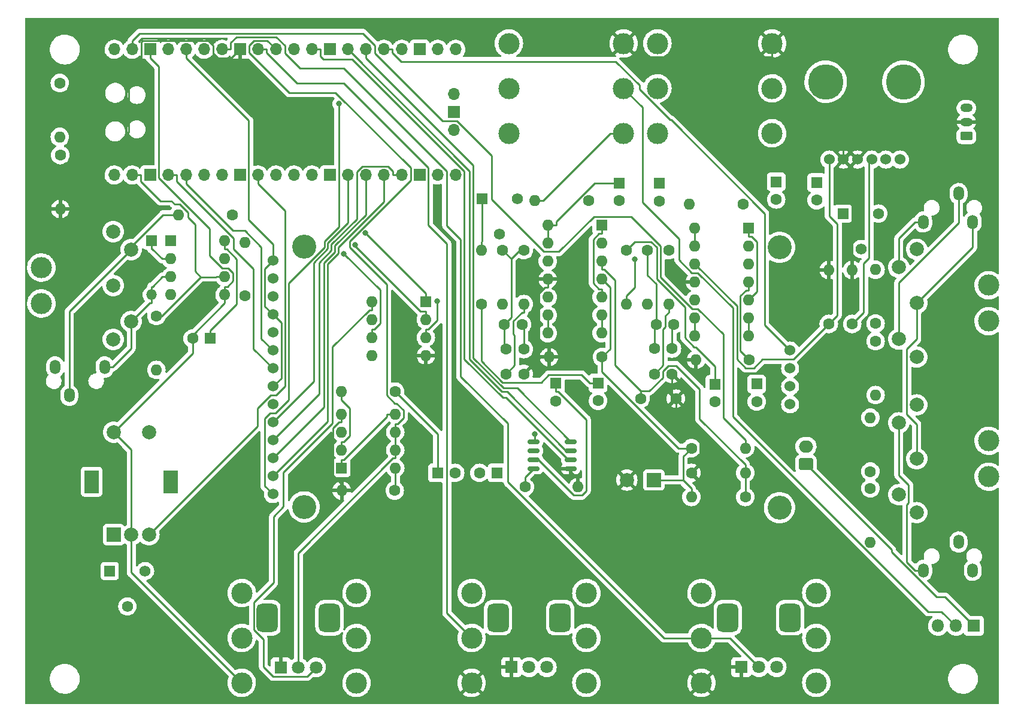
<source format=gbl>
G04 #@! TF.GenerationSoftware,KiCad,Pcbnew,6.0.11+dfsg-1~bpo11+1*
G04 #@! TF.CreationDate,2023-11-13T20:16:46+01:00*
G04 #@! TF.ProjectId,v1_1,76315f31-2e6b-4696-9361-645f70636258,rev?*
G04 #@! TF.SameCoordinates,Original*
G04 #@! TF.FileFunction,Copper,L2,Bot*
G04 #@! TF.FilePolarity,Positive*
%FSLAX46Y46*%
G04 Gerber Fmt 4.6, Leading zero omitted, Abs format (unit mm)*
G04 Created by KiCad (PCBNEW 6.0.11+dfsg-1~bpo11+1) date 2023-11-13 20:16:46*
%MOMM*%
%LPD*%
G01*
G04 APERTURE LIST*
G04 Aperture macros list*
%AMRoundRect*
0 Rectangle with rounded corners*
0 $1 Rounding radius*
0 $2 $3 $4 $5 $6 $7 $8 $9 X,Y pos of 4 corners*
0 Add a 4 corners polygon primitive as box body*
4,1,4,$2,$3,$4,$5,$6,$7,$8,$9,$2,$3,0*
0 Add four circle primitives for the rounded corners*
1,1,$1+$1,$2,$3*
1,1,$1+$1,$4,$5*
1,1,$1+$1,$6,$7*
1,1,$1+$1,$8,$9*
0 Add four rect primitives between the rounded corners*
20,1,$1+$1,$2,$3,$4,$5,0*
20,1,$1+$1,$4,$5,$6,$7,0*
20,1,$1+$1,$6,$7,$8,$9,0*
20,1,$1+$1,$8,$9,$2,$3,0*%
G04 Aperture macros list end*
G04 #@! TA.AperFunction,ComponentPad*
%ADD10R,1.800000X1.800000*%
G04 #@! TD*
G04 #@! TA.AperFunction,ComponentPad*
%ADD11C,1.800000*%
G04 #@! TD*
G04 #@! TA.AperFunction,ComponentPad*
%ADD12RoundRect,0.750000X0.750000X-1.250000X0.750000X1.250000X-0.750000X1.250000X-0.750000X-1.250000X0*%
G04 #@! TD*
G04 #@! TA.AperFunction,ComponentPad*
%ADD13C,1.600000*%
G04 #@! TD*
G04 #@! TA.AperFunction,ComponentPad*
%ADD14O,1.600000X1.600000*%
G04 #@! TD*
G04 #@! TA.AperFunction,ComponentPad*
%ADD15RoundRect,0.250000X0.625000X-0.350000X0.625000X0.350000X-0.625000X0.350000X-0.625000X-0.350000X0*%
G04 #@! TD*
G04 #@! TA.AperFunction,ComponentPad*
%ADD16O,1.750000X1.200000*%
G04 #@! TD*
G04 #@! TA.AperFunction,ComponentPad*
%ADD17R,1.560000X1.560000*%
G04 #@! TD*
G04 #@! TA.AperFunction,ComponentPad*
%ADD18C,1.560000*%
G04 #@! TD*
G04 #@! TA.AperFunction,ComponentPad*
%ADD19R,1.500000X1.500000*%
G04 #@! TD*
G04 #@! TA.AperFunction,ComponentPad*
%ADD20O,1.500000X1.500000*%
G04 #@! TD*
G04 #@! TA.AperFunction,ComponentPad*
%ADD21O,1.800000X1.800000*%
G04 #@! TD*
G04 #@! TA.AperFunction,ComponentPad*
%ADD22O,1.700000X1.700000*%
G04 #@! TD*
G04 #@! TA.AperFunction,ComponentPad*
%ADD23R,1.700000X1.700000*%
G04 #@! TD*
G04 #@! TA.AperFunction,ComponentPad*
%ADD24C,1.524000*%
G04 #@! TD*
G04 #@! TA.AperFunction,ComponentPad*
%ADD25C,5.000000*%
G04 #@! TD*
G04 #@! TA.AperFunction,ComponentPad*
%ADD26R,1.600000X1.600000*%
G04 #@! TD*
G04 #@! TA.AperFunction,WasherPad*
%ADD27C,3.400000*%
G04 #@! TD*
G04 #@! TA.AperFunction,ComponentPad*
%ADD28R,2.000000X2.000000*%
G04 #@! TD*
G04 #@! TA.AperFunction,ComponentPad*
%ADD29C,2.000000*%
G04 #@! TD*
G04 #@! TA.AperFunction,ComponentPad*
%ADD30R,2.000000X3.200000*%
G04 #@! TD*
G04 #@! TA.AperFunction,ComponentPad*
%ADD31O,1.500000X2.000000*%
G04 #@! TD*
G04 #@! TA.AperFunction,ComponentPad*
%ADD32C,3.000000*%
G04 #@! TD*
G04 #@! TA.AperFunction,SMDPad,CuDef*
%ADD33RoundRect,0.150000X0.675000X0.150000X-0.675000X0.150000X-0.675000X-0.150000X0.675000X-0.150000X0*%
G04 #@! TD*
G04 #@! TA.AperFunction,ComponentPad*
%ADD34RoundRect,0.250000X0.750000X-0.600000X0.750000X0.600000X-0.750000X0.600000X-0.750000X-0.600000X0*%
G04 #@! TD*
G04 #@! TA.AperFunction,ComponentPad*
%ADD35O,2.000000X1.700000*%
G04 #@! TD*
G04 #@! TA.AperFunction,ViaPad*
%ADD36C,0.800000*%
G04 #@! TD*
G04 #@! TA.AperFunction,Conductor*
%ADD37C,0.250000*%
G04 #@! TD*
G04 APERTURE END LIST*
D10*
X164740000Y-132975000D03*
D11*
X167240000Y-132975000D03*
X169740000Y-132975000D03*
D12*
X171640000Y-125975000D03*
X162840000Y-125975000D03*
D13*
X127070000Y-80450000D03*
D14*
X127070000Y-72950000D03*
D15*
X229066000Y-57880000D03*
D16*
X229066000Y-55880000D03*
X229066000Y-53880000D03*
D13*
X100965000Y-60553600D03*
D14*
X100965000Y-68173600D03*
D17*
X160568000Y-66695600D03*
D18*
X163068000Y-71695600D03*
X165568000Y-66695600D03*
D17*
X107950000Y-119380000D03*
D18*
X110450000Y-124380000D03*
X112950000Y-119380000D03*
D17*
X211647400Y-68829200D03*
D18*
X214147400Y-73829200D03*
X216647400Y-68829200D03*
D19*
X113870000Y-72685000D03*
D20*
X113870000Y-80305000D03*
D21*
X225044000Y-127133000D03*
X227584000Y-127133000D03*
D10*
X230124000Y-127133000D03*
D13*
X114554000Y-83312000D03*
D14*
X114554000Y-90932000D03*
D10*
X197235000Y-132975000D03*
D11*
X199735000Y-132975000D03*
X202235000Y-132975000D03*
D12*
X204135000Y-125975000D03*
X195335000Y-125975000D03*
D22*
X108594000Y-63373000D03*
X111134000Y-63373000D03*
D23*
X113674000Y-63373000D03*
D22*
X116214000Y-63373000D03*
X118754000Y-63373000D03*
X121294000Y-63373000D03*
X123834000Y-63373000D03*
D23*
X126374000Y-63373000D03*
D22*
X128914000Y-63373000D03*
X131454000Y-63373000D03*
X133994000Y-63373000D03*
X136534000Y-63373000D03*
D23*
X139074000Y-63373000D03*
D22*
X141614000Y-63373000D03*
X144154000Y-63373000D03*
X146694000Y-63373000D03*
X149234000Y-63373000D03*
D23*
X151774000Y-63373000D03*
D22*
X154314000Y-63373000D03*
X156854000Y-63373000D03*
X156854000Y-45593000D03*
X154314000Y-45593000D03*
D23*
X151774000Y-45593000D03*
D22*
X149234000Y-45593000D03*
X146694000Y-45593000D03*
X144154000Y-45593000D03*
X141614000Y-45593000D03*
D23*
X139074000Y-45593000D03*
D22*
X136534000Y-45593000D03*
X133994000Y-45593000D03*
X131454000Y-45593000D03*
X128914000Y-45593000D03*
D23*
X126374000Y-45593000D03*
D22*
X123834000Y-45593000D03*
X121294000Y-45593000D03*
X118754000Y-45593000D03*
X116214000Y-45593000D03*
D23*
X113674000Y-45593000D03*
D22*
X111134000Y-45593000D03*
X108594000Y-45593000D03*
X156624000Y-57023000D03*
D23*
X156624000Y-54483000D03*
D22*
X156624000Y-51943000D03*
D24*
X211680800Y-61188600D03*
X209680800Y-61188600D03*
X219680800Y-61188600D03*
X213680800Y-61188600D03*
X215680800Y-61188600D03*
X217680800Y-61188600D03*
D25*
X220180800Y-50188600D03*
X209180800Y-50188600D03*
D13*
X100888800Y-50368200D03*
D14*
X100888800Y-57988200D03*
D26*
X116570000Y-72700000D03*
D14*
X116570000Y-75240000D03*
X116570000Y-77780000D03*
X116570000Y-80320000D03*
X124190000Y-80320000D03*
X124190000Y-77780000D03*
X124190000Y-75240000D03*
X124190000Y-72700000D03*
D27*
X202650000Y-110410000D03*
X135430000Y-73510000D03*
X202650000Y-73610000D03*
X135430000Y-110310000D03*
D24*
X131020000Y-75490000D03*
X131020000Y-78030000D03*
X131020000Y-80570000D03*
X131020000Y-83110000D03*
X131020000Y-85650000D03*
X131020000Y-88190000D03*
X131020000Y-90730000D03*
X131020000Y-93270000D03*
X131020000Y-95810000D03*
X131020000Y-98350000D03*
X131020000Y-100890000D03*
X131020000Y-103430000D03*
X131020000Y-105970000D03*
X131020000Y-108510000D03*
X204150000Y-88190000D03*
X204150000Y-90730000D03*
X204150000Y-93270000D03*
X204150000Y-95810000D03*
D10*
X132120000Y-133000000D03*
D11*
X134620000Y-133000000D03*
X137120000Y-133000000D03*
D12*
X139020000Y-126000000D03*
X130220000Y-126000000D03*
D28*
X108500000Y-114250000D03*
D29*
X113500000Y-114250000D03*
X111000000Y-114250000D03*
D30*
X116600000Y-106750000D03*
X105400000Y-106750000D03*
D29*
X113500000Y-99750000D03*
X108500000Y-99750000D03*
D26*
X152644000Y-81280000D03*
D14*
X152644000Y-83820000D03*
X152644000Y-86360000D03*
X152644000Y-88900000D03*
X145024000Y-88900000D03*
X145024000Y-86360000D03*
X145024000Y-83820000D03*
X145024000Y-81280000D03*
D13*
X177550000Y-89125000D03*
D14*
X170050000Y-89125000D03*
D26*
X177500000Y-70500000D03*
D14*
X177500000Y-73040000D03*
X177500000Y-75580000D03*
X177500000Y-78120000D03*
X177500000Y-80660000D03*
X177500000Y-83200000D03*
X177500000Y-85740000D03*
X169880000Y-85740000D03*
X169880000Y-83200000D03*
X169880000Y-80660000D03*
X169880000Y-78120000D03*
X169880000Y-75580000D03*
X169880000Y-73040000D03*
X169880000Y-70500000D03*
D31*
X227968000Y-66002500D03*
X229968000Y-70002500D03*
X222968000Y-70002500D03*
D14*
X174149800Y-107500000D03*
D13*
X166649800Y-107500000D03*
D26*
X162730400Y-105500000D03*
D13*
X160230400Y-105500000D03*
D26*
X179954000Y-64500000D03*
D13*
X179954000Y-67000000D03*
X164000000Y-88000000D03*
X166500000Y-88000000D03*
X166250000Y-84500000D03*
X163750000Y-84500000D03*
D26*
X199430000Y-92923800D03*
D13*
X199430000Y-95423800D03*
D32*
X180615000Y-51125000D03*
X164385000Y-51125000D03*
X180615000Y-44775000D03*
X164385000Y-44775000D03*
X180615000Y-57475000D03*
X164385000Y-57475000D03*
D33*
X173125000Y-101095000D03*
X173125000Y-102365000D03*
X173125000Y-103635000D03*
X173125000Y-104905000D03*
X167875000Y-104905000D03*
X167875000Y-103635000D03*
X167875000Y-102365000D03*
X167875000Y-101095000D03*
D31*
X227968000Y-115278500D03*
X229968000Y-119278500D03*
X222968000Y-119278500D03*
D13*
X166500000Y-91500000D03*
X164000000Y-91500000D03*
D32*
X126620000Y-128850000D03*
X142850000Y-128850000D03*
X126620000Y-135200000D03*
X142850000Y-135200000D03*
X126620000Y-122500000D03*
X142850000Y-122500000D03*
D13*
X190190000Y-105500000D03*
D14*
X197810000Y-105500000D03*
D34*
X206375000Y-104267000D03*
D35*
X206375000Y-101767000D03*
D13*
X184000000Y-74000000D03*
D14*
X184000000Y-81620000D03*
D13*
X125310000Y-69000000D03*
D14*
X117690000Y-69000000D03*
D13*
X216230200Y-84368000D03*
D14*
X216230200Y-76748000D03*
D26*
X202184000Y-64329700D03*
D13*
X202184000Y-66829700D03*
X215500000Y-107690000D03*
D14*
X215500000Y-115310000D03*
D13*
X160500000Y-81620000D03*
D14*
X160500000Y-74000000D03*
D32*
X201615000Y-51125000D03*
X185385000Y-51125000D03*
X201615000Y-44775000D03*
X185385000Y-44775000D03*
X201615000Y-57475000D03*
X185385000Y-57475000D03*
D26*
X140700000Y-104800000D03*
D14*
X140700000Y-102260000D03*
X140700000Y-99720000D03*
X140700000Y-97180000D03*
X148320000Y-97180000D03*
X148320000Y-99720000D03*
X148320000Y-102260000D03*
X148320000Y-104800000D03*
D13*
X197810000Y-108910000D03*
D14*
X190190000Y-108910000D03*
D13*
X163500000Y-74000000D03*
D14*
X163500000Y-81620000D03*
D13*
X187450000Y-91500000D03*
X184950000Y-91500000D03*
D28*
X184870700Y-106500000D03*
D29*
X181070700Y-106500000D03*
D13*
X148250000Y-108000000D03*
D14*
X140750000Y-108000000D03*
D26*
X122161400Y-86500000D03*
D13*
X119661400Y-86500000D03*
D26*
X177000000Y-92794900D03*
D13*
X177000000Y-95294900D03*
D26*
X198300000Y-70875000D03*
D14*
X198300000Y-73415000D03*
X198300000Y-75955000D03*
X198300000Y-78495000D03*
X198300000Y-81035000D03*
X198300000Y-83575000D03*
X198300000Y-86115000D03*
X190680000Y-86115000D03*
X190680000Y-83575000D03*
X190680000Y-81035000D03*
X190680000Y-78495000D03*
X190680000Y-75955000D03*
X190680000Y-73415000D03*
X190680000Y-70875000D03*
D26*
X207889000Y-64444000D03*
D13*
X207889000Y-66944000D03*
X215500000Y-105310000D03*
D14*
X215500000Y-97690000D03*
D26*
X193500000Y-92974400D03*
D13*
X193500000Y-95474400D03*
X197485000Y-67500000D03*
D14*
X189865000Y-67500000D03*
D13*
X184950000Y-87920000D03*
X187450000Y-87920000D03*
X166500000Y-74000000D03*
D14*
X166500000Y-81620000D03*
D13*
X216230200Y-86868000D03*
D14*
X216230200Y-94488000D03*
D13*
X148310000Y-94000000D03*
D14*
X140690000Y-94000000D03*
D26*
X171000000Y-92810700D03*
D13*
X171000000Y-95310700D03*
X188000000Y-95000000D03*
X183000000Y-95000000D03*
X187000000Y-74000000D03*
D14*
X187000000Y-81620000D03*
D29*
X108445000Y-71380000D03*
X108445000Y-79000000D03*
X108445000Y-86620000D03*
X110985000Y-73920000D03*
X110985000Y-84080000D03*
D32*
X98285000Y-76460000D03*
X98285000Y-81540000D03*
D13*
X212928200Y-84429600D03*
D14*
X212928200Y-76809600D03*
D13*
X209618200Y-84429600D03*
D14*
X209618200Y-76809600D03*
D26*
X154294900Y-105500000D03*
D13*
X156794900Y-105500000D03*
D26*
X185674000Y-64575300D03*
D13*
X185674000Y-67075300D03*
D31*
X102232000Y-94525500D03*
X100232000Y-90525500D03*
X107232000Y-90525500D03*
D13*
X187700000Y-84500000D03*
X185200000Y-84500000D03*
D29*
X222055000Y-89120000D03*
X222055000Y-81500000D03*
X222055000Y-73880000D03*
X219515000Y-86580000D03*
X219515000Y-76420000D03*
D32*
X232215000Y-78960000D03*
X232215000Y-84040000D03*
X191620000Y-128850000D03*
X207850000Y-128850000D03*
X191620000Y-135200000D03*
X207850000Y-135200000D03*
X191620000Y-122500000D03*
X207850000Y-122500000D03*
D13*
X190190000Y-102000000D03*
D14*
X197810000Y-102000000D03*
D32*
X159120000Y-128850000D03*
X175350000Y-128850000D03*
X159120000Y-135200000D03*
X175350000Y-135200000D03*
X159120000Y-122500000D03*
X175350000Y-122500000D03*
D13*
X181000000Y-74000000D03*
D14*
X181000000Y-81620000D03*
D29*
X222055000Y-111120000D03*
X222055000Y-103500000D03*
X222055000Y-95880000D03*
X219515000Y-108580000D03*
X219515000Y-98420000D03*
D32*
X232215000Y-106040000D03*
X232215000Y-100960000D03*
D13*
X198350000Y-89500000D03*
D14*
X190850000Y-89500000D03*
D13*
X175641000Y-67000000D03*
D14*
X168021000Y-67000000D03*
D36*
X140318000Y-53302100D03*
X142624400Y-73288500D03*
X144111700Y-71572400D03*
X141068800Y-74492400D03*
X154251000Y-81254000D03*
X182173500Y-75302700D03*
X168066200Y-100018700D03*
D37*
X149234000Y-63373000D02*
X148008700Y-63373000D01*
X137589700Y-94320300D02*
X131020000Y-100890000D01*
X137589700Y-75753400D02*
X137589700Y-94320300D01*
X139292900Y-74050200D02*
X137589700Y-75753400D01*
X139292900Y-73172000D02*
X139292900Y-74050200D01*
X142884000Y-69580900D02*
X139292900Y-73172000D01*
X142884000Y-62893100D02*
X142884000Y-69580900D01*
X143639900Y-62137200D02*
X142884000Y-62893100D01*
X147280700Y-62137200D02*
X143639900Y-62137200D01*
X148008700Y-62865200D02*
X147280700Y-62137200D01*
X148008700Y-63373000D02*
X148008700Y-62865200D01*
X183250300Y-53760300D02*
X180615000Y-51125000D01*
X183250300Y-67205100D02*
X183250300Y-53760300D01*
X188428000Y-72382800D02*
X183250300Y-67205100D01*
X188428000Y-75393100D02*
X188428000Y-72382800D01*
X190259900Y-77225000D02*
X188428000Y-75393100D01*
X191091000Y-77225000D02*
X190259900Y-77225000D01*
X196047800Y-82181800D02*
X191091000Y-77225000D01*
X196047800Y-97528900D02*
X196047800Y-82181800D01*
X223631800Y-125112900D02*
X196047800Y-97528900D01*
X225563900Y-125112900D02*
X223631800Y-125112900D01*
X227584000Y-127133000D02*
X225563900Y-125112900D01*
X132197100Y-84287100D02*
X131020000Y-83110000D01*
X132197100Y-92092900D02*
X132197100Y-84287100D01*
X131020000Y-93270000D02*
X132197100Y-92092900D01*
X129845900Y-81935900D02*
X131020000Y-83110000D01*
X129845900Y-76664100D02*
X129845900Y-81935900D01*
X131020000Y-75490000D02*
X129845900Y-76664100D01*
X131020000Y-73156700D02*
X131020000Y-75490000D01*
X127599400Y-69736100D02*
X131020000Y-73156700D01*
X127599400Y-55663700D02*
X127599400Y-69736100D01*
X118754000Y-46818300D02*
X127599400Y-55663700D01*
X118754000Y-45593000D02*
X118754000Y-46818300D01*
X136534000Y-45593000D02*
X137759300Y-45593000D01*
X172792900Y-103635000D02*
X173125000Y-103635000D01*
X164012500Y-94854600D02*
X172792900Y-103635000D01*
X163528600Y-94854600D02*
X164012500Y-94854600D01*
X158088500Y-89414500D02*
X163528600Y-94854600D01*
X158088500Y-62846300D02*
X158088500Y-89414500D01*
X142214500Y-46972300D02*
X158088500Y-62846300D01*
X138182400Y-46972300D02*
X142214500Y-46972300D01*
X137759300Y-46549200D02*
X138182400Y-46972300D01*
X137759300Y-45593000D02*
X137759300Y-46549200D01*
X172454200Y-102365000D02*
X173125000Y-102365000D01*
X164115500Y-94026300D02*
X172454200Y-102365000D01*
X163407900Y-94026300D02*
X164115500Y-94026300D01*
X158824200Y-89442600D02*
X163407900Y-94026300D01*
X158824200Y-62803200D02*
X158824200Y-89442600D01*
X141614000Y-45593000D02*
X158824200Y-62803200D01*
X159324700Y-61989000D02*
X144154000Y-46818300D01*
X159324700Y-89235400D02*
X159324700Y-61989000D01*
X163615200Y-93525900D02*
X159324700Y-89235400D01*
X165555900Y-93525900D02*
X163615200Y-93525900D01*
X173125000Y-101095000D02*
X165555900Y-93525900D01*
X144154000Y-45593000D02*
X144154000Y-46818300D01*
X147919300Y-46100800D02*
X147919300Y-45593000D01*
X149131000Y-47312500D02*
X147919300Y-46100800D01*
X179499900Y-47312500D02*
X149131000Y-47312500D01*
X182870200Y-50682800D02*
X179499900Y-47312500D01*
X182870200Y-51283000D02*
X182870200Y-50682800D01*
X187186800Y-55599600D02*
X182870200Y-51283000D01*
X187320300Y-55599600D02*
X187186800Y-55599600D01*
X200544400Y-68823700D02*
X187320300Y-55599600D01*
X200544400Y-84584400D02*
X200544400Y-68823700D01*
X204150000Y-88190000D02*
X200544400Y-84584400D01*
X146694000Y-45593000D02*
X147919300Y-45593000D01*
X129878300Y-107368300D02*
X131020000Y-108510000D01*
X129878300Y-97842600D02*
X129878300Y-107368300D01*
X130640900Y-97080000D02*
X129878300Y-97842600D01*
X131361600Y-97080000D02*
X130640900Y-97080000D01*
X133232800Y-95208800D02*
X131361600Y-97080000D01*
X133232800Y-78645100D02*
X133232800Y-95208800D01*
X138292300Y-73585600D02*
X133232800Y-78645100D01*
X138292300Y-72757400D02*
X138292300Y-73585600D01*
X140318000Y-70731700D02*
X138292300Y-72757400D01*
X140318000Y-53302100D02*
X140318000Y-70731700D01*
X142624400Y-73415700D02*
X142624400Y-73288500D01*
X151853400Y-82644700D02*
X142624400Y-73415700D01*
X152644000Y-82644700D02*
X151853400Y-82644700D01*
X152644000Y-83820000D02*
X152644000Y-82644700D01*
X146694000Y-63373000D02*
X146694000Y-64598300D01*
X138782300Y-98207700D02*
X131020000Y-105970000D01*
X138782300Y-75976000D02*
X138782300Y-98207700D01*
X140293500Y-74464800D02*
X138782300Y-75976000D01*
X140293500Y-73586600D02*
X140293500Y-74464800D01*
X146694000Y-67186100D02*
X140293500Y-73586600D01*
X146694000Y-64598300D02*
X146694000Y-67186100D01*
X144154000Y-63373000D02*
X144154000Y-64598300D01*
X138281900Y-96168100D02*
X131020000Y-103430000D01*
X138281900Y-75768800D02*
X138281900Y-96168100D01*
X139793200Y-74257500D02*
X138281900Y-75768800D01*
X139793200Y-73379300D02*
X139793200Y-74257500D01*
X144154000Y-69018500D02*
X139793200Y-73379300D01*
X144154000Y-64598300D02*
X144154000Y-69018500D01*
X141614000Y-63373000D02*
X141614000Y-64598300D01*
X136796400Y-92573600D02*
X131020000Y-98350000D01*
X136796400Y-75789200D02*
X136796400Y-92573600D01*
X138792600Y-73793000D02*
X136796400Y-75789200D01*
X138792600Y-72964700D02*
X138792600Y-73793000D01*
X141614000Y-70143300D02*
X138792600Y-72964700D01*
X141614000Y-64598300D02*
X141614000Y-70143300D01*
X152644000Y-81280000D02*
X152644000Y-80104700D01*
X152644000Y-80104700D02*
X144111700Y-71572400D01*
X146203300Y-79626900D02*
X141068800Y-74492400D01*
X146203300Y-84372700D02*
X146203300Y-79626900D01*
X145391300Y-85184700D02*
X146203300Y-84372700D01*
X145024000Y-85184700D02*
X145391300Y-85184700D01*
X145024000Y-86360000D02*
X145024000Y-85184700D01*
X125402500Y-71246800D02*
X118754000Y-64598300D01*
X127034900Y-71246800D02*
X125402500Y-71246800D01*
X129345500Y-73557400D02*
X127034900Y-71246800D01*
X129345500Y-86515500D02*
X129345500Y-73557400D01*
X131020000Y-88190000D02*
X129345500Y-86515500D01*
X118754000Y-63373000D02*
X118754000Y-64598300D01*
X117439300Y-64262800D02*
X117439300Y-63373000D01*
X125464700Y-72288200D02*
X117439300Y-64262800D01*
X125464700Y-73826100D02*
X125464700Y-72288200D01*
X128267900Y-76629300D02*
X125464700Y-73826100D01*
X128267900Y-87977900D02*
X128267900Y-76629300D01*
X131020000Y-90730000D02*
X128267900Y-87977900D01*
X116214000Y-63373000D02*
X117439300Y-63373000D01*
X154251000Y-83945000D02*
X154251000Y-81254000D01*
X153011300Y-85184700D02*
X154251000Y-83945000D01*
X152644000Y-85184700D02*
X153011300Y-85184700D01*
X152644000Y-86360000D02*
X152644000Y-85184700D01*
X128914000Y-63373000D02*
X128914000Y-64598300D01*
X128818600Y-98931400D02*
X113500000Y-114250000D01*
X128818600Y-96394700D02*
X128818600Y-98931400D01*
X130673300Y-94540000D02*
X128818600Y-96394700D01*
X131431200Y-94540000D02*
X130673300Y-94540000D01*
X132732400Y-93238800D02*
X131431200Y-94540000D01*
X132732400Y-68416700D02*
X132732400Y-93238800D01*
X128914000Y-64598300D02*
X132732400Y-68416700D01*
X198667400Y-72050300D02*
X198300000Y-72050300D01*
X199475300Y-72858200D02*
X198667400Y-72050300D01*
X199475300Y-79859700D02*
X199475300Y-72858200D01*
X198300000Y-81035000D02*
X199475300Y-79859700D01*
X198300000Y-70875000D02*
X198300000Y-72050300D01*
X177132600Y-71675300D02*
X177500000Y-71675300D01*
X176324700Y-72483200D02*
X177132600Y-71675300D01*
X176324700Y-78676700D02*
X176324700Y-72483200D01*
X177132700Y-79484700D02*
X176324700Y-78676700D01*
X177500000Y-79484700D02*
X177132700Y-79484700D01*
X177500000Y-80660000D02*
X177500000Y-79484700D01*
X177500000Y-70500000D02*
X177500000Y-71675300D01*
X134620000Y-116819600D02*
X134620000Y-133000000D01*
X148004300Y-103435300D02*
X134620000Y-116819600D01*
X148320000Y-103435300D02*
X148004300Y-103435300D01*
X148320000Y-102260000D02*
X148320000Y-103435300D01*
X148320000Y-102260000D02*
X148320000Y-99720000D01*
X148320000Y-99720000D02*
X148320000Y-98544700D01*
X148687300Y-98544700D02*
X148320000Y-98544700D01*
X149495400Y-97736600D02*
X148687300Y-98544700D01*
X149495400Y-96636900D02*
X149495400Y-97736600D01*
X148515000Y-95656500D02*
X149495400Y-96636900D01*
X148238100Y-95656500D02*
X148515000Y-95656500D01*
X147091400Y-94509800D02*
X148238100Y-95656500D01*
X147091400Y-78851800D02*
X147091400Y-94509800D01*
X141849100Y-73609500D02*
X147091400Y-78851800D01*
X141849100Y-72738600D02*
X141849100Y-73609500D01*
X150486100Y-64101600D02*
X141849100Y-72738600D01*
X150486100Y-62324200D02*
X150486100Y-64101600D01*
X139885600Y-51723700D02*
X150486100Y-62324200D01*
X133304300Y-51723700D02*
X139885600Y-51723700D01*
X127678600Y-46098000D02*
X133304300Y-51723700D01*
X127678600Y-45032200D02*
X127678600Y-46098000D01*
X128365700Y-44345100D02*
X127678600Y-45032200D01*
X130206100Y-44345100D02*
X128365700Y-44345100D01*
X131454000Y-45593000D02*
X130206100Y-44345100D01*
X124190000Y-77780000D02*
X123014700Y-77780000D01*
X115286200Y-83312000D02*
X114554000Y-83312000D01*
X120796700Y-77801500D02*
X115286200Y-83312000D01*
X122993100Y-77801600D02*
X123014700Y-77780000D01*
X120796700Y-77801600D02*
X122993100Y-77801600D01*
X120796700Y-77801500D02*
X120796700Y-77801600D01*
X111134000Y-63373000D02*
X112359300Y-63373000D01*
X112359300Y-64292000D02*
X112359300Y-63373000D01*
X115109100Y-67041800D02*
X112359300Y-64292000D01*
X116694300Y-67041800D02*
X115109100Y-67041800D01*
X117151900Y-67499400D02*
X116694300Y-67041800D01*
X117859500Y-67499400D02*
X117151900Y-67499400D01*
X119004900Y-68644800D02*
X117859500Y-67499400D01*
X119004900Y-69352300D02*
X119004900Y-68644800D01*
X119505200Y-69852600D02*
X119004900Y-69352300D01*
X119505200Y-69894000D02*
X119505200Y-69852600D01*
X120005500Y-70394300D02*
X119505200Y-69894000D01*
X120005500Y-77010400D02*
X120005500Y-70394300D01*
X120796700Y-77801500D02*
X120005500Y-77010400D01*
X215315000Y-61554400D02*
X215680800Y-61188600D01*
X215315000Y-75135000D02*
X215315000Y-61554400D01*
X214548400Y-75901600D02*
X215315000Y-75135000D01*
X214548400Y-82809400D02*
X214548400Y-75901600D01*
X212928200Y-84429600D02*
X214548400Y-82809400D01*
X210807300Y-83240500D02*
X209618200Y-84429600D01*
X210807300Y-70308200D02*
X210807300Y-83240500D01*
X209680800Y-69181700D02*
X210807300Y-70308200D01*
X209680800Y-61188600D02*
X209680800Y-69181700D01*
X196624200Y-81899200D02*
X190680000Y-75955000D01*
X196624200Y-89438100D02*
X196624200Y-81899200D01*
X197876800Y-90690700D02*
X196624200Y-89438100D01*
X199009500Y-90690700D02*
X197876800Y-90690700D01*
X200240200Y-89460000D02*
X199009500Y-90690700D01*
X204587800Y-89460000D02*
X200240200Y-89460000D01*
X209618200Y-84429600D02*
X204587800Y-89460000D01*
X177500000Y-85740000D02*
X177500000Y-83200000D01*
X198300000Y-86115000D02*
X198300000Y-83575000D01*
X160568000Y-72756700D02*
X160568000Y-66695600D01*
X160500000Y-72824700D02*
X160568000Y-72756700D01*
X160500000Y-74000000D02*
X160500000Y-72824700D01*
X181000000Y-81620000D02*
X181000000Y-80444700D01*
X182173500Y-79271200D02*
X182173500Y-75302700D01*
X181000000Y-80444700D02*
X182173500Y-79271200D01*
X112157400Y-43344300D02*
X111134000Y-44367700D01*
X143733500Y-43344300D02*
X112157400Y-43344300D01*
X145424000Y-45034800D02*
X143733500Y-43344300D01*
X145424000Y-46146900D02*
X145424000Y-45034800D01*
X154985500Y-55708400D02*
X145424000Y-46146900D01*
X157064000Y-55708400D02*
X154985500Y-55708400D01*
X161958800Y-60603200D02*
X157064000Y-55708400D01*
X161958800Y-66830900D02*
X161958800Y-60603200D01*
X169345100Y-74217200D02*
X161958800Y-66830900D01*
X171472100Y-74217200D02*
X169345100Y-74217200D01*
X176411500Y-69277800D02*
X171472100Y-74217200D01*
X181674900Y-69277800D02*
X176411500Y-69277800D01*
X185824600Y-73427500D02*
X181674900Y-69277800D01*
X185824600Y-77846800D02*
X185824600Y-73427500D01*
X190282800Y-82305000D02*
X185824600Y-77846800D01*
X191112700Y-82305000D02*
X190282800Y-82305000D01*
X194700800Y-85893100D02*
X191112700Y-82305000D01*
X194700800Y-97715500D02*
X194700800Y-85893100D01*
X197810000Y-100824700D02*
X194700800Y-97715500D01*
X197810000Y-102000000D02*
X197810000Y-100824700D01*
X111134000Y-45593000D02*
X111134000Y-44367700D01*
X128914000Y-45593000D02*
X130139300Y-45593000D01*
X155603400Y-125333400D02*
X159120000Y-128850000D01*
X155603400Y-73059900D02*
X155603400Y-125333400D01*
X152999400Y-70455900D02*
X155603400Y-73059900D01*
X152999400Y-62367400D02*
X152999400Y-70455900D01*
X141059400Y-50427400D02*
X152999400Y-62367400D01*
X134465900Y-50427400D02*
X141059400Y-50427400D01*
X130139300Y-46100800D02*
X134465900Y-50427400D01*
X130139300Y-45593000D02*
X130139300Y-46100800D01*
X144658700Y-82455300D02*
X145024000Y-82455300D01*
X139459400Y-87654600D02*
X144658700Y-82455300D01*
X139459400Y-98520900D02*
X139459400Y-87654600D01*
X132526700Y-105453600D02*
X139459400Y-98520900D01*
X132526700Y-110278300D02*
X132526700Y-105453600D01*
X131127200Y-111677800D02*
X132526700Y-110278300D01*
X131127200Y-120989900D02*
X131127200Y-111677800D01*
X128322300Y-123794800D02*
X131127200Y-120989900D01*
X128322300Y-127726600D02*
X128322300Y-123794800D01*
X129682000Y-129086300D02*
X128322300Y-127726600D01*
X129682000Y-132937700D02*
X129682000Y-129086300D01*
X131019700Y-134275400D02*
X129682000Y-132937700D01*
X135844600Y-134275400D02*
X131019700Y-134275400D01*
X137120000Y-133000000D02*
X135844600Y-134275400D01*
X145024000Y-81280000D02*
X145024000Y-82455300D01*
X195610000Y-128850000D02*
X191620000Y-128850000D01*
X199735000Y-132975000D02*
X195610000Y-128850000D01*
X125059300Y-44636800D02*
X125059300Y-45593000D01*
X125851400Y-43844700D02*
X125059300Y-44636800D01*
X131500600Y-43844700D02*
X125851400Y-43844700D01*
X132724000Y-45068100D02*
X131500600Y-43844700D01*
X132724000Y-46139800D02*
X132724000Y-45068100D01*
X134883800Y-48299600D02*
X132724000Y-46139800D01*
X141046800Y-48299600D02*
X134883800Y-48299600D01*
X155584000Y-62836800D02*
X141046800Y-48299600D01*
X155584000Y-70510700D02*
X155584000Y-62836800D01*
X157588100Y-72514800D02*
X155584000Y-70510700D01*
X157588100Y-91847900D02*
X157588100Y-72514800D01*
X164259800Y-98519600D02*
X157588100Y-91847900D01*
X164259800Y-106787100D02*
X164259800Y-98519600D01*
X186322700Y-128850000D02*
X164259800Y-106787100D01*
X191620000Y-128850000D02*
X186322700Y-128850000D01*
X123834000Y-45593000D02*
X125059300Y-45593000D01*
X178721300Y-57475000D02*
X180615000Y-57475000D01*
X169196300Y-67000000D02*
X178721300Y-57475000D01*
X168021000Y-67000000D02*
X169196300Y-67000000D01*
X226036900Y-123045900D02*
X230124000Y-127133000D01*
X224857200Y-123045900D02*
X226036900Y-123045900D01*
X218494700Y-116683400D02*
X224857200Y-123045900D01*
X218494700Y-116386700D02*
X218494700Y-116683400D01*
X206375000Y-104267000D02*
X218494700Y-116386700D01*
X219515000Y-72330200D02*
X221842700Y-70002500D01*
X219515000Y-76420000D02*
X219515000Y-72330200D01*
X222968000Y-70002500D02*
X221842700Y-70002500D01*
X227968000Y-70160900D02*
X227968000Y-66002500D01*
X219515000Y-78613900D02*
X227968000Y-70160900D01*
X219515000Y-86580000D02*
X219515000Y-78613900D01*
X102232000Y-82673000D02*
X110985000Y-73920000D01*
X102232000Y-94525500D02*
X102232000Y-82673000D01*
X115477800Y-69000000D02*
X117690000Y-69000000D01*
X110985000Y-73492800D02*
X115477800Y-69000000D01*
X110985000Y-73920000D02*
X110985000Y-73492800D01*
X220659100Y-118094900D02*
X221842700Y-119278500D01*
X220659100Y-109975900D02*
X220659100Y-118094900D01*
X220896800Y-109738200D02*
X220659100Y-109975900D01*
X220896800Y-107211000D02*
X220896800Y-109738200D01*
X219515000Y-105829200D02*
X220896800Y-107211000D01*
X219515000Y-98420000D02*
X219515000Y-105829200D01*
X222968000Y-119278500D02*
X221842700Y-119278500D01*
X107232000Y-90525500D02*
X108357300Y-90525500D01*
X110985000Y-87897800D02*
X110985000Y-84080000D01*
X108357300Y-90525500D02*
X110985000Y-87897800D01*
X113634700Y-81430300D02*
X113870000Y-81430300D01*
X110985000Y-84080000D02*
X113634700Y-81430300D01*
X113870000Y-80305000D02*
X113870000Y-81430300D01*
X113995000Y-79179700D02*
X113870000Y-79179700D01*
X115394700Y-77780000D02*
X113995000Y-79179700D01*
X116570000Y-77780000D02*
X115394700Y-77780000D01*
X113870000Y-80305000D02*
X113870000Y-79179700D01*
X113965000Y-73810300D02*
X113870000Y-73810300D01*
X115394700Y-75240000D02*
X113965000Y-73810300D01*
X116570000Y-75240000D02*
X115394700Y-75240000D01*
X113870000Y-72685000D02*
X113870000Y-73810300D01*
X111000000Y-119580000D02*
X111000000Y-114250000D01*
X126620000Y-135200000D02*
X111000000Y-119580000D01*
X114899300Y-48043600D02*
X113674000Y-46818300D01*
X114899300Y-63791400D02*
X114899300Y-48043600D01*
X122046300Y-70938400D02*
X114899300Y-63791400D01*
X122046300Y-74814300D02*
X122046300Y-70938400D01*
X123808500Y-76576500D02*
X122046300Y-74814300D01*
X124735900Y-76576500D02*
X123808500Y-76576500D01*
X125375300Y-77215900D02*
X124735900Y-76576500D01*
X125375300Y-78350300D02*
X125375300Y-77215900D01*
X124580900Y-79144700D02*
X125375300Y-78350300D01*
X124190000Y-79144700D02*
X124580900Y-79144700D01*
X124190000Y-80320000D02*
X124190000Y-79144700D01*
X113674000Y-45593000D02*
X113674000Y-46818300D01*
X111000000Y-102250000D02*
X108500000Y-99750000D01*
X111000000Y-114250000D02*
X111000000Y-102250000D01*
X119661400Y-88588600D02*
X119661400Y-86500000D01*
X108500000Y-99750000D02*
X119661400Y-88588600D01*
X119661400Y-86023900D02*
X124190000Y-81495300D01*
X119661400Y-86500000D02*
X119661400Y-86023900D01*
X124190000Y-80320000D02*
X124190000Y-81495300D01*
X222055000Y-86580000D02*
X222055000Y-81500000D01*
X220661300Y-87973700D02*
X222055000Y-86580000D01*
X220661300Y-97256800D02*
X220661300Y-87973700D01*
X222055000Y-98650500D02*
X220661300Y-97256800D01*
X222055000Y-103500000D02*
X222055000Y-98650500D01*
X229968000Y-73587000D02*
X229968000Y-70002500D01*
X222055000Y-81500000D02*
X229968000Y-73587000D01*
X124190000Y-72700000D02*
X124190000Y-73875300D01*
X122161400Y-86500000D02*
X122161400Y-85324700D01*
X124498100Y-73875300D02*
X124190000Y-73875300D01*
X125875600Y-75252800D02*
X124498100Y-73875300D01*
X125875600Y-81610500D02*
X125875600Y-75252800D01*
X122161400Y-85324700D02*
X125875600Y-81610500D01*
X154294900Y-99984900D02*
X154294900Y-104324700D01*
X148310000Y-94000000D02*
X154294900Y-99984900D01*
X154294900Y-105500000D02*
X154294900Y-104324700D01*
X169880000Y-73040000D02*
X169880000Y-71864700D01*
X169880000Y-70500000D02*
X169880000Y-71864700D01*
X169880000Y-70500000D02*
X171055300Y-70500000D01*
X178778700Y-64500100D02*
X178778700Y-64500000D01*
X176478500Y-64500100D02*
X178778700Y-64500100D01*
X171055300Y-69923300D02*
X176478500Y-64500100D01*
X171055300Y-70500000D02*
X171055300Y-69923300D01*
X179954000Y-64500000D02*
X178778700Y-64500000D01*
X190680000Y-70875000D02*
X190680000Y-73415000D01*
X166500000Y-84750000D02*
X166500000Y-88000000D01*
X166250000Y-84500000D02*
X166500000Y-84750000D01*
X169880000Y-85740000D02*
X169880000Y-83200000D01*
X163750000Y-87750000D02*
X164000000Y-88000000D01*
X163750000Y-84500000D02*
X163750000Y-87750000D01*
X165936200Y-74000000D02*
X164718100Y-75218100D01*
X166500000Y-74000000D02*
X165936200Y-74000000D01*
X163500000Y-74000000D02*
X164718100Y-75218100D01*
X164718100Y-83531900D02*
X163750000Y-84500000D01*
X164718100Y-75218100D02*
X164718100Y-83531900D01*
X187450000Y-84750000D02*
X187450000Y-87920000D01*
X187700000Y-84500000D02*
X187450000Y-84750000D01*
X190680000Y-83575000D02*
X190680000Y-86115000D01*
X184950000Y-84750000D02*
X185200000Y-84500000D01*
X184950000Y-87920000D02*
X184950000Y-84750000D01*
X184000000Y-77553200D02*
X184000000Y-74000000D01*
X185200000Y-78753200D02*
X184000000Y-77553200D01*
X185200000Y-84500000D02*
X185200000Y-78753200D01*
X165193800Y-90306200D02*
X164000000Y-91500000D01*
X165193800Y-86068400D02*
X165193800Y-90306200D01*
X165025100Y-85899700D02*
X165193800Y-86068400D01*
X165025100Y-84017000D02*
X165025100Y-85899700D01*
X166246800Y-82795300D02*
X165025100Y-84017000D01*
X166500000Y-82795300D02*
X166246800Y-82795300D01*
X166500000Y-81620000D02*
X166500000Y-82795300D01*
X186200000Y-90250000D02*
X184950000Y-91500000D01*
X186200000Y-85162300D02*
X186200000Y-90250000D01*
X186512800Y-84849500D02*
X186200000Y-85162300D01*
X186512800Y-83282500D02*
X186512800Y-84849500D01*
X187000000Y-82795300D02*
X186512800Y-83282500D01*
X187000000Y-81620000D02*
X187000000Y-82795300D01*
X177500000Y-75580000D02*
X177500000Y-76755300D01*
X197810000Y-108910000D02*
X197810000Y-105500000D01*
X197810000Y-105500000D02*
X197810000Y-104324700D01*
X183000000Y-95000000D02*
X183000000Y-93900800D01*
X179364900Y-90265700D02*
X183000000Y-93900800D01*
X179364900Y-78254900D02*
X179364900Y-90265700D01*
X177865300Y-76755300D02*
X179364900Y-78254900D01*
X177500000Y-76755300D02*
X177865300Y-76755300D01*
X191365400Y-97880100D02*
X197810000Y-104324700D01*
X191365400Y-93658000D02*
X191365400Y-97880100D01*
X188023700Y-90316300D02*
X191365400Y-93658000D01*
X186906500Y-90316300D02*
X188023700Y-90316300D01*
X186125400Y-91097400D02*
X186906500Y-90316300D01*
X186125400Y-92010200D02*
X186125400Y-91097400D01*
X184234800Y-93900800D02*
X186125400Y-92010200D01*
X183000000Y-93900800D02*
X184234800Y-93900800D01*
X177000000Y-92794900D02*
X175824700Y-92794900D01*
X160500000Y-89697400D02*
X160500000Y-81620000D01*
X163510600Y-92708000D02*
X160500000Y-89697400D01*
X168949400Y-92708000D02*
X163510600Y-92708000D01*
X170022100Y-91635300D02*
X168949400Y-92708000D01*
X174665100Y-91635300D02*
X170022100Y-91635300D01*
X175824700Y-92794900D02*
X174665100Y-91635300D01*
X193500000Y-90438900D02*
X193500000Y-92974400D01*
X190783600Y-87722500D02*
X193500000Y-90438900D01*
X190606200Y-87722500D02*
X190783600Y-87722500D01*
X189273800Y-86390100D02*
X190606200Y-87722500D01*
X189273800Y-82058900D02*
X189273800Y-86390100D01*
X185291000Y-78076100D02*
X189273800Y-82058900D01*
X185291000Y-73613100D02*
X185291000Y-78076100D01*
X184500500Y-72822600D02*
X185291000Y-73613100D01*
X182177400Y-72822600D02*
X184500500Y-72822600D01*
X181000000Y-74000000D02*
X182177400Y-72822600D01*
X168545700Y-103635000D02*
X167875000Y-103635000D01*
X173586200Y-108675500D02*
X168545700Y-103635000D01*
X174701100Y-108675500D02*
X173586200Y-108675500D01*
X175328800Y-108047800D02*
X174701100Y-108675500D01*
X175328800Y-97947500D02*
X175328800Y-108047800D01*
X171367300Y-93986000D02*
X175328800Y-97947500D01*
X171000000Y-93986000D02*
X171367300Y-93986000D01*
X171000000Y-92810700D02*
X171000000Y-93986000D01*
X168066200Y-100903800D02*
X168066200Y-100018700D01*
X167875000Y-101095000D02*
X168066200Y-100903800D01*
X170050000Y-89125000D02*
X168874700Y-89125000D01*
X169880000Y-78120000D02*
X169880000Y-79295300D01*
X140750000Y-108000000D02*
X140750000Y-109175300D01*
X169512700Y-79295300D02*
X169880000Y-79295300D01*
X168678200Y-80129800D02*
X169512700Y-79295300D01*
X168678200Y-88928500D02*
X168678200Y-80129800D01*
X168874700Y-89125000D02*
X168678200Y-88928500D01*
X140506400Y-106824700D02*
X140750000Y-106824700D01*
X139524600Y-105842900D02*
X140506400Y-106824700D01*
X139524600Y-99163400D02*
X139524600Y-105842900D01*
X140332700Y-98355300D02*
X139524600Y-99163400D01*
X140700000Y-98355300D02*
X140332700Y-98355300D01*
X140700000Y-97180000D02*
X140700000Y-98355300D01*
X140750000Y-108000000D02*
X140750000Y-106824700D01*
X132120000Y-117805300D02*
X140750000Y-109175300D01*
X132120000Y-131724700D02*
X132120000Y-117805300D01*
X132120000Y-133000000D02*
X132120000Y-131724700D01*
X212433400Y-61941200D02*
X211680800Y-61188600D01*
X212928200Y-61941200D02*
X212433400Y-61941200D01*
X212928200Y-76809600D02*
X212928200Y-61941200D01*
X168874700Y-89125300D02*
X166500000Y-91500000D01*
X168874700Y-89125000D02*
X168874700Y-89125300D01*
X187450000Y-94450000D02*
X188000000Y-95000000D01*
X187450000Y-91500000D02*
X187450000Y-94450000D01*
X191428600Y-104261400D02*
X190190000Y-105500000D01*
X191428600Y-100496900D02*
X191428600Y-104261400D01*
X188000000Y-97068300D02*
X191428600Y-100496900D01*
X188000000Y-95000000D02*
X188000000Y-97068300D01*
X110628600Y-57334700D02*
X100965000Y-66998300D01*
X110628600Y-49902900D02*
X110628600Y-57334700D01*
X112448600Y-48082900D02*
X110628600Y-49902900D01*
X112448600Y-44528800D02*
X112448600Y-48082900D01*
X112609800Y-44367600D02*
X112448600Y-44528800D01*
X121896800Y-44367600D02*
X112609800Y-44367600D01*
X122564000Y-45034800D02*
X121896800Y-44367600D01*
X122564000Y-46146900D02*
X122564000Y-45034800D01*
X123235500Y-46818400D02*
X122564000Y-46146900D01*
X125148600Y-46818400D02*
X123235500Y-46818400D01*
X126374000Y-45593000D02*
X125148600Y-46818400D01*
X100965000Y-68173600D02*
X100965000Y-66998300D01*
X201615000Y-44775000D02*
X201615000Y-46709800D01*
X211680800Y-56775600D02*
X201615000Y-46709800D01*
X211680800Y-61188600D02*
X211680800Y-56775600D01*
X182549800Y-46709800D02*
X180615000Y-44775000D01*
X201615000Y-46709800D02*
X182549800Y-46709800D01*
X212928200Y-61941200D02*
X213680800Y-61188600D01*
X218989400Y-55880000D02*
X229066000Y-55880000D01*
X213680800Y-61188600D02*
X218989400Y-55880000D01*
X173125000Y-105299900D02*
X173125000Y-104905000D01*
X174149800Y-106324700D02*
X173125000Y-105299900D01*
X174149800Y-107500000D02*
X174149800Y-106324700D01*
X190190000Y-108910000D02*
X190190000Y-107734700D01*
X148320000Y-107930000D02*
X148320000Y-104800000D01*
X148250000Y-108000000D02*
X148320000Y-107930000D01*
X184870700Y-106500000D02*
X186246000Y-106500000D01*
X186246000Y-106500000D02*
X189014600Y-106500000D01*
X189014600Y-103175400D02*
X189014600Y-106500000D01*
X190190000Y-102000000D02*
X189014600Y-103175400D01*
X189014600Y-106559300D02*
X190190000Y-107734700D01*
X189014600Y-106500000D02*
X189014600Y-106559300D01*
X166649800Y-106130200D02*
X166649800Y-107500000D01*
X167875000Y-104905000D02*
X166649800Y-106130200D01*
X178677000Y-87998000D02*
X177550000Y-89125000D01*
X178677000Y-79297000D02*
X178677000Y-87998000D01*
X177500000Y-78120000D02*
X178677000Y-79297000D01*
X188337800Y-102000000D02*
X190190000Y-102000000D01*
X177550000Y-91212200D02*
X188337800Y-102000000D01*
X177550000Y-89125000D02*
X177550000Y-91212200D01*
X197934700Y-79670300D02*
X198300000Y-79670300D01*
X197124600Y-80480400D02*
X197934700Y-79670300D01*
X197124600Y-88274600D02*
X197124600Y-80480400D01*
X198350000Y-89500000D02*
X197124600Y-88274600D01*
X198300000Y-78495000D02*
X198300000Y-79670300D01*
X141067300Y-103624700D02*
X140700000Y-103624700D01*
X147144700Y-97547300D02*
X141067300Y-103624700D01*
X147144700Y-97180000D02*
X147144700Y-97547300D01*
X148320000Y-97180000D02*
X147144700Y-97180000D01*
X140700000Y-104800000D02*
X140700000Y-103624700D01*
X141065300Y-101084700D02*
X140700000Y-101084700D01*
X141894000Y-100256000D02*
X141065300Y-101084700D01*
X141894000Y-96379300D02*
X141894000Y-100256000D01*
X140690000Y-95175300D02*
X141894000Y-96379300D01*
X140690000Y-94000000D02*
X140690000Y-95175300D01*
X140700000Y-102260000D02*
X140700000Y-101084700D01*
G04 #@! TA.AperFunction,Conductor*
G36*
X233622121Y-41168002D02*
G01*
X233668614Y-41221658D01*
X233680000Y-41274000D01*
X233680000Y-77297597D01*
X233659998Y-77365718D01*
X233606342Y-77412211D01*
X233536068Y-77422315D01*
X233474194Y-77395101D01*
X233464803Y-77387414D01*
X233457752Y-77381643D01*
X233384523Y-77321705D01*
X233384516Y-77321700D01*
X233381205Y-77318990D01*
X233189016Y-77201217D01*
X233151366Y-77178145D01*
X233151365Y-77178145D01*
X233147704Y-77175901D01*
X233143768Y-77174173D01*
X232900873Y-77067549D01*
X232900869Y-77067548D01*
X232896945Y-77065825D01*
X232633566Y-76990800D01*
X232629324Y-76990196D01*
X232629318Y-76990195D01*
X232404987Y-76958268D01*
X232362443Y-76952213D01*
X232218589Y-76951460D01*
X232092877Y-76950802D01*
X232092871Y-76950802D01*
X232088591Y-76950780D01*
X232084347Y-76951339D01*
X232084343Y-76951339D01*
X231985462Y-76964357D01*
X231817078Y-76986525D01*
X231812938Y-76987658D01*
X231812936Y-76987658D01*
X231740008Y-77007609D01*
X231552928Y-77058788D01*
X231539185Y-77064650D01*
X231304982Y-77164546D01*
X231304978Y-77164548D01*
X231301030Y-77166232D01*
X231201166Y-77225999D01*
X231069725Y-77304664D01*
X231069721Y-77304667D01*
X231066043Y-77306868D01*
X230852318Y-77478094D01*
X230771595Y-77563158D01*
X230682092Y-77657475D01*
X230663808Y-77676742D01*
X230504002Y-77899136D01*
X230375857Y-78141161D01*
X230374385Y-78145184D01*
X230374383Y-78145188D01*
X230289195Y-78377973D01*
X230281743Y-78398337D01*
X230223404Y-78665907D01*
X230201917Y-78938918D01*
X230217682Y-79212320D01*
X230218507Y-79216525D01*
X230218508Y-79216533D01*
X230247922Y-79366457D01*
X230270405Y-79481053D01*
X230271792Y-79485103D01*
X230271793Y-79485108D01*
X230357723Y-79736088D01*
X230359112Y-79740144D01*
X230376571Y-79774857D01*
X230477485Y-79975503D01*
X230482160Y-79984799D01*
X230484586Y-79988328D01*
X230484589Y-79988334D01*
X230592699Y-80145634D01*
X230637274Y-80210490D01*
X230640161Y-80213663D01*
X230640162Y-80213664D01*
X230813933Y-80404637D01*
X230821582Y-80413043D01*
X230824877Y-80415798D01*
X230824878Y-80415799D01*
X230842511Y-80430542D01*
X231031675Y-80588707D01*
X231035316Y-80590991D01*
X231260024Y-80731951D01*
X231260028Y-80731953D01*
X231263664Y-80734234D01*
X231388461Y-80790582D01*
X231509345Y-80845164D01*
X231509349Y-80845166D01*
X231513257Y-80846930D01*
X231517377Y-80848150D01*
X231517376Y-80848150D01*
X231771723Y-80923491D01*
X231771727Y-80923492D01*
X231775836Y-80924709D01*
X231780070Y-80925357D01*
X231780075Y-80925358D01*
X232042298Y-80965483D01*
X232042300Y-80965483D01*
X232046540Y-80966132D01*
X232185912Y-80968322D01*
X232316071Y-80970367D01*
X232316077Y-80970367D01*
X232320362Y-80970434D01*
X232592235Y-80937534D01*
X232857127Y-80868041D01*
X232861087Y-80866401D01*
X232861092Y-80866399D01*
X233017551Y-80801591D01*
X233110136Y-80763241D01*
X233239736Y-80687509D01*
X233342879Y-80627237D01*
X233342880Y-80627236D01*
X233346582Y-80625073D01*
X233476256Y-80523396D01*
X233542202Y-80497105D01*
X233611896Y-80510640D01*
X233663209Y-80559707D01*
X233680000Y-80622551D01*
X233680000Y-82377597D01*
X233659998Y-82445718D01*
X233606342Y-82492211D01*
X233536068Y-82502315D01*
X233474194Y-82475101D01*
X233464500Y-82467166D01*
X233452766Y-82457562D01*
X233384523Y-82401705D01*
X233384516Y-82401700D01*
X233381205Y-82398990D01*
X233147704Y-82255901D01*
X233142059Y-82253423D01*
X232900873Y-82147549D01*
X232900869Y-82147548D01*
X232896945Y-82145825D01*
X232633566Y-82070800D01*
X232629324Y-82070196D01*
X232629318Y-82070195D01*
X232425574Y-82041198D01*
X232362443Y-82032213D01*
X232218589Y-82031460D01*
X232092877Y-82030802D01*
X232092871Y-82030802D01*
X232088591Y-82030780D01*
X232084347Y-82031339D01*
X232084343Y-82031339D01*
X231986693Y-82044195D01*
X231817078Y-82066525D01*
X231812938Y-82067658D01*
X231812936Y-82067658D01*
X231789567Y-82074051D01*
X231552928Y-82138788D01*
X231548980Y-82140472D01*
X231304982Y-82244546D01*
X231304978Y-82244548D01*
X231301030Y-82246232D01*
X231203457Y-82304628D01*
X231069725Y-82384664D01*
X231069721Y-82384667D01*
X231066043Y-82386868D01*
X230852318Y-82558094D01*
X230771285Y-82643485D01*
X230669488Y-82750757D01*
X230663808Y-82756742D01*
X230504002Y-82979136D01*
X230375857Y-83221161D01*
X230374385Y-83225184D01*
X230374383Y-83225188D01*
X230296786Y-83437230D01*
X230281743Y-83478337D01*
X230223404Y-83745907D01*
X230201917Y-84018918D01*
X230217682Y-84292320D01*
X230218507Y-84296525D01*
X230218508Y-84296533D01*
X230245689Y-84435075D01*
X230270405Y-84561053D01*
X230271792Y-84565103D01*
X230271793Y-84565108D01*
X230357723Y-84816088D01*
X230359112Y-84820144D01*
X230361039Y-84823975D01*
X230478584Y-85057688D01*
X230482160Y-85064799D01*
X230484586Y-85068328D01*
X230484589Y-85068334D01*
X230623099Y-85269865D01*
X230637274Y-85290490D01*
X230640161Y-85293663D01*
X230640162Y-85293664D01*
X230816463Y-85487417D01*
X230821582Y-85493043D01*
X230824877Y-85495798D01*
X230824878Y-85495799D01*
X230889739Y-85550031D01*
X231031675Y-85668707D01*
X231035316Y-85670991D01*
X231260024Y-85811951D01*
X231260028Y-85811953D01*
X231263664Y-85814234D01*
X231350061Y-85853244D01*
X231509345Y-85925164D01*
X231509349Y-85925166D01*
X231513257Y-85926930D01*
X231533874Y-85933037D01*
X231771723Y-86003491D01*
X231771727Y-86003492D01*
X231775836Y-86004709D01*
X231780070Y-86005357D01*
X231780075Y-86005358D01*
X232042298Y-86045483D01*
X232042300Y-86045483D01*
X232046540Y-86046132D01*
X232185912Y-86048322D01*
X232316071Y-86050367D01*
X232316077Y-86050367D01*
X232320362Y-86050434D01*
X232592235Y-86017534D01*
X232857127Y-85948041D01*
X232861087Y-85946401D01*
X232861092Y-85946399D01*
X233017534Y-85881598D01*
X233110136Y-85843241D01*
X233296561Y-85734303D01*
X233342879Y-85707237D01*
X233342880Y-85707236D01*
X233346582Y-85705073D01*
X233476256Y-85603396D01*
X233542202Y-85577105D01*
X233611896Y-85590640D01*
X233663209Y-85639707D01*
X233680000Y-85702551D01*
X233680000Y-99297597D01*
X233659998Y-99365718D01*
X233606342Y-99412211D01*
X233536068Y-99422315D01*
X233474194Y-99395101D01*
X233384523Y-99321705D01*
X233384516Y-99321700D01*
X233381205Y-99318990D01*
X233147704Y-99175901D01*
X233143768Y-99174173D01*
X232900873Y-99067549D01*
X232900869Y-99067548D01*
X232896945Y-99065825D01*
X232633566Y-98990800D01*
X232629324Y-98990196D01*
X232629318Y-98990195D01*
X232428834Y-98961662D01*
X232362443Y-98952213D01*
X232218589Y-98951460D01*
X232092877Y-98950802D01*
X232092871Y-98950802D01*
X232088591Y-98950780D01*
X232084347Y-98951339D01*
X232084343Y-98951339D01*
X231979864Y-98965094D01*
X231817078Y-98986525D01*
X231812938Y-98987658D01*
X231812936Y-98987658D01*
X231756786Y-99003019D01*
X231552928Y-99058788D01*
X231548980Y-99060472D01*
X231304982Y-99164546D01*
X231304978Y-99164548D01*
X231301030Y-99166232D01*
X231281374Y-99177996D01*
X231069725Y-99304664D01*
X231069721Y-99304667D01*
X231066043Y-99306868D01*
X230852318Y-99478094D01*
X230789608Y-99544177D01*
X230676551Y-99663314D01*
X230663808Y-99676742D01*
X230504002Y-99899136D01*
X230375857Y-100141161D01*
X230374385Y-100145184D01*
X230374383Y-100145188D01*
X230317914Y-100299495D01*
X230281743Y-100398337D01*
X230223404Y-100665907D01*
X230201917Y-100938918D01*
X230217682Y-101212320D01*
X230218507Y-101216525D01*
X230218508Y-101216533D01*
X230244348Y-101348238D01*
X230270405Y-101481053D01*
X230271792Y-101485103D01*
X230271793Y-101485108D01*
X230351644Y-101718333D01*
X230359112Y-101740144D01*
X230395701Y-101812893D01*
X230470298Y-101961213D01*
X230482160Y-101984799D01*
X230484586Y-101988328D01*
X230484589Y-101988334D01*
X230594668Y-102148498D01*
X230637274Y-102210490D01*
X230640161Y-102213663D01*
X230640162Y-102213664D01*
X230696723Y-102275824D01*
X230821582Y-102413043D01*
X230824877Y-102415798D01*
X230824878Y-102415799D01*
X230846392Y-102433787D01*
X231031675Y-102588707D01*
X231035316Y-102590991D01*
X231260024Y-102731951D01*
X231260028Y-102731953D01*
X231263664Y-102734234D01*
X231387065Y-102789952D01*
X231509345Y-102845164D01*
X231509349Y-102845166D01*
X231513257Y-102846930D01*
X231524833Y-102850359D01*
X231771723Y-102923491D01*
X231771727Y-102923492D01*
X231775836Y-102924709D01*
X231780070Y-102925357D01*
X231780075Y-102925358D01*
X232042298Y-102965483D01*
X232042300Y-102965483D01*
X232046540Y-102966132D01*
X232185912Y-102968322D01*
X232316071Y-102970367D01*
X232316077Y-102970367D01*
X232320362Y-102970434D01*
X232592235Y-102937534D01*
X232857127Y-102868041D01*
X232861087Y-102866401D01*
X232861092Y-102866399D01*
X233056574Y-102785427D01*
X233110136Y-102763241D01*
X233329507Y-102635051D01*
X233342879Y-102627237D01*
X233342880Y-102627236D01*
X233346582Y-102625073D01*
X233476256Y-102523396D01*
X233542202Y-102497105D01*
X233611896Y-102510640D01*
X233663209Y-102559707D01*
X233680000Y-102622551D01*
X233680000Y-104377597D01*
X233659998Y-104445718D01*
X233606342Y-104492211D01*
X233536068Y-104502315D01*
X233474194Y-104475101D01*
X233384523Y-104401705D01*
X233384516Y-104401700D01*
X233381205Y-104398990D01*
X233168280Y-104268510D01*
X233151366Y-104258145D01*
X233151365Y-104258145D01*
X233147704Y-104255901D01*
X233135783Y-104250668D01*
X232900873Y-104147549D01*
X232900869Y-104147548D01*
X232896945Y-104145825D01*
X232633566Y-104070800D01*
X232629324Y-104070196D01*
X232629318Y-104070195D01*
X232388440Y-104035913D01*
X232362443Y-104032213D01*
X232218589Y-104031460D01*
X232092877Y-104030802D01*
X232092871Y-104030802D01*
X232088591Y-104030780D01*
X232084347Y-104031339D01*
X232084343Y-104031339D01*
X231965302Y-104047011D01*
X231817078Y-104066525D01*
X231812938Y-104067658D01*
X231812936Y-104067658D01*
X231788683Y-104074293D01*
X231552928Y-104138788D01*
X231548980Y-104140472D01*
X231304982Y-104244546D01*
X231304978Y-104244548D01*
X231301030Y-104246232D01*
X231243181Y-104280854D01*
X231069725Y-104384664D01*
X231069721Y-104384667D01*
X231066043Y-104386868D01*
X230852318Y-104558094D01*
X230764126Y-104651029D01*
X230676551Y-104743314D01*
X230663808Y-104756742D01*
X230504002Y-104979136D01*
X230375857Y-105221161D01*
X230374385Y-105225184D01*
X230374383Y-105225188D01*
X230283214Y-105474317D01*
X230281743Y-105478337D01*
X230223404Y-105745907D01*
X230220954Y-105777036D01*
X230206863Y-105956081D01*
X230201917Y-106018918D01*
X230217682Y-106292320D01*
X230218507Y-106296525D01*
X230218508Y-106296533D01*
X230242283Y-106417715D01*
X230270405Y-106561053D01*
X230271792Y-106565103D01*
X230271793Y-106565108D01*
X230357723Y-106816088D01*
X230359112Y-106820144D01*
X230385037Y-106871691D01*
X230475098Y-107050757D01*
X230482160Y-107064799D01*
X230484586Y-107068328D01*
X230484589Y-107068334D01*
X230618493Y-107263164D01*
X230637274Y-107290490D01*
X230640161Y-107293663D01*
X230640162Y-107293664D01*
X230704275Y-107364124D01*
X230821582Y-107493043D01*
X230824877Y-107495798D01*
X230824878Y-107495799D01*
X230846392Y-107513787D01*
X231031675Y-107668707D01*
X231035316Y-107670991D01*
X231260024Y-107811951D01*
X231260028Y-107811953D01*
X231263664Y-107814234D01*
X231372246Y-107863261D01*
X231509345Y-107925164D01*
X231509349Y-107925166D01*
X231513257Y-107926930D01*
X231575034Y-107945229D01*
X231771723Y-108003491D01*
X231771727Y-108003492D01*
X231775836Y-108004709D01*
X231780070Y-108005357D01*
X231780075Y-108005358D01*
X232042298Y-108045483D01*
X232042300Y-108045483D01*
X232046540Y-108046132D01*
X232185912Y-108048322D01*
X232316071Y-108050367D01*
X232316077Y-108050367D01*
X232320362Y-108050434D01*
X232592235Y-108017534D01*
X232857127Y-107948041D01*
X232861087Y-107946401D01*
X232861092Y-107946399D01*
X233000106Y-107888817D01*
X233110136Y-107843241D01*
X233264847Y-107752835D01*
X233342879Y-107707237D01*
X233342880Y-107707236D01*
X233346582Y-107705073D01*
X233476256Y-107603396D01*
X233542202Y-107577105D01*
X233611896Y-107590640D01*
X233663209Y-107639707D01*
X233680000Y-107702551D01*
X233680000Y-138050000D01*
X233659998Y-138118121D01*
X233606342Y-138164614D01*
X233554000Y-138176000D01*
X96138000Y-138176000D01*
X96069879Y-138155998D01*
X96023386Y-138102342D01*
X96012000Y-138050000D01*
X96012000Y-134752703D01*
X99490743Y-134752703D01*
X99491302Y-134756947D01*
X99491302Y-134756951D01*
X99503261Y-134847790D01*
X99528268Y-135037734D01*
X99604129Y-135315036D01*
X99605813Y-135318984D01*
X99713744Y-135572022D01*
X99716923Y-135579476D01*
X99728693Y-135599142D01*
X99840376Y-135785750D01*
X99864561Y-135826161D01*
X100044313Y-136050528D01*
X100061397Y-136066740D01*
X100231682Y-136228334D01*
X100252851Y-136248423D01*
X100486317Y-136416186D01*
X100490112Y-136418195D01*
X100490113Y-136418196D01*
X100511869Y-136429715D01*
X100740392Y-136550712D01*
X101010373Y-136649511D01*
X101291264Y-136710755D01*
X101319841Y-136713004D01*
X101514282Y-136728307D01*
X101514291Y-136728307D01*
X101516739Y-136728500D01*
X101672271Y-136728500D01*
X101674407Y-136728354D01*
X101674418Y-136728354D01*
X101882548Y-136714165D01*
X101882554Y-136714164D01*
X101886825Y-136713873D01*
X101891020Y-136713004D01*
X101891022Y-136713004D01*
X102027583Y-136684724D01*
X102168342Y-136655574D01*
X102439343Y-136559607D01*
X102694812Y-136427750D01*
X102698313Y-136425289D01*
X102698317Y-136425287D01*
X102912217Y-136274955D01*
X102930023Y-136262441D01*
X103140622Y-136066740D01*
X103322713Y-135844268D01*
X103472927Y-135599142D01*
X103588483Y-135335898D01*
X103667244Y-135059406D01*
X103700181Y-134827978D01*
X103707146Y-134779036D01*
X103707146Y-134779034D01*
X103707751Y-134774784D01*
X103707820Y-134761718D01*
X103709235Y-134491583D01*
X103709235Y-134491576D01*
X103709257Y-134487297D01*
X103695950Y-134386216D01*
X103687204Y-134319786D01*
X103671732Y-134202266D01*
X103595871Y-133924964D01*
X103543671Y-133802584D01*
X103484763Y-133664476D01*
X103484761Y-133664472D01*
X103483077Y-133660524D01*
X103386959Y-133499922D01*
X103337643Y-133417521D01*
X103337640Y-133417517D01*
X103335439Y-133413839D01*
X103155687Y-133189472D01*
X103002435Y-133044041D01*
X102950258Y-132994527D01*
X102950255Y-132994525D01*
X102947149Y-132991577D01*
X102713683Y-132823814D01*
X102691843Y-132812250D01*
X102610473Y-132769167D01*
X102459608Y-132689288D01*
X102324618Y-132639889D01*
X102193658Y-132591964D01*
X102193656Y-132591963D01*
X102189627Y-132590489D01*
X101908736Y-132529245D01*
X101877685Y-132526801D01*
X101685718Y-132511693D01*
X101685709Y-132511693D01*
X101683261Y-132511500D01*
X101527729Y-132511500D01*
X101525593Y-132511646D01*
X101525582Y-132511646D01*
X101317452Y-132525835D01*
X101317446Y-132525836D01*
X101313175Y-132526127D01*
X101308980Y-132526996D01*
X101308978Y-132526996D01*
X101224295Y-132544533D01*
X101031658Y-132584426D01*
X100760657Y-132680393D01*
X100505188Y-132812250D01*
X100501687Y-132814711D01*
X100501683Y-132814713D01*
X100391254Y-132892324D01*
X100269977Y-132977559D01*
X100213899Y-133029670D01*
X100091801Y-133143131D01*
X100059378Y-133173260D01*
X99877287Y-133395732D01*
X99727073Y-133640858D01*
X99725347Y-133644791D01*
X99725346Y-133644792D01*
X99686869Y-133732445D01*
X99611517Y-133904102D01*
X99610342Y-133908229D01*
X99610341Y-133908230D01*
X99590651Y-133977352D01*
X99532756Y-134180594D01*
X99492249Y-134465216D01*
X99492227Y-134469505D01*
X99492226Y-134469512D01*
X99490765Y-134748417D01*
X99490743Y-134752703D01*
X96012000Y-134752703D01*
X96012000Y-124380000D01*
X109156578Y-124380000D01*
X109176228Y-124604600D01*
X109177652Y-124609913D01*
X109177652Y-124609915D01*
X109192416Y-124665013D01*
X109234581Y-124822376D01*
X109329864Y-125026711D01*
X109459181Y-125211396D01*
X109618604Y-125370819D01*
X109803289Y-125500136D01*
X109808267Y-125502457D01*
X109808270Y-125502459D01*
X109999237Y-125591508D01*
X110007624Y-125595419D01*
X110012932Y-125596841D01*
X110012934Y-125596842D01*
X110220085Y-125652348D01*
X110220087Y-125652348D01*
X110225400Y-125653772D01*
X110450000Y-125673422D01*
X110674600Y-125653772D01*
X110679913Y-125652348D01*
X110679915Y-125652348D01*
X110887066Y-125596842D01*
X110887068Y-125596841D01*
X110892376Y-125595419D01*
X110900763Y-125591508D01*
X111091730Y-125502459D01*
X111091733Y-125502457D01*
X111096711Y-125500136D01*
X111281396Y-125370819D01*
X111440819Y-125211396D01*
X111570136Y-125026711D01*
X111665419Y-124822376D01*
X111707585Y-124665013D01*
X111722348Y-124609915D01*
X111722348Y-124609913D01*
X111723772Y-124604600D01*
X111743422Y-124380000D01*
X111723772Y-124155400D01*
X111715344Y-124123945D01*
X111666842Y-123942934D01*
X111666841Y-123942932D01*
X111665419Y-123937624D01*
X111600979Y-123799431D01*
X111572459Y-123738270D01*
X111572457Y-123738267D01*
X111570136Y-123733289D01*
X111440819Y-123548604D01*
X111281396Y-123389181D01*
X111096711Y-123259864D01*
X111091733Y-123257543D01*
X111091730Y-123257541D01*
X110897358Y-123166904D01*
X110897357Y-123166903D01*
X110892376Y-123164581D01*
X110887068Y-123163159D01*
X110887066Y-123163158D01*
X110679915Y-123107652D01*
X110679913Y-123107652D01*
X110674600Y-123106228D01*
X110450000Y-123086578D01*
X110225400Y-123106228D01*
X110220087Y-123107652D01*
X110220085Y-123107652D01*
X110012934Y-123163158D01*
X110012932Y-123163159D01*
X110007624Y-123164581D01*
X110002643Y-123166903D01*
X110002642Y-123166904D01*
X109808270Y-123257541D01*
X109808267Y-123257543D01*
X109803289Y-123259864D01*
X109618604Y-123389181D01*
X109459181Y-123548604D01*
X109329864Y-123733289D01*
X109327543Y-123738267D01*
X109327541Y-123738270D01*
X109299021Y-123799431D01*
X109234581Y-123937624D01*
X109233159Y-123942932D01*
X109233158Y-123942934D01*
X109184656Y-124123945D01*
X109176228Y-124155400D01*
X109156578Y-124380000D01*
X96012000Y-124380000D01*
X96012000Y-120208134D01*
X106661500Y-120208134D01*
X106668255Y-120270316D01*
X106719385Y-120406705D01*
X106806739Y-120523261D01*
X106923295Y-120610615D01*
X107059684Y-120661745D01*
X107121866Y-120668500D01*
X108778134Y-120668500D01*
X108840316Y-120661745D01*
X108976705Y-120610615D01*
X109093261Y-120523261D01*
X109180615Y-120406705D01*
X109231745Y-120270316D01*
X109238500Y-120208134D01*
X109238500Y-118551866D01*
X109231745Y-118489684D01*
X109180615Y-118353295D01*
X109093261Y-118236739D01*
X108976705Y-118149385D01*
X108840316Y-118098255D01*
X108778134Y-118091500D01*
X107121866Y-118091500D01*
X107059684Y-118098255D01*
X106923295Y-118149385D01*
X106806739Y-118236739D01*
X106719385Y-118353295D01*
X106668255Y-118489684D01*
X106661500Y-118551866D01*
X106661500Y-120208134D01*
X96012000Y-120208134D01*
X96012000Y-108398134D01*
X103891500Y-108398134D01*
X103898255Y-108460316D01*
X103949385Y-108596705D01*
X104036739Y-108713261D01*
X104153295Y-108800615D01*
X104289684Y-108851745D01*
X104351866Y-108858500D01*
X106448134Y-108858500D01*
X106510316Y-108851745D01*
X106646705Y-108800615D01*
X106763261Y-108713261D01*
X106850615Y-108596705D01*
X106901745Y-108460316D01*
X106908500Y-108398134D01*
X106908500Y-105101866D01*
X106901745Y-105039684D01*
X106850615Y-104903295D01*
X106763261Y-104786739D01*
X106646705Y-104699385D01*
X106510316Y-104648255D01*
X106448134Y-104641500D01*
X104351866Y-104641500D01*
X104289684Y-104648255D01*
X104153295Y-104699385D01*
X104036739Y-104786739D01*
X103949385Y-104903295D01*
X103898255Y-105039684D01*
X103891500Y-105101866D01*
X103891500Y-108398134D01*
X96012000Y-108398134D01*
X96012000Y-92471104D01*
X98919787Y-92471104D01*
X98929567Y-92682399D01*
X98930971Y-92688224D01*
X98930971Y-92688225D01*
X98973727Y-92865634D01*
X98979125Y-92888034D01*
X98981607Y-92893492D01*
X98981608Y-92893496D01*
X99025053Y-92989046D01*
X99066674Y-93080587D01*
X99140542Y-93184722D01*
X99184931Y-93247298D01*
X99189054Y-93253111D01*
X99288334Y-93348151D01*
X99326597Y-93384779D01*
X99341850Y-93399381D01*
X99519548Y-93514120D01*
X99525114Y-93516363D01*
X99710168Y-93590942D01*
X99710171Y-93590943D01*
X99715737Y-93593186D01*
X99923337Y-93633728D01*
X99928899Y-93634000D01*
X100084846Y-93634000D01*
X100242566Y-93618952D01*
X100445534Y-93559408D01*
X100529261Y-93516286D01*
X100628249Y-93465304D01*
X100628252Y-93465302D01*
X100633580Y-93462558D01*
X100799920Y-93331896D01*
X100803852Y-93327365D01*
X100803855Y-93327362D01*
X100934621Y-93176667D01*
X100938552Y-93172137D01*
X100941552Y-93166951D01*
X100941555Y-93166947D01*
X101041467Y-92994242D01*
X101044473Y-92989046D01*
X101113861Y-92789229D01*
X101115937Y-92774911D01*
X101143352Y-92585836D01*
X101143352Y-92585833D01*
X101144213Y-92579896D01*
X101134433Y-92368601D01*
X101101617Y-92232435D01*
X101086281Y-92168799D01*
X101086280Y-92168797D01*
X101084875Y-92162966D01*
X101082049Y-92156749D01*
X101015246Y-92009825D01*
X100997326Y-91970413D01*
X100977623Y-91942637D01*
X100954525Y-91875503D01*
X100971389Y-91806538D01*
X101003689Y-91769775D01*
X101082841Y-91709040D01*
X101082852Y-91709030D01*
X101087292Y-91705623D01*
X101238485Y-91539464D01*
X101267535Y-91493155D01*
X101317211Y-91413963D01*
X101357864Y-91349156D01*
X101359958Y-91343946D01*
X101360231Y-91343411D01*
X101408978Y-91291794D01*
X101477892Y-91274725D01*
X101545094Y-91297624D01*
X101589249Y-91353220D01*
X101598500Y-91400610D01*
X101598500Y-93113053D01*
X101578498Y-93181174D01*
X101549204Y-93213015D01*
X101381159Y-93341961D01*
X101381155Y-93341965D01*
X101376708Y-93345377D01*
X101225515Y-93511536D01*
X101222537Y-93516283D01*
X101222535Y-93516286D01*
X101145054Y-93639803D01*
X101106136Y-93701844D01*
X101022344Y-93910283D01*
X100976787Y-94130267D01*
X100976521Y-94134878D01*
X100976521Y-94134879D01*
X100975321Y-94155700D01*
X100973500Y-94187275D01*
X100973500Y-94832499D01*
X100973749Y-94835286D01*
X100973749Y-94835292D01*
X100976558Y-94866767D01*
X100988383Y-94999262D01*
X100989864Y-95004676D01*
X100989865Y-95004681D01*
X101014977Y-95096473D01*
X101047663Y-95215951D01*
X101050075Y-95221009D01*
X101050077Y-95221013D01*
X101082708Y-95289425D01*
X101144378Y-95418718D01*
X101275471Y-95601154D01*
X101333308Y-95657202D01*
X101401936Y-95723707D01*
X101436799Y-95757492D01*
X101623262Y-95882790D01*
X101828967Y-95973088D01*
X101834418Y-95974397D01*
X101834422Y-95974398D01*
X102031995Y-96021831D01*
X102047411Y-96025532D01*
X102131475Y-96030379D01*
X102266083Y-96038140D01*
X102266086Y-96038140D01*
X102271690Y-96038463D01*
X102494715Y-96011475D01*
X102709435Y-95945418D01*
X102714415Y-95942848D01*
X102714419Y-95942846D01*
X102904081Y-95844954D01*
X102904082Y-95844954D01*
X102909064Y-95842382D01*
X103087292Y-95705623D01*
X103238485Y-95539464D01*
X103242348Y-95533307D01*
X103354885Y-95353905D01*
X103357864Y-95349156D01*
X103441656Y-95140717D01*
X103487213Y-94920733D01*
X103488018Y-94906773D01*
X103490395Y-94865548D01*
X103490395Y-94865544D01*
X103490500Y-94863725D01*
X103490500Y-94218501D01*
X103487551Y-94185452D01*
X103483037Y-94134879D01*
X103475617Y-94051738D01*
X103473519Y-94044067D01*
X103429731Y-93884008D01*
X103416337Y-93835049D01*
X103412376Y-93826743D01*
X103357939Y-93712615D01*
X103319622Y-93632282D01*
X103188529Y-93449846D01*
X103100390Y-93364433D01*
X103031234Y-93297416D01*
X103031232Y-93297415D01*
X103027201Y-93293508D01*
X102971441Y-93256039D01*
X102921224Y-93222294D01*
X102875839Y-93167698D01*
X102865500Y-93117713D01*
X102865500Y-86620000D01*
X106931835Y-86620000D01*
X106950465Y-86856711D01*
X106951619Y-86861518D01*
X106951620Y-86861524D01*
X106972471Y-86948372D01*
X107005895Y-87087594D01*
X107007788Y-87092165D01*
X107007789Y-87092167D01*
X107081940Y-87271183D01*
X107096760Y-87306963D01*
X107099346Y-87311183D01*
X107218241Y-87505202D01*
X107218245Y-87505208D01*
X107220824Y-87509416D01*
X107375031Y-87689969D01*
X107555584Y-87844176D01*
X107559792Y-87846755D01*
X107559798Y-87846759D01*
X107724450Y-87947658D01*
X107758037Y-87968240D01*
X107762607Y-87970133D01*
X107762611Y-87970135D01*
X107972833Y-88057211D01*
X107977406Y-88059105D01*
X108022246Y-88069870D01*
X108203476Y-88113380D01*
X108203482Y-88113381D01*
X108208289Y-88114535D01*
X108445000Y-88133165D01*
X108681711Y-88114535D01*
X108686518Y-88113381D01*
X108686524Y-88113380D01*
X108867754Y-88069870D01*
X108912594Y-88059105D01*
X108917167Y-88057211D01*
X109127389Y-87970135D01*
X109127393Y-87970133D01*
X109131963Y-87968240D01*
X109165550Y-87947658D01*
X109330202Y-87846759D01*
X109330208Y-87846755D01*
X109334416Y-87844176D01*
X109514969Y-87689969D01*
X109669176Y-87509416D01*
X109671755Y-87505208D01*
X109671759Y-87505202D01*
X109790654Y-87311183D01*
X109793240Y-87306963D01*
X109808061Y-87271183D01*
X109882211Y-87092167D01*
X109882212Y-87092165D01*
X109884105Y-87087594D01*
X109917529Y-86948372D01*
X109938380Y-86861524D01*
X109938381Y-86861518D01*
X109939535Y-86856711D01*
X109958165Y-86620000D01*
X109939535Y-86383289D01*
X109935259Y-86365475D01*
X109885260Y-86157218D01*
X109884105Y-86152406D01*
X109878280Y-86138342D01*
X109795135Y-85937611D01*
X109795133Y-85937607D01*
X109793240Y-85933037D01*
X109741275Y-85848238D01*
X109671759Y-85734798D01*
X109671755Y-85734792D01*
X109669176Y-85730584D01*
X109514969Y-85550031D01*
X109334416Y-85395824D01*
X109330208Y-85393245D01*
X109330202Y-85393241D01*
X109136183Y-85274346D01*
X109131963Y-85271760D01*
X109127393Y-85269867D01*
X109127389Y-85269865D01*
X108917167Y-85182789D01*
X108917165Y-85182788D01*
X108912594Y-85180895D01*
X108824235Y-85159682D01*
X108686524Y-85126620D01*
X108686518Y-85126619D01*
X108681711Y-85125465D01*
X108445000Y-85106835D01*
X108208289Y-85125465D01*
X108203482Y-85126619D01*
X108203476Y-85126620D01*
X108065765Y-85159682D01*
X107977406Y-85180895D01*
X107972835Y-85182788D01*
X107972833Y-85182789D01*
X107762611Y-85269865D01*
X107762607Y-85269867D01*
X107758037Y-85271760D01*
X107753817Y-85274346D01*
X107559798Y-85393241D01*
X107559792Y-85393245D01*
X107555584Y-85395824D01*
X107375031Y-85550031D01*
X107220824Y-85730584D01*
X107218245Y-85734792D01*
X107218241Y-85734798D01*
X107148725Y-85848238D01*
X107096760Y-85933037D01*
X107094867Y-85937607D01*
X107094865Y-85937611D01*
X107011720Y-86138342D01*
X107005895Y-86152406D01*
X107004740Y-86157218D01*
X106954742Y-86365475D01*
X106950465Y-86383289D01*
X106931835Y-86620000D01*
X102865500Y-86620000D01*
X102865500Y-82987594D01*
X102885502Y-82919473D01*
X102902405Y-82898499D01*
X106729020Y-79071884D01*
X106791332Y-79037858D01*
X106862147Y-79042923D01*
X106918983Y-79085470D01*
X106943727Y-79151093D01*
X106950465Y-79236711D01*
X106951619Y-79241518D01*
X106951620Y-79241524D01*
X106980762Y-79362909D01*
X107005895Y-79467594D01*
X107007788Y-79472165D01*
X107007789Y-79472167D01*
X107093186Y-79678334D01*
X107096760Y-79686963D01*
X107099346Y-79691183D01*
X107218241Y-79885202D01*
X107218245Y-79885208D01*
X107220824Y-79889416D01*
X107375031Y-80069969D01*
X107555584Y-80224176D01*
X107559792Y-80226755D01*
X107559798Y-80226759D01*
X107724814Y-80327881D01*
X107758037Y-80348240D01*
X107762607Y-80350133D01*
X107762611Y-80350135D01*
X107972833Y-80437211D01*
X107977406Y-80439105D01*
X108057609Y-80458360D01*
X108203476Y-80493380D01*
X108203482Y-80493381D01*
X108208289Y-80494535D01*
X108445000Y-80513165D01*
X108681711Y-80494535D01*
X108686518Y-80493381D01*
X108686524Y-80493380D01*
X108832391Y-80458360D01*
X108912594Y-80439105D01*
X108917167Y-80437211D01*
X109127389Y-80350135D01*
X109127393Y-80350133D01*
X109131963Y-80348240D01*
X109165186Y-80327881D01*
X109330202Y-80226759D01*
X109330208Y-80226755D01*
X109334416Y-80224176D01*
X109514969Y-80069969D01*
X109669176Y-79889416D01*
X109671755Y-79885208D01*
X109671759Y-79885202D01*
X109790654Y-79691183D01*
X109793240Y-79686963D01*
X109796815Y-79678334D01*
X109882211Y-79472167D01*
X109882212Y-79472165D01*
X109884105Y-79467594D01*
X109909238Y-79362909D01*
X109938380Y-79241524D01*
X109938381Y-79241518D01*
X109939535Y-79236711D01*
X109958165Y-79000000D01*
X109939535Y-78763289D01*
X109938145Y-78757496D01*
X109895987Y-78581899D01*
X109884105Y-78532406D01*
X109868611Y-78495000D01*
X109795135Y-78317611D01*
X109795133Y-78317607D01*
X109793240Y-78313037D01*
X109778424Y-78288859D01*
X109671759Y-78114798D01*
X109671755Y-78114792D01*
X109669176Y-78110584D01*
X109514969Y-77930031D01*
X109498306Y-77915799D01*
X109462857Y-77885523D01*
X109334416Y-77775824D01*
X109330208Y-77773245D01*
X109330202Y-77773241D01*
X109136183Y-77654346D01*
X109131963Y-77651760D01*
X109127393Y-77649867D01*
X109127389Y-77649865D01*
X108917167Y-77562789D01*
X108917165Y-77562788D01*
X108912594Y-77560895D01*
X108804546Y-77534955D01*
X108686524Y-77506620D01*
X108686518Y-77506619D01*
X108681711Y-77505465D01*
X108596093Y-77498727D01*
X108529752Y-77473442D01*
X108487612Y-77416304D01*
X108483053Y-77345454D01*
X108516884Y-77284020D01*
X110406540Y-75394364D01*
X110468852Y-75360338D01*
X110525049Y-75360940D01*
X110743476Y-75413380D01*
X110743482Y-75413381D01*
X110748289Y-75414535D01*
X110985000Y-75433165D01*
X111221711Y-75414535D01*
X111226518Y-75413381D01*
X111226524Y-75413380D01*
X111406963Y-75370060D01*
X111452594Y-75359105D01*
X111465433Y-75353787D01*
X111667389Y-75270135D01*
X111667393Y-75270133D01*
X111671963Y-75268240D01*
X111691180Y-75256464D01*
X111870202Y-75146759D01*
X111870208Y-75146755D01*
X111874416Y-75144176D01*
X112054969Y-74989969D01*
X112209176Y-74809416D01*
X112211755Y-74805208D01*
X112211759Y-74805202D01*
X112330654Y-74611183D01*
X112333240Y-74606963D01*
X112339161Y-74592670D01*
X112422211Y-74392167D01*
X112422212Y-74392165D01*
X112424105Y-74387594D01*
X112451308Y-74274284D01*
X112478380Y-74161524D01*
X112478381Y-74161518D01*
X112479535Y-74156711D01*
X112498165Y-73920000D01*
X112491203Y-73831543D01*
X112505799Y-73762064D01*
X112555641Y-73711505D01*
X112624906Y-73695918D01*
X112691601Y-73720253D01*
X112717641Y-73746093D01*
X112751357Y-73791080D01*
X112756739Y-73798261D01*
X112873295Y-73885615D01*
X113009684Y-73936745D01*
X113071866Y-73943500D01*
X113155634Y-73943500D01*
X113223755Y-73963502D01*
X113270248Y-74017158D01*
X113275467Y-74030565D01*
X113279167Y-74041951D01*
X113292236Y-74082175D01*
X113296486Y-74088871D01*
X113296486Y-74088872D01*
X113296650Y-74089131D01*
X113307415Y-74110258D01*
X113307529Y-74110546D01*
X113307532Y-74110551D01*
X113310448Y-74117917D01*
X113315104Y-74124325D01*
X113315107Y-74124331D01*
X113343458Y-74163352D01*
X113347901Y-74169889D01*
X113378000Y-74217318D01*
X113383778Y-74222744D01*
X113383779Y-74222745D01*
X113384007Y-74222959D01*
X113399688Y-74240746D01*
X113404528Y-74247407D01*
X113410637Y-74252461D01*
X113410638Y-74252462D01*
X113447796Y-74283203D01*
X113453730Y-74288434D01*
X113488898Y-74321458D01*
X113488901Y-74321460D01*
X113494679Y-74326886D01*
X113501903Y-74330858D01*
X113521506Y-74344181D01*
X113521746Y-74344380D01*
X113521753Y-74344384D01*
X113527856Y-74349433D01*
X113560411Y-74364752D01*
X113578676Y-74373347D01*
X113585708Y-74376929D01*
X113634940Y-74403995D01*
X113642619Y-74405967D01*
X113649992Y-74408886D01*
X113649212Y-74410855D01*
X113696787Y-74437991D01*
X114295350Y-75036555D01*
X114891048Y-75632253D01*
X114898588Y-75640539D01*
X114902700Y-75647018D01*
X114908477Y-75652443D01*
X114952351Y-75693643D01*
X114955193Y-75696398D01*
X114974930Y-75716135D01*
X114978127Y-75718615D01*
X114987147Y-75726318D01*
X115019379Y-75756586D01*
X115026325Y-75760405D01*
X115026328Y-75760407D01*
X115037134Y-75766348D01*
X115053653Y-75777199D01*
X115069659Y-75789614D01*
X115076928Y-75792759D01*
X115076932Y-75792762D01*
X115110237Y-75807174D01*
X115120887Y-75812391D01*
X115159640Y-75833695D01*
X115167315Y-75835666D01*
X115167316Y-75835666D01*
X115179262Y-75838733D01*
X115197967Y-75845137D01*
X115216555Y-75853181D01*
X115224378Y-75854420D01*
X115224388Y-75854423D01*
X115260224Y-75860099D01*
X115271844Y-75862505D01*
X115306989Y-75871528D01*
X115314670Y-75873500D01*
X115334924Y-75873500D01*
X115354637Y-75875052D01*
X115372276Y-75877846D01*
X115436428Y-75908259D01*
X115455775Y-75930022D01*
X115482738Y-75968529D01*
X115525251Y-76029243D01*
X115563802Y-76084300D01*
X115725700Y-76246198D01*
X115730208Y-76249355D01*
X115730211Y-76249357D01*
X115789104Y-76290594D01*
X115913251Y-76377523D01*
X115918233Y-76379846D01*
X115918238Y-76379849D01*
X115952457Y-76395805D01*
X116005742Y-76442722D01*
X116025203Y-76510999D01*
X116004661Y-76578959D01*
X115952457Y-76624195D01*
X115918238Y-76640151D01*
X115918233Y-76640154D01*
X115913251Y-76642477D01*
X115819629Y-76708032D01*
X115730211Y-76770643D01*
X115730208Y-76770645D01*
X115725700Y-76773802D01*
X115563802Y-76935700D01*
X115560645Y-76940208D01*
X115560643Y-76940211D01*
X115453624Y-77093050D01*
X115398167Y-77137378D01*
X115358453Y-77146500D01*
X115354844Y-77146500D01*
X115350854Y-77147004D01*
X115339020Y-77147936D01*
X115294811Y-77149326D01*
X115287197Y-77151538D01*
X115287192Y-77151539D01*
X115275359Y-77154977D01*
X115255996Y-77158988D01*
X115235903Y-77161526D01*
X115228536Y-77164443D01*
X115228531Y-77164444D01*
X115194792Y-77177802D01*
X115183565Y-77181646D01*
X115141107Y-77193982D01*
X115134281Y-77198019D01*
X115123672Y-77204293D01*
X115105924Y-77212988D01*
X115087083Y-77220448D01*
X115080667Y-77225110D01*
X115080666Y-77225110D01*
X115051313Y-77246436D01*
X115041393Y-77252952D01*
X115010165Y-77271420D01*
X115010162Y-77271422D01*
X115003338Y-77275458D01*
X114989017Y-77289779D01*
X114973984Y-77302619D01*
X114957593Y-77314528D01*
X114937187Y-77339195D01*
X114929402Y-77348605D01*
X114921412Y-77357384D01*
X113740194Y-78538601D01*
X113697485Y-78566657D01*
X113678806Y-78574053D01*
X113658983Y-78581901D01*
X113651570Y-78584571D01*
X113598125Y-78601936D01*
X113591429Y-78606186D01*
X113591428Y-78606186D01*
X113591169Y-78606350D01*
X113570042Y-78617115D01*
X113569754Y-78617229D01*
X113569749Y-78617232D01*
X113562383Y-78620148D01*
X113555975Y-78624804D01*
X113555969Y-78624807D01*
X113516948Y-78653158D01*
X113510411Y-78657601D01*
X113462982Y-78687700D01*
X113457556Y-78693478D01*
X113457555Y-78693479D01*
X113457341Y-78693707D01*
X113439554Y-78709388D01*
X113439309Y-78709566D01*
X113439307Y-78709568D01*
X113432893Y-78714228D01*
X113427839Y-78720337D01*
X113427838Y-78720338D01*
X113397097Y-78757496D01*
X113391866Y-78763430D01*
X113358842Y-78798598D01*
X113358840Y-78798601D01*
X113353414Y-78804379D01*
X113349445Y-78811599D01*
X113336119Y-78831206D01*
X113335920Y-78831446D01*
X113335916Y-78831453D01*
X113330867Y-78837556D01*
X113320130Y-78860373D01*
X113306953Y-78888376D01*
X113303371Y-78895408D01*
X113276305Y-78944640D01*
X113274335Y-78952315D01*
X113274332Y-78952321D01*
X113274256Y-78952619D01*
X113266224Y-78974928D01*
X113266094Y-78975203D01*
X113266091Y-78975211D01*
X113262717Y-78982382D01*
X113252838Y-79034170D01*
X113252195Y-79037543D01*
X113250471Y-79045258D01*
X113236500Y-79099670D01*
X113236500Y-79107907D01*
X113234268Y-79131516D01*
X113232725Y-79139606D01*
X113233223Y-79147516D01*
X113232725Y-79155428D01*
X113229632Y-79155233D01*
X113217126Y-79210396D01*
X113179341Y-79252260D01*
X113062473Y-79334092D01*
X113062470Y-79334094D01*
X113057962Y-79337251D01*
X112902251Y-79492962D01*
X112899094Y-79497470D01*
X112899092Y-79497473D01*
X112779101Y-79668838D01*
X112775944Y-79673347D01*
X112773621Y-79678329D01*
X112773618Y-79678334D01*
X112734045Y-79763200D01*
X112682880Y-79872924D01*
X112625885Y-80085629D01*
X112606693Y-80305000D01*
X112625885Y-80524371D01*
X112682880Y-80737076D01*
X112716333Y-80808817D01*
X112773618Y-80931666D01*
X112773621Y-80931671D01*
X112775944Y-80936653D01*
X112779100Y-80941160D01*
X112779101Y-80941162D01*
X112902251Y-81117038D01*
X112900480Y-81118278D01*
X112925193Y-81174759D01*
X112913969Y-81244863D01*
X112889300Y-81279795D01*
X111563459Y-82605636D01*
X111501147Y-82639662D01*
X111444951Y-82639060D01*
X111360241Y-82618723D01*
X111226524Y-82586620D01*
X111226518Y-82586619D01*
X111221711Y-82585465D01*
X110985000Y-82566835D01*
X110748289Y-82585465D01*
X110743482Y-82586619D01*
X110743476Y-82586620D01*
X110632664Y-82613224D01*
X110517406Y-82640895D01*
X110512835Y-82642788D01*
X110512833Y-82642789D01*
X110302611Y-82729865D01*
X110302607Y-82729867D01*
X110298037Y-82731760D01*
X110293817Y-82734346D01*
X110099798Y-82853241D01*
X110099792Y-82853245D01*
X110095584Y-82855824D01*
X109965106Y-82967263D01*
X109931695Y-82995799D01*
X109915031Y-83010031D01*
X109760824Y-83190584D01*
X109758245Y-83194792D01*
X109758241Y-83194798D01*
X109668601Y-83341077D01*
X109636760Y-83393037D01*
X109634867Y-83397607D01*
X109634865Y-83397611D01*
X109551834Y-83598068D01*
X109545895Y-83612406D01*
X109538326Y-83643933D01*
X109491652Y-83838346D01*
X109490465Y-83843289D01*
X109471835Y-84080000D01*
X109490465Y-84316711D01*
X109491619Y-84321518D01*
X109491620Y-84321524D01*
X109514011Y-84414789D01*
X109545895Y-84547594D01*
X109547788Y-84552165D01*
X109547789Y-84552167D01*
X109629970Y-84750570D01*
X109636760Y-84766963D01*
X109639346Y-84771183D01*
X109758241Y-84965202D01*
X109758245Y-84965208D01*
X109760824Y-84969416D01*
X109893549Y-85124817D01*
X109910451Y-85144606D01*
X109915031Y-85149969D01*
X109918787Y-85153177D01*
X109939618Y-85170968D01*
X110095584Y-85304176D01*
X110099792Y-85306755D01*
X110099798Y-85306759D01*
X110291335Y-85424133D01*
X110338966Y-85476781D01*
X110351500Y-85531566D01*
X110351500Y-87583206D01*
X110331498Y-87651327D01*
X110314595Y-87672301D01*
X108439125Y-89547770D01*
X108376813Y-89581796D01*
X108305997Y-89576731D01*
X108247707Y-89532201D01*
X108191805Y-89454405D01*
X108188529Y-89449846D01*
X108089856Y-89354225D01*
X108031229Y-89297411D01*
X108031226Y-89297409D01*
X108027201Y-89293508D01*
X107840738Y-89168210D01*
X107635033Y-89077912D01*
X107629582Y-89076603D01*
X107629578Y-89076602D01*
X107422046Y-89026778D01*
X107422045Y-89026778D01*
X107416589Y-89025468D01*
X107332525Y-89020621D01*
X107197917Y-89012860D01*
X107197914Y-89012860D01*
X107192310Y-89012537D01*
X106969285Y-89039525D01*
X106754565Y-89105582D01*
X106749585Y-89108152D01*
X106749581Y-89108154D01*
X106602160Y-89184244D01*
X106554936Y-89208618D01*
X106376708Y-89345377D01*
X106225515Y-89511536D01*
X106222537Y-89516283D01*
X106222535Y-89516286D01*
X106132308Y-89660122D01*
X106106136Y-89701844D01*
X106022344Y-89910283D01*
X105976787Y-90130267D01*
X105976521Y-90134878D01*
X105976521Y-90134879D01*
X105975015Y-90161007D01*
X105973500Y-90187275D01*
X105973500Y-90832499D01*
X105973749Y-90835286D01*
X105973749Y-90835292D01*
X105974905Y-90848242D01*
X105988383Y-90999262D01*
X105989864Y-91004676D01*
X105989865Y-91004681D01*
X106045617Y-91208473D01*
X106047663Y-91215951D01*
X106050078Y-91221014D01*
X106050079Y-91221017D01*
X106058862Y-91239431D01*
X106070134Y-91309527D01*
X106041720Y-91374590D01*
X105982641Y-91413963D01*
X105957102Y-91419104D01*
X105821434Y-91432048D01*
X105618466Y-91491592D01*
X105613139Y-91494336D01*
X105613138Y-91494336D01*
X105435751Y-91585696D01*
X105435748Y-91585698D01*
X105430420Y-91588442D01*
X105264080Y-91719104D01*
X105260148Y-91723635D01*
X105260145Y-91723638D01*
X105184216Y-91811139D01*
X105125448Y-91878863D01*
X105122448Y-91884049D01*
X105122445Y-91884053D01*
X105063480Y-91985978D01*
X105019527Y-92061954D01*
X104950139Y-92261771D01*
X104949278Y-92267706D01*
X104949278Y-92267708D01*
X104922687Y-92451105D01*
X104919787Y-92471104D01*
X104929567Y-92682399D01*
X104930971Y-92688224D01*
X104930971Y-92688225D01*
X104973727Y-92865634D01*
X104979125Y-92888034D01*
X104981607Y-92893492D01*
X104981608Y-92893496D01*
X105025053Y-92989046D01*
X105066674Y-93080587D01*
X105140542Y-93184722D01*
X105184931Y-93247298D01*
X105189054Y-93253111D01*
X105288334Y-93348151D01*
X105326597Y-93384779D01*
X105341850Y-93399381D01*
X105519548Y-93514120D01*
X105525114Y-93516363D01*
X105710168Y-93590942D01*
X105710171Y-93590943D01*
X105715737Y-93593186D01*
X105923337Y-93633728D01*
X105928899Y-93634000D01*
X106084846Y-93634000D01*
X106242566Y-93618952D01*
X106445534Y-93559408D01*
X106529261Y-93516286D01*
X106628249Y-93465304D01*
X106628252Y-93465302D01*
X106633580Y-93462558D01*
X106799920Y-93331896D01*
X106803852Y-93327365D01*
X106803855Y-93327362D01*
X106934621Y-93176667D01*
X106938552Y-93172137D01*
X106941552Y-93166951D01*
X106941555Y-93166947D01*
X107041467Y-92994242D01*
X107044473Y-92989046D01*
X107113861Y-92789229D01*
X107115937Y-92774911D01*
X107143352Y-92585836D01*
X107143352Y-92585833D01*
X107144213Y-92579896D01*
X107134433Y-92368601D01*
X107091600Y-92190871D01*
X107095085Y-92119961D01*
X107136354Y-92062191D01*
X107202305Y-92035904D01*
X107221341Y-92035560D01*
X107251015Y-92037271D01*
X107266084Y-92038140D01*
X107266086Y-92038140D01*
X107271690Y-92038463D01*
X107494715Y-92011475D01*
X107709435Y-91945418D01*
X107714415Y-91942848D01*
X107714419Y-91942846D01*
X107904081Y-91844954D01*
X107904082Y-91844954D01*
X107909064Y-91842382D01*
X108087292Y-91705623D01*
X108238485Y-91539464D01*
X108265795Y-91495929D01*
X108354885Y-91353905D01*
X108357864Y-91349156D01*
X108394559Y-91257874D01*
X108408666Y-91222782D01*
X108452632Y-91167037D01*
X108500890Y-91148235D01*
X108500557Y-91146938D01*
X108508230Y-91144968D01*
X108516097Y-91143974D01*
X108523468Y-91141055D01*
X108523470Y-91141055D01*
X108557212Y-91127696D01*
X108568442Y-91123851D01*
X108603283Y-91113729D01*
X108603284Y-91113729D01*
X108610893Y-91111518D01*
X108617712Y-91107485D01*
X108617717Y-91107483D01*
X108628328Y-91101207D01*
X108646076Y-91092512D01*
X108664917Y-91085052D01*
X108700687Y-91059064D01*
X108710607Y-91052548D01*
X108741835Y-91034080D01*
X108741838Y-91034078D01*
X108748662Y-91030042D01*
X108762983Y-91015721D01*
X108778017Y-91002880D01*
X108778810Y-91002304D01*
X108794407Y-90990972D01*
X108822598Y-90956895D01*
X108830588Y-90948116D01*
X111377253Y-88401452D01*
X111385539Y-88393912D01*
X111392018Y-88389800D01*
X111438644Y-88340148D01*
X111441398Y-88337307D01*
X111461135Y-88317570D01*
X111463615Y-88314373D01*
X111471320Y-88305351D01*
X111483829Y-88292030D01*
X111501586Y-88273121D01*
X111505405Y-88266175D01*
X111505407Y-88266172D01*
X111511348Y-88255366D01*
X111522199Y-88238847D01*
X111522610Y-88238317D01*
X111534614Y-88222841D01*
X111537759Y-88215572D01*
X111537762Y-88215568D01*
X111552174Y-88182263D01*
X111557391Y-88171613D01*
X111578695Y-88132860D01*
X111582305Y-88118802D01*
X111583733Y-88113238D01*
X111590137Y-88094534D01*
X111595033Y-88083220D01*
X111595033Y-88083219D01*
X111598181Y-88075945D01*
X111599420Y-88068122D01*
X111599423Y-88068112D01*
X111605099Y-88032276D01*
X111607505Y-88020656D01*
X111616528Y-87985511D01*
X111616528Y-87985510D01*
X111618500Y-87977830D01*
X111618500Y-87957576D01*
X111620051Y-87937865D01*
X111621980Y-87925686D01*
X111623220Y-87917857D01*
X111619059Y-87873838D01*
X111618500Y-87861981D01*
X111618500Y-85531566D01*
X111638502Y-85463445D01*
X111678665Y-85424133D01*
X111870202Y-85306759D01*
X111870208Y-85306755D01*
X111874416Y-85304176D01*
X112030382Y-85170968D01*
X112051213Y-85153177D01*
X112054969Y-85149969D01*
X112059550Y-85144606D01*
X112076451Y-85124817D01*
X112209176Y-84969416D01*
X112211755Y-84965208D01*
X112211759Y-84965202D01*
X112330654Y-84771183D01*
X112333240Y-84766963D01*
X112340031Y-84750570D01*
X112422211Y-84552167D01*
X112422212Y-84552165D01*
X112424105Y-84547594D01*
X112455989Y-84414789D01*
X112478380Y-84321524D01*
X112478381Y-84321518D01*
X112479535Y-84316711D01*
X112498165Y-84080000D01*
X112479535Y-83843289D01*
X112478349Y-83838346D01*
X112425940Y-83620049D01*
X112429487Y-83549141D01*
X112459364Y-83501540D01*
X113068307Y-82892597D01*
X113130619Y-82858571D01*
X113201434Y-82863636D01*
X113258270Y-82906183D01*
X113283081Y-82972703D01*
X113279109Y-83014303D01*
X113274097Y-83033010D01*
X113260457Y-83083913D01*
X113240502Y-83312000D01*
X113260457Y-83540087D01*
X113261881Y-83545400D01*
X113261881Y-83545402D01*
X113318293Y-83755931D01*
X113319716Y-83761243D01*
X113322039Y-83766224D01*
X113322039Y-83766225D01*
X113414151Y-83963762D01*
X113414154Y-83963767D01*
X113416477Y-83968749D01*
X113458823Y-84029225D01*
X113543975Y-84150834D01*
X113547802Y-84156300D01*
X113709700Y-84318198D01*
X113714208Y-84321355D01*
X113714211Y-84321357D01*
X113792389Y-84376098D01*
X113897251Y-84449523D01*
X113902233Y-84451846D01*
X113902238Y-84451849D01*
X114097247Y-84542782D01*
X114104757Y-84546284D01*
X114110065Y-84547706D01*
X114110067Y-84547707D01*
X114320598Y-84604119D01*
X114320600Y-84604119D01*
X114325913Y-84605543D01*
X114554000Y-84625498D01*
X114782087Y-84605543D01*
X114787400Y-84604119D01*
X114787402Y-84604119D01*
X114997933Y-84547707D01*
X114997935Y-84547706D01*
X115003243Y-84546284D01*
X115010753Y-84542782D01*
X115205762Y-84451849D01*
X115205767Y-84451846D01*
X115210749Y-84449523D01*
X115315611Y-84376098D01*
X115393789Y-84321357D01*
X115393792Y-84321355D01*
X115398300Y-84318198D01*
X115560198Y-84156300D01*
X115564026Y-84150834D01*
X115649177Y-84029225D01*
X115691523Y-83968749D01*
X115693846Y-83963767D01*
X115693849Y-83963762D01*
X115785961Y-83766225D01*
X115785961Y-83766224D01*
X115788284Y-83761243D01*
X115789707Y-83755933D01*
X115789708Y-83755931D01*
X115799832Y-83718145D01*
X115832444Y-83661660D01*
X121022100Y-78472005D01*
X121084412Y-78437979D01*
X121111195Y-78435100D01*
X122914333Y-78435100D01*
X122925516Y-78435627D01*
X122933009Y-78437302D01*
X122940935Y-78437053D01*
X122940936Y-78437053D01*
X122973278Y-78436036D01*
X122982188Y-78435756D01*
X123050904Y-78453608D01*
X123089360Y-78489423D01*
X123178851Y-78617229D01*
X123183802Y-78624300D01*
X123345700Y-78786198D01*
X123350208Y-78789355D01*
X123350211Y-78789357D01*
X123421679Y-78839399D01*
X123496737Y-78891955D01*
X123513513Y-78903702D01*
X123557841Y-78959159D01*
X123565150Y-79029778D01*
X123563285Y-79038246D01*
X123556500Y-79064670D01*
X123556500Y-79072907D01*
X123554268Y-79096516D01*
X123552725Y-79104606D01*
X123553136Y-79111132D01*
X123529106Y-79177283D01*
X123499866Y-79205853D01*
X123350211Y-79310643D01*
X123350208Y-79310645D01*
X123345700Y-79313802D01*
X123183802Y-79475700D01*
X123180645Y-79480208D01*
X123180643Y-79480211D01*
X123157538Y-79513209D01*
X123052477Y-79663251D01*
X123050154Y-79668233D01*
X123050151Y-79668238D01*
X122958039Y-79865775D01*
X122955716Y-79870757D01*
X122954294Y-79876065D01*
X122954293Y-79876067D01*
X122898835Y-80083039D01*
X122896457Y-80091913D01*
X122876502Y-80320000D01*
X122896457Y-80548087D01*
X122897881Y-80553400D01*
X122897881Y-80553402D01*
X122951882Y-80754933D01*
X122955716Y-80769243D01*
X122958039Y-80774224D01*
X122958039Y-80774225D01*
X123050151Y-80971762D01*
X123050154Y-80971767D01*
X123052477Y-80976749D01*
X123079822Y-81015801D01*
X123145251Y-81109243D01*
X123183802Y-81164300D01*
X123315354Y-81295852D01*
X123349380Y-81358164D01*
X123344315Y-81428979D01*
X123315354Y-81474042D01*
X121471920Y-83317475D01*
X119629713Y-85159682D01*
X119567401Y-85193708D01*
X119551601Y-85196108D01*
X119433313Y-85206457D01*
X119428000Y-85207881D01*
X119427998Y-85207881D01*
X119217467Y-85264293D01*
X119217465Y-85264294D01*
X119212157Y-85265716D01*
X119207176Y-85268039D01*
X119207175Y-85268039D01*
X119009638Y-85360151D01*
X119009633Y-85360154D01*
X119004651Y-85362477D01*
X118910732Y-85428240D01*
X118821611Y-85490643D01*
X118821608Y-85490645D01*
X118817100Y-85493802D01*
X118655202Y-85655700D01*
X118652045Y-85660208D01*
X118652043Y-85660211D01*
X118602464Y-85731017D01*
X118523877Y-85843251D01*
X118521554Y-85848233D01*
X118521551Y-85848238D01*
X118463187Y-85973402D01*
X118427116Y-86050757D01*
X118425694Y-86056065D01*
X118425693Y-86056067D01*
X118384111Y-86211251D01*
X118367857Y-86271913D01*
X118347902Y-86500000D01*
X118367857Y-86728087D01*
X118369281Y-86733400D01*
X118369281Y-86733402D01*
X118425389Y-86942796D01*
X118427116Y-86949243D01*
X118429439Y-86954224D01*
X118429439Y-86954225D01*
X118521551Y-87151762D01*
X118521554Y-87151767D01*
X118523877Y-87156749D01*
X118567318Y-87218789D01*
X118642719Y-87326472D01*
X118655202Y-87344300D01*
X118817100Y-87506198D01*
X118821608Y-87509355D01*
X118821611Y-87509357D01*
X118974171Y-87616181D01*
X119018499Y-87671638D01*
X119027900Y-87719394D01*
X119027900Y-88274005D01*
X119007898Y-88342126D01*
X118990995Y-88363100D01*
X116053236Y-91300859D01*
X115990924Y-91334885D01*
X115920109Y-91329820D01*
X115863273Y-91287273D01*
X115838462Y-91220753D01*
X115842435Y-91179151D01*
X115846118Y-91165406D01*
X115846119Y-91165402D01*
X115847543Y-91160087D01*
X115867498Y-90932000D01*
X115847543Y-90703913D01*
X115833160Y-90650235D01*
X115789707Y-90488067D01*
X115789706Y-90488065D01*
X115788284Y-90482757D01*
X115757449Y-90416630D01*
X115693849Y-90280238D01*
X115693846Y-90280233D01*
X115691523Y-90275251D01*
X115590656Y-90131198D01*
X115563357Y-90092211D01*
X115563355Y-90092208D01*
X115560198Y-90087700D01*
X115398300Y-89925802D01*
X115393792Y-89922645D01*
X115393789Y-89922643D01*
X115304185Y-89859902D01*
X115210749Y-89794477D01*
X115205767Y-89792154D01*
X115205762Y-89792151D01*
X115008225Y-89700039D01*
X115008224Y-89700039D01*
X115003243Y-89697716D01*
X114997935Y-89696294D01*
X114997933Y-89696293D01*
X114787402Y-89639881D01*
X114787400Y-89639881D01*
X114782087Y-89638457D01*
X114554000Y-89618502D01*
X114325913Y-89638457D01*
X114320600Y-89639881D01*
X114320598Y-89639881D01*
X114110067Y-89696293D01*
X114110065Y-89696294D01*
X114104757Y-89697716D01*
X114099776Y-89700039D01*
X114099775Y-89700039D01*
X113902238Y-89792151D01*
X113902233Y-89792154D01*
X113897251Y-89794477D01*
X113803815Y-89859902D01*
X113714211Y-89922643D01*
X113714208Y-89922645D01*
X113709700Y-89925802D01*
X113547802Y-90087700D01*
X113544645Y-90092208D01*
X113544643Y-90092211D01*
X113517344Y-90131198D01*
X113416477Y-90275251D01*
X113414154Y-90280233D01*
X113414151Y-90280238D01*
X113350551Y-90416630D01*
X113319716Y-90482757D01*
X113318294Y-90488065D01*
X113318293Y-90488067D01*
X113274840Y-90650235D01*
X113260457Y-90703913D01*
X113240502Y-90932000D01*
X113260457Y-91160087D01*
X113261881Y-91165400D01*
X113261881Y-91165402D01*
X113316971Y-91370997D01*
X113319716Y-91381243D01*
X113322039Y-91386224D01*
X113322039Y-91386225D01*
X113414151Y-91583762D01*
X113414154Y-91583767D01*
X113416477Y-91588749D01*
X113455588Y-91644605D01*
X113542784Y-91769133D01*
X113547802Y-91776300D01*
X113709700Y-91938198D01*
X113714208Y-91941355D01*
X113714211Y-91941357D01*
X113792389Y-91996098D01*
X113897251Y-92069523D01*
X113902233Y-92071846D01*
X113902238Y-92071849D01*
X114073067Y-92151507D01*
X114104757Y-92166284D01*
X114110065Y-92167706D01*
X114110067Y-92167707D01*
X114320598Y-92224119D01*
X114320600Y-92224119D01*
X114325913Y-92225543D01*
X114554000Y-92245498D01*
X114782087Y-92225543D01*
X114787403Y-92224118D01*
X114787406Y-92224118D01*
X114801151Y-92220435D01*
X114872128Y-92222123D01*
X114930924Y-92261917D01*
X114958873Y-92327181D01*
X114947100Y-92397194D01*
X114922859Y-92431236D01*
X109078459Y-98275636D01*
X109016147Y-98309662D01*
X108959951Y-98309060D01*
X108862995Y-98285783D01*
X108741524Y-98256620D01*
X108741518Y-98256619D01*
X108736711Y-98255465D01*
X108500000Y-98236835D01*
X108263289Y-98255465D01*
X108258482Y-98256619D01*
X108258476Y-98256620D01*
X108137005Y-98285783D01*
X108032406Y-98310895D01*
X108027835Y-98312788D01*
X108027833Y-98312789D01*
X107817611Y-98399865D01*
X107817607Y-98399867D01*
X107813037Y-98401760D01*
X107808817Y-98404346D01*
X107614798Y-98523241D01*
X107614792Y-98523245D01*
X107610584Y-98525824D01*
X107430031Y-98680031D01*
X107275824Y-98860584D01*
X107273245Y-98864792D01*
X107273241Y-98864798D01*
X107196398Y-98990195D01*
X107151760Y-99063037D01*
X107149867Y-99067607D01*
X107149865Y-99067611D01*
X107062789Y-99277833D01*
X107060895Y-99282406D01*
X107053508Y-99313175D01*
X107010597Y-99491913D01*
X107005465Y-99513289D01*
X106986835Y-99750000D01*
X107005465Y-99986711D01*
X107006619Y-99991518D01*
X107006620Y-99991524D01*
X107014100Y-100022679D01*
X107060895Y-100217594D01*
X107062788Y-100222165D01*
X107062789Y-100222167D01*
X107147284Y-100426156D01*
X107151760Y-100436963D01*
X107154346Y-100441183D01*
X107273241Y-100635202D01*
X107273245Y-100635208D01*
X107275824Y-100639416D01*
X107430031Y-100819969D01*
X107610584Y-100974176D01*
X107614792Y-100976755D01*
X107614798Y-100976759D01*
X107735219Y-101050553D01*
X107813037Y-101098240D01*
X107817607Y-101100133D01*
X107817611Y-101100135D01*
X108027833Y-101187211D01*
X108032406Y-101189105D01*
X108111243Y-101208032D01*
X108258476Y-101243380D01*
X108258482Y-101243381D01*
X108263289Y-101244535D01*
X108500000Y-101263165D01*
X108736711Y-101244535D01*
X108741518Y-101243381D01*
X108741524Y-101243380D01*
X108959951Y-101190940D01*
X109030859Y-101194487D01*
X109078460Y-101224364D01*
X109705117Y-101851022D01*
X110329595Y-102475500D01*
X110363621Y-102537812D01*
X110366500Y-102564595D01*
X110366500Y-112798434D01*
X110346498Y-112866555D01*
X110306335Y-112905867D01*
X110110584Y-113025824D01*
X110109314Y-113023752D01*
X110051916Y-113044321D01*
X109982742Y-113028335D01*
X109943724Y-112994101D01*
X109874519Y-112901760D01*
X109863261Y-112886739D01*
X109746705Y-112799385D01*
X109610316Y-112748255D01*
X109548134Y-112741500D01*
X107451866Y-112741500D01*
X107389684Y-112748255D01*
X107253295Y-112799385D01*
X107136739Y-112886739D01*
X107049385Y-113003295D01*
X106998255Y-113139684D01*
X106991500Y-113201866D01*
X106991500Y-115298134D01*
X106998255Y-115360316D01*
X107049385Y-115496705D01*
X107136739Y-115613261D01*
X107253295Y-115700615D01*
X107389684Y-115751745D01*
X107451866Y-115758500D01*
X109548134Y-115758500D01*
X109610316Y-115751745D01*
X109746705Y-115700615D01*
X109863261Y-115613261D01*
X109943725Y-115505898D01*
X110000583Y-115463384D01*
X110071401Y-115458358D01*
X110109726Y-115475576D01*
X110110584Y-115474176D01*
X110306335Y-115594133D01*
X110353966Y-115646781D01*
X110366500Y-115701566D01*
X110366500Y-119501233D01*
X110365973Y-119512416D01*
X110364298Y-119519909D01*
X110364547Y-119527835D01*
X110364547Y-119527836D01*
X110366438Y-119587986D01*
X110366500Y-119591945D01*
X110366500Y-119619856D01*
X110366997Y-119623790D01*
X110366997Y-119623791D01*
X110367005Y-119623856D01*
X110367938Y-119635693D01*
X110369327Y-119679889D01*
X110374978Y-119699339D01*
X110378987Y-119718700D01*
X110381526Y-119738797D01*
X110384445Y-119746168D01*
X110384445Y-119746170D01*
X110397804Y-119779912D01*
X110401649Y-119791142D01*
X110410723Y-119822376D01*
X110413982Y-119833593D01*
X110418015Y-119840412D01*
X110418017Y-119840417D01*
X110424293Y-119851028D01*
X110432988Y-119868776D01*
X110440448Y-119887617D01*
X110445110Y-119894033D01*
X110445110Y-119894034D01*
X110466436Y-119923387D01*
X110472952Y-119933307D01*
X110495458Y-119971362D01*
X110509779Y-119985683D01*
X110522619Y-120000716D01*
X110534528Y-120017107D01*
X110551583Y-120031216D01*
X110568605Y-120045298D01*
X110577384Y-120053288D01*
X124758168Y-134234073D01*
X124792194Y-134296385D01*
X124787129Y-134367200D01*
X124784176Y-134374424D01*
X124782864Y-134377370D01*
X124780857Y-134381161D01*
X124686743Y-134638337D01*
X124628404Y-134905907D01*
X124606917Y-135178918D01*
X124622682Y-135452320D01*
X124623507Y-135456525D01*
X124623508Y-135456533D01*
X124647629Y-135579476D01*
X124675405Y-135721053D01*
X124676792Y-135725103D01*
X124676793Y-135725108D01*
X124716340Y-135840614D01*
X124764112Y-135980144D01*
X124887160Y-136224799D01*
X124889586Y-136228328D01*
X124889589Y-136228334D01*
X125018697Y-136416186D01*
X125042274Y-136450490D01*
X125226582Y-136653043D01*
X125229877Y-136655798D01*
X125229878Y-136655799D01*
X125316597Y-136728307D01*
X125436675Y-136828707D01*
X125440316Y-136830991D01*
X125665024Y-136971951D01*
X125665028Y-136971953D01*
X125668664Y-136974234D01*
X125736544Y-137004883D01*
X125914345Y-137085164D01*
X125914349Y-137085166D01*
X125918257Y-137086930D01*
X125922377Y-137088150D01*
X125922376Y-137088150D01*
X126176723Y-137163491D01*
X126176727Y-137163492D01*
X126180836Y-137164709D01*
X126185070Y-137165357D01*
X126185075Y-137165358D01*
X126447298Y-137205483D01*
X126447300Y-137205483D01*
X126451540Y-137206132D01*
X126590912Y-137208322D01*
X126721071Y-137210367D01*
X126721077Y-137210367D01*
X126725362Y-137210434D01*
X126997235Y-137177534D01*
X127262127Y-137108041D01*
X127266087Y-137106401D01*
X127266092Y-137106399D01*
X127388631Y-137055641D01*
X127515136Y-137003241D01*
X127751582Y-136865073D01*
X127967089Y-136696094D01*
X128007742Y-136654144D01*
X128154686Y-136502509D01*
X128157669Y-136499431D01*
X128160202Y-136495983D01*
X128160206Y-136495978D01*
X128317257Y-136282178D01*
X128319795Y-136278723D01*
X128321841Y-136274955D01*
X128448418Y-136041830D01*
X128448419Y-136041828D01*
X128450468Y-136038054D01*
X128522440Y-135847586D01*
X128545751Y-135785895D01*
X128545752Y-135785891D01*
X128547269Y-135781877D01*
X128608407Y-135514933D01*
X128614384Y-135447969D01*
X128632531Y-135244627D01*
X128632532Y-135244616D01*
X128632751Y-135242161D01*
X128633193Y-135200000D01*
X128631756Y-135178918D01*
X140836917Y-135178918D01*
X140852682Y-135452320D01*
X140853507Y-135456525D01*
X140853508Y-135456533D01*
X140877629Y-135579476D01*
X140905405Y-135721053D01*
X140906792Y-135725103D01*
X140906793Y-135725108D01*
X140946340Y-135840614D01*
X140994112Y-135980144D01*
X141117160Y-136224799D01*
X141119586Y-136228328D01*
X141119589Y-136228334D01*
X141248697Y-136416186D01*
X141272274Y-136450490D01*
X141456582Y-136653043D01*
X141459877Y-136655798D01*
X141459878Y-136655799D01*
X141546597Y-136728307D01*
X141666675Y-136828707D01*
X141670316Y-136830991D01*
X141895024Y-136971951D01*
X141895028Y-136971953D01*
X141898664Y-136974234D01*
X141966544Y-137004883D01*
X142144345Y-137085164D01*
X142144349Y-137085166D01*
X142148257Y-137086930D01*
X142152377Y-137088150D01*
X142152376Y-137088150D01*
X142406723Y-137163491D01*
X142406727Y-137163492D01*
X142410836Y-137164709D01*
X142415070Y-137165357D01*
X142415075Y-137165358D01*
X142677298Y-137205483D01*
X142677300Y-137205483D01*
X142681540Y-137206132D01*
X142820912Y-137208322D01*
X142951071Y-137210367D01*
X142951077Y-137210367D01*
X142955362Y-137210434D01*
X143227235Y-137177534D01*
X143492127Y-137108041D01*
X143496087Y-137106401D01*
X143496092Y-137106399D01*
X143618631Y-137055641D01*
X143745136Y-137003241D01*
X143981582Y-136865073D01*
X144077767Y-136789654D01*
X157895618Y-136789654D01*
X157902673Y-136799627D01*
X157933679Y-136825551D01*
X157940598Y-136830579D01*
X158165272Y-136971515D01*
X158172807Y-136975556D01*
X158414520Y-137084694D01*
X158422551Y-137087680D01*
X158676832Y-137163002D01*
X158685184Y-137164869D01*
X158947340Y-137204984D01*
X158955874Y-137205700D01*
X159221045Y-137209867D01*
X159229596Y-137209418D01*
X159492883Y-137177557D01*
X159501284Y-137175955D01*
X159757824Y-137108653D01*
X159765926Y-137105926D01*
X160010949Y-137004434D01*
X160018617Y-137000628D01*
X160247598Y-136866822D01*
X160254679Y-136862009D01*
X160334655Y-136799301D01*
X160343125Y-136787442D01*
X160336608Y-136775818D01*
X159132812Y-135572022D01*
X159118868Y-135564408D01*
X159117035Y-135564539D01*
X159110420Y-135568790D01*
X157902910Y-136776300D01*
X157895618Y-136789654D01*
X144077767Y-136789654D01*
X144197089Y-136696094D01*
X144237742Y-136654144D01*
X144384686Y-136502509D01*
X144387669Y-136499431D01*
X144390202Y-136495983D01*
X144390206Y-136495978D01*
X144547257Y-136282178D01*
X144549795Y-136278723D01*
X144551841Y-136274955D01*
X144678418Y-136041830D01*
X144678419Y-136041828D01*
X144680468Y-136038054D01*
X144752440Y-135847586D01*
X144775751Y-135785895D01*
X144775752Y-135785891D01*
X144777269Y-135781877D01*
X144838407Y-135514933D01*
X144844384Y-135447969D01*
X144862531Y-135244627D01*
X144862532Y-135244616D01*
X144862751Y-135242161D01*
X144863193Y-135200000D01*
X144862048Y-135183204D01*
X157107665Y-135183204D01*
X157122932Y-135447969D01*
X157124005Y-135456470D01*
X157175065Y-135716722D01*
X157177276Y-135724974D01*
X157263184Y-135975894D01*
X157266499Y-135983779D01*
X157385664Y-136220713D01*
X157390020Y-136228079D01*
X157519347Y-136416250D01*
X157529601Y-136424594D01*
X157543342Y-136417448D01*
X158747978Y-135212812D01*
X158754356Y-135201132D01*
X159484408Y-135201132D01*
X159484539Y-135202965D01*
X159488790Y-135209580D01*
X160695730Y-136416520D01*
X160707939Y-136423187D01*
X160719439Y-136414497D01*
X160816831Y-136281913D01*
X160821418Y-136274685D01*
X160947962Y-136041621D01*
X160951530Y-136033827D01*
X161045271Y-135785750D01*
X161047748Y-135777544D01*
X161106954Y-135519038D01*
X161108294Y-135510577D01*
X161132031Y-135244616D01*
X161132277Y-135239677D01*
X161132666Y-135202485D01*
X161132523Y-135197519D01*
X161131255Y-135178918D01*
X173336917Y-135178918D01*
X173352682Y-135452320D01*
X173353507Y-135456525D01*
X173353508Y-135456533D01*
X173377629Y-135579476D01*
X173405405Y-135721053D01*
X173406792Y-135725103D01*
X173406793Y-135725108D01*
X173446340Y-135840614D01*
X173494112Y-135980144D01*
X173617160Y-136224799D01*
X173619586Y-136228328D01*
X173619589Y-136228334D01*
X173748697Y-136416186D01*
X173772274Y-136450490D01*
X173956582Y-136653043D01*
X173959877Y-136655798D01*
X173959878Y-136655799D01*
X174046597Y-136728307D01*
X174166675Y-136828707D01*
X174170316Y-136830991D01*
X174395024Y-136971951D01*
X174395028Y-136971953D01*
X174398664Y-136974234D01*
X174466544Y-137004883D01*
X174644345Y-137085164D01*
X174644349Y-137085166D01*
X174648257Y-137086930D01*
X174652377Y-137088150D01*
X174652376Y-137088150D01*
X174906723Y-137163491D01*
X174906727Y-137163492D01*
X174910836Y-137164709D01*
X174915070Y-137165357D01*
X174915075Y-137165358D01*
X175177298Y-137205483D01*
X175177300Y-137205483D01*
X175181540Y-137206132D01*
X175320912Y-137208322D01*
X175451071Y-137210367D01*
X175451077Y-137210367D01*
X175455362Y-137210434D01*
X175727235Y-137177534D01*
X175992127Y-137108041D01*
X175996087Y-137106401D01*
X175996092Y-137106399D01*
X176118631Y-137055641D01*
X176245136Y-137003241D01*
X176481582Y-136865073D01*
X176577767Y-136789654D01*
X190395618Y-136789654D01*
X190402673Y-136799627D01*
X190433679Y-136825551D01*
X190440598Y-136830579D01*
X190665272Y-136971515D01*
X190672807Y-136975556D01*
X190914520Y-137084694D01*
X190922551Y-137087680D01*
X191176832Y-137163002D01*
X191185184Y-137164869D01*
X191447340Y-137204984D01*
X191455874Y-137205700D01*
X191721045Y-137209867D01*
X191729596Y-137209418D01*
X191992883Y-137177557D01*
X192001284Y-137175955D01*
X192257824Y-137108653D01*
X192265926Y-137105926D01*
X192510949Y-137004434D01*
X192518617Y-137000628D01*
X192747598Y-136866822D01*
X192754679Y-136862009D01*
X192834655Y-136799301D01*
X192843125Y-136787442D01*
X192836608Y-136775818D01*
X191632812Y-135572022D01*
X191618868Y-135564408D01*
X191617035Y-135564539D01*
X191610420Y-135568790D01*
X190402910Y-136776300D01*
X190395618Y-136789654D01*
X176577767Y-136789654D01*
X176697089Y-136696094D01*
X176737742Y-136654144D01*
X176884686Y-136502509D01*
X176887669Y-136499431D01*
X176890202Y-136495983D01*
X176890206Y-136495978D01*
X177047257Y-136282178D01*
X177049795Y-136278723D01*
X177051841Y-136274955D01*
X177178418Y-136041830D01*
X177178419Y-136041828D01*
X177180468Y-136038054D01*
X177252440Y-135847586D01*
X177275751Y-135785895D01*
X177275752Y-135785891D01*
X177277269Y-135781877D01*
X177338407Y-135514933D01*
X177344384Y-135447969D01*
X177362531Y-135244627D01*
X177362532Y-135244616D01*
X177362751Y-135242161D01*
X177363193Y-135200000D01*
X177362048Y-135183204D01*
X189607665Y-135183204D01*
X189622932Y-135447969D01*
X189624005Y-135456470D01*
X189675065Y-135716722D01*
X189677276Y-135724974D01*
X189763184Y-135975894D01*
X189766499Y-135983779D01*
X189885664Y-136220713D01*
X189890020Y-136228079D01*
X190019347Y-136416250D01*
X190029601Y-136424594D01*
X190043342Y-136417448D01*
X191247978Y-135212812D01*
X191254356Y-135201132D01*
X191984408Y-135201132D01*
X191984539Y-135202965D01*
X191988790Y-135209580D01*
X193195730Y-136416520D01*
X193207939Y-136423187D01*
X193219439Y-136414497D01*
X193316831Y-136281913D01*
X193321418Y-136274685D01*
X193447962Y-136041621D01*
X193451530Y-136033827D01*
X193545271Y-135785750D01*
X193547748Y-135777544D01*
X193606954Y-135519038D01*
X193608294Y-135510577D01*
X193632031Y-135244616D01*
X193632277Y-135239677D01*
X193632666Y-135202485D01*
X193632523Y-135197519D01*
X193631255Y-135178918D01*
X205836917Y-135178918D01*
X205852682Y-135452320D01*
X205853507Y-135456525D01*
X205853508Y-135456533D01*
X205877629Y-135579476D01*
X205905405Y-135721053D01*
X205906792Y-135725103D01*
X205906793Y-135725108D01*
X205946340Y-135840614D01*
X205994112Y-135980144D01*
X206117160Y-136224799D01*
X206119586Y-136228328D01*
X206119589Y-136228334D01*
X206248697Y-136416186D01*
X206272274Y-136450490D01*
X206456582Y-136653043D01*
X206459877Y-136655798D01*
X206459878Y-136655799D01*
X206546597Y-136728307D01*
X206666675Y-136828707D01*
X206670316Y-136830991D01*
X206895024Y-136971951D01*
X206895028Y-136971953D01*
X206898664Y-136974234D01*
X206966544Y-137004883D01*
X207144345Y-137085164D01*
X207144349Y-137085166D01*
X207148257Y-137086930D01*
X207152377Y-137088150D01*
X207152376Y-137088150D01*
X207406723Y-137163491D01*
X207406727Y-137163492D01*
X207410836Y-137164709D01*
X207415070Y-137165357D01*
X207415075Y-137165358D01*
X207677298Y-137205483D01*
X207677300Y-137205483D01*
X207681540Y-137206132D01*
X207820912Y-137208322D01*
X207951071Y-137210367D01*
X207951077Y-137210367D01*
X207955362Y-137210434D01*
X208227235Y-137177534D01*
X208492127Y-137108041D01*
X208496087Y-137106401D01*
X208496092Y-137106399D01*
X208618631Y-137055641D01*
X208745136Y-137003241D01*
X208981582Y-136865073D01*
X209197089Y-136696094D01*
X209237742Y-136654144D01*
X209384686Y-136502509D01*
X209387669Y-136499431D01*
X209390202Y-136495983D01*
X209390206Y-136495978D01*
X209547257Y-136282178D01*
X209549795Y-136278723D01*
X209551841Y-136274955D01*
X209678418Y-136041830D01*
X209678419Y-136041828D01*
X209680468Y-136038054D01*
X209752440Y-135847586D01*
X209775751Y-135785895D01*
X209775752Y-135785891D01*
X209777269Y-135781877D01*
X209838407Y-135514933D01*
X209844384Y-135447969D01*
X209862531Y-135244627D01*
X209862532Y-135244616D01*
X209862751Y-135242161D01*
X209863193Y-135200000D01*
X209853890Y-135063534D01*
X209844859Y-134931055D01*
X209844858Y-134931049D01*
X209844567Y-134926778D01*
X209841688Y-134912873D01*
X209809397Y-134756951D01*
X209808517Y-134752703D01*
X226490743Y-134752703D01*
X226491302Y-134756947D01*
X226491302Y-134756951D01*
X226503261Y-134847790D01*
X226528268Y-135037734D01*
X226604129Y-135315036D01*
X226605813Y-135318984D01*
X226713744Y-135572022D01*
X226716923Y-135579476D01*
X226728693Y-135599142D01*
X226840376Y-135785750D01*
X226864561Y-135826161D01*
X227044313Y-136050528D01*
X227061397Y-136066740D01*
X227231682Y-136228334D01*
X227252851Y-136248423D01*
X227486317Y-136416186D01*
X227490112Y-136418195D01*
X227490113Y-136418196D01*
X227511869Y-136429715D01*
X227740392Y-136550712D01*
X228010373Y-136649511D01*
X228291264Y-136710755D01*
X228319841Y-136713004D01*
X228514282Y-136728307D01*
X228514291Y-136728307D01*
X228516739Y-136728500D01*
X228672271Y-136728500D01*
X228674407Y-136728354D01*
X228674418Y-136728354D01*
X228882548Y-136714165D01*
X228882554Y-136714164D01*
X228886825Y-136713873D01*
X228891020Y-136713004D01*
X228891022Y-136713004D01*
X229027583Y-136684724D01*
X229168342Y-136655574D01*
X229439343Y-136559607D01*
X229694812Y-136427750D01*
X229698313Y-136425289D01*
X229698317Y-136425287D01*
X229912217Y-136274955D01*
X229930023Y-136262441D01*
X230140622Y-136066740D01*
X230322713Y-135844268D01*
X230472927Y-135599142D01*
X230588483Y-135335898D01*
X230667244Y-135059406D01*
X230700181Y-134827978D01*
X230707146Y-134779036D01*
X230707146Y-134779034D01*
X230707751Y-134774784D01*
X230707820Y-134761718D01*
X230709235Y-134491583D01*
X230709235Y-134491576D01*
X230709257Y-134487297D01*
X230695950Y-134386216D01*
X230687204Y-134319786D01*
X230671732Y-134202266D01*
X230595871Y-133924964D01*
X230543671Y-133802584D01*
X230484763Y-133664476D01*
X230484761Y-133664472D01*
X230483077Y-133660524D01*
X230386959Y-133499922D01*
X230337643Y-133417521D01*
X230337640Y-133417517D01*
X230335439Y-133413839D01*
X230155687Y-133189472D01*
X230002435Y-133044041D01*
X229950258Y-132994527D01*
X229950255Y-132994525D01*
X229947149Y-132991577D01*
X229713683Y-132823814D01*
X229691843Y-132812250D01*
X229610473Y-132769167D01*
X229459608Y-132689288D01*
X229324618Y-132639889D01*
X229193658Y-132591964D01*
X229193656Y-132591963D01*
X229189627Y-132590489D01*
X228908736Y-132529245D01*
X228877685Y-132526801D01*
X228685718Y-132511693D01*
X228685709Y-132511693D01*
X228683261Y-132511500D01*
X228527729Y-132511500D01*
X228525593Y-132511646D01*
X228525582Y-132511646D01*
X228317452Y-132525835D01*
X228317446Y-132525836D01*
X228313175Y-132526127D01*
X228308980Y-132526996D01*
X228308978Y-132526996D01*
X228224295Y-132544533D01*
X228031658Y-132584426D01*
X227760657Y-132680393D01*
X227505188Y-132812250D01*
X227501687Y-132814711D01*
X227501683Y-132814713D01*
X227391254Y-132892324D01*
X227269977Y-132977559D01*
X227213899Y-133029670D01*
X227091801Y-133143131D01*
X227059378Y-133173260D01*
X226877287Y-133395732D01*
X226727073Y-133640858D01*
X226725347Y-133644791D01*
X226725346Y-133644792D01*
X226686869Y-133732445D01*
X226611517Y-133904102D01*
X226610342Y-133908229D01*
X226610341Y-133908230D01*
X226590651Y-133977352D01*
X226532756Y-134180594D01*
X226492249Y-134465216D01*
X226492227Y-134469505D01*
X226492226Y-134469512D01*
X226490765Y-134748417D01*
X226490743Y-134752703D01*
X209808517Y-134752703D01*
X209789032Y-134658612D01*
X209697617Y-134400465D01*
X209602543Y-134216262D01*
X209573978Y-134160919D01*
X209573978Y-134160918D01*
X209572013Y-134157112D01*
X209562040Y-134142921D01*
X209417008Y-133936562D01*
X209414545Y-133933057D01*
X209303559Y-133813622D01*
X209231046Y-133735588D01*
X209231043Y-133735585D01*
X209228125Y-133732445D01*
X209224810Y-133729731D01*
X209224806Y-133729728D01*
X209019523Y-133561706D01*
X209016205Y-133558990D01*
X208782704Y-133415901D01*
X208770382Y-133410492D01*
X208535873Y-133307549D01*
X208535869Y-133307548D01*
X208531945Y-133305825D01*
X208268566Y-133230800D01*
X208264324Y-133230196D01*
X208264318Y-133230195D01*
X208038926Y-133198117D01*
X207997443Y-133192213D01*
X207853589Y-133191460D01*
X207727877Y-133190802D01*
X207727871Y-133190802D01*
X207723591Y-133190780D01*
X207719347Y-133191339D01*
X207719343Y-133191339D01*
X207600302Y-133207011D01*
X207452078Y-133226525D01*
X207447938Y-133227658D01*
X207447936Y-133227658D01*
X207393266Y-133242614D01*
X207187928Y-133298788D01*
X207183980Y-133300472D01*
X206939982Y-133404546D01*
X206939978Y-133404548D01*
X206936030Y-133406232D01*
X206916125Y-133418145D01*
X206704725Y-133544664D01*
X206704721Y-133544667D01*
X206701043Y-133546868D01*
X206487318Y-133718094D01*
X206470717Y-133735588D01*
X206306886Y-133908230D01*
X206298808Y-133916742D01*
X206139002Y-134139136D01*
X206010857Y-134381161D01*
X206009386Y-134385181D01*
X206009383Y-134385188D01*
X206003101Y-134402355D01*
X205916743Y-134638337D01*
X205858404Y-134905907D01*
X205836917Y-135178918D01*
X193631255Y-135178918D01*
X193614362Y-134931123D01*
X193613201Y-134922649D01*
X193559419Y-134662944D01*
X193557120Y-134654709D01*
X193468588Y-134404705D01*
X193465191Y-134396854D01*
X193343550Y-134161178D01*
X193339122Y-134153866D01*
X193220031Y-133984417D01*
X193209509Y-133976037D01*
X193196121Y-133983089D01*
X191992022Y-135187188D01*
X191984408Y-135201132D01*
X191254356Y-135201132D01*
X191255592Y-135198868D01*
X191255461Y-135197035D01*
X191251210Y-135190420D01*
X190043814Y-133983024D01*
X190031804Y-133976466D01*
X190020064Y-133985434D01*
X189911935Y-134135911D01*
X189907418Y-134143196D01*
X189783325Y-134377567D01*
X189779839Y-134385395D01*
X189688700Y-134634446D01*
X189686311Y-134642670D01*
X189629812Y-134901795D01*
X189628563Y-134910250D01*
X189607754Y-135174653D01*
X189607665Y-135183204D01*
X177362048Y-135183204D01*
X177353890Y-135063534D01*
X177344859Y-134931055D01*
X177344858Y-134931049D01*
X177344567Y-134926778D01*
X177341688Y-134912873D01*
X177309397Y-134756951D01*
X177289032Y-134658612D01*
X177197617Y-134400465D01*
X177102543Y-134216262D01*
X177073978Y-134160919D01*
X177073978Y-134160918D01*
X177072013Y-134157112D01*
X177062040Y-134142921D01*
X176917008Y-133936562D01*
X176914545Y-133933057D01*
X176803559Y-133813622D01*
X176731046Y-133735588D01*
X176731043Y-133735585D01*
X176728125Y-133732445D01*
X176724810Y-133729731D01*
X176724806Y-133729728D01*
X176581581Y-133612500D01*
X190396584Y-133612500D01*
X190402980Y-133623770D01*
X191607188Y-134827978D01*
X191621132Y-134835592D01*
X191622965Y-134835461D01*
X191629580Y-134831210D01*
X192541121Y-133919669D01*
X195827001Y-133919669D01*
X195827371Y-133926490D01*
X195832895Y-133977352D01*
X195836521Y-133992604D01*
X195881676Y-134113054D01*
X195890214Y-134128649D01*
X195966715Y-134230724D01*
X195979276Y-134243285D01*
X196081351Y-134319786D01*
X196096946Y-134328324D01*
X196217394Y-134373478D01*
X196232649Y-134377105D01*
X196283514Y-134382631D01*
X196290328Y-134383000D01*
X196962885Y-134383000D01*
X196978124Y-134378525D01*
X196979329Y-134377135D01*
X196981000Y-134369452D01*
X196981000Y-133247115D01*
X196976525Y-133231876D01*
X196975135Y-133230671D01*
X196967452Y-133229000D01*
X195845116Y-133229000D01*
X195829877Y-133233475D01*
X195828672Y-133234865D01*
X195827001Y-133242548D01*
X195827001Y-133919669D01*
X192541121Y-133919669D01*
X192836604Y-133624186D01*
X192843795Y-133611017D01*
X192836473Y-133600780D01*
X192789233Y-133562115D01*
X192782261Y-133557160D01*
X192556122Y-133418582D01*
X192548552Y-133414624D01*
X192305704Y-133308022D01*
X192297644Y-133305120D01*
X192042592Y-133232467D01*
X192034214Y-133230685D01*
X191771656Y-133193318D01*
X191763111Y-133192691D01*
X191497908Y-133191302D01*
X191489374Y-133191839D01*
X191226433Y-133226456D01*
X191218035Y-133228149D01*
X190962238Y-133298127D01*
X190954143Y-133300946D01*
X190710199Y-133404997D01*
X190702577Y-133408881D01*
X190475013Y-133545075D01*
X190467981Y-133549962D01*
X190405053Y-133600377D01*
X190396584Y-133612500D01*
X176581581Y-133612500D01*
X176519523Y-133561706D01*
X176516205Y-133558990D01*
X176282704Y-133415901D01*
X176270382Y-133410492D01*
X176035873Y-133307549D01*
X176035869Y-133307548D01*
X176031945Y-133305825D01*
X175768566Y-133230800D01*
X175764324Y-133230196D01*
X175764318Y-133230195D01*
X175538926Y-133198117D01*
X175497443Y-133192213D01*
X175353589Y-133191460D01*
X175227877Y-133190802D01*
X175227871Y-133190802D01*
X175223591Y-133190780D01*
X175219347Y-133191339D01*
X175219343Y-133191339D01*
X175100302Y-133207011D01*
X174952078Y-133226525D01*
X174947938Y-133227658D01*
X174947936Y-133227658D01*
X174893266Y-133242614D01*
X174687928Y-133298788D01*
X174683980Y-133300472D01*
X174439982Y-133404546D01*
X174439978Y-133404548D01*
X174436030Y-133406232D01*
X174416125Y-133418145D01*
X174204725Y-133544664D01*
X174204721Y-133544667D01*
X174201043Y-133546868D01*
X173987318Y-133718094D01*
X173970717Y-133735588D01*
X173806886Y-133908230D01*
X173798808Y-133916742D01*
X173639002Y-134139136D01*
X173510857Y-134381161D01*
X173509386Y-134385181D01*
X173509383Y-134385188D01*
X173503101Y-134402355D01*
X173416743Y-134638337D01*
X173358404Y-134905907D01*
X173336917Y-135178918D01*
X161131255Y-135178918D01*
X161114362Y-134931123D01*
X161113201Y-134922649D01*
X161059419Y-134662944D01*
X161057120Y-134654709D01*
X160968588Y-134404705D01*
X160965191Y-134396854D01*
X160843550Y-134161178D01*
X160839122Y-134153866D01*
X160720031Y-133984417D01*
X160709509Y-133976037D01*
X160696121Y-133983089D01*
X159492022Y-135187188D01*
X159484408Y-135201132D01*
X158754356Y-135201132D01*
X158755592Y-135198868D01*
X158755461Y-135197035D01*
X158751210Y-135190420D01*
X157543814Y-133983024D01*
X157531804Y-133976466D01*
X157520064Y-133985434D01*
X157411935Y-134135911D01*
X157407418Y-134143196D01*
X157283325Y-134377567D01*
X157279839Y-134385395D01*
X157188700Y-134634446D01*
X157186311Y-134642670D01*
X157129812Y-134901795D01*
X157128563Y-134910250D01*
X157107754Y-135174653D01*
X157107665Y-135183204D01*
X144862048Y-135183204D01*
X144853890Y-135063534D01*
X144844859Y-134931055D01*
X144844858Y-134931049D01*
X144844567Y-134926778D01*
X144841688Y-134912873D01*
X144809397Y-134756951D01*
X144789032Y-134658612D01*
X144697617Y-134400465D01*
X144602543Y-134216262D01*
X144573978Y-134160919D01*
X144573978Y-134160918D01*
X144572013Y-134157112D01*
X144562040Y-134142921D01*
X144417008Y-133936562D01*
X144414545Y-133933057D01*
X144303559Y-133813622D01*
X144231046Y-133735588D01*
X144231043Y-133735585D01*
X144228125Y-133732445D01*
X144224810Y-133729731D01*
X144224806Y-133729728D01*
X144081581Y-133612500D01*
X157896584Y-133612500D01*
X157902980Y-133623770D01*
X159107188Y-134827978D01*
X159121132Y-134835592D01*
X159122965Y-134835461D01*
X159129580Y-134831210D01*
X160041121Y-133919669D01*
X163332001Y-133919669D01*
X163332371Y-133926490D01*
X163337895Y-133977352D01*
X163341521Y-133992604D01*
X163386676Y-134113054D01*
X163395214Y-134128649D01*
X163471715Y-134230724D01*
X163484276Y-134243285D01*
X163586351Y-134319786D01*
X163601946Y-134328324D01*
X163722394Y-134373478D01*
X163737649Y-134377105D01*
X163788514Y-134382631D01*
X163795328Y-134383000D01*
X164467885Y-134383000D01*
X164483124Y-134378525D01*
X164484329Y-134377135D01*
X164486000Y-134369452D01*
X164486000Y-134364884D01*
X164994000Y-134364884D01*
X164998475Y-134380123D01*
X164999865Y-134381328D01*
X165007548Y-134382999D01*
X165684669Y-134382999D01*
X165691490Y-134382629D01*
X165742352Y-134377105D01*
X165757604Y-134373479D01*
X165878054Y-134328324D01*
X165893649Y-134319786D01*
X165995724Y-134243285D01*
X166008285Y-134230724D01*
X166084786Y-134128649D01*
X166093325Y-134113052D01*
X166105278Y-134081167D01*
X166147919Y-134024402D01*
X166214480Y-133999702D01*
X166283829Y-134014909D01*
X166303741Y-134028448D01*
X166429349Y-134132730D01*
X166629322Y-134249584D01*
X166845694Y-134332209D01*
X166850760Y-134333240D01*
X166850761Y-134333240D01*
X166903846Y-134344040D01*
X167072656Y-134378385D01*
X167201216Y-134383099D01*
X167298949Y-134386683D01*
X167298953Y-134386683D01*
X167304113Y-134386872D01*
X167309233Y-134386216D01*
X167309235Y-134386216D01*
X167382270Y-134376860D01*
X167533847Y-134357442D01*
X167538795Y-134355957D01*
X167538802Y-134355956D01*
X167750747Y-134292369D01*
X167755690Y-134290886D01*
X167836236Y-134251427D01*
X167959049Y-134191262D01*
X167959052Y-134191260D01*
X167963684Y-134188991D01*
X168152243Y-134054494D01*
X168316303Y-133891005D01*
X168385370Y-133794888D01*
X168441365Y-133751240D01*
X168512068Y-133744794D01*
X168575033Y-133777597D01*
X168595128Y-133802584D01*
X168596799Y-133805311D01*
X168596804Y-133805317D01*
X168599501Y-133809719D01*
X168751147Y-133984784D01*
X168929349Y-134132730D01*
X169129322Y-134249584D01*
X169345694Y-134332209D01*
X169350760Y-134333240D01*
X169350761Y-134333240D01*
X169403846Y-134344040D01*
X169572656Y-134378385D01*
X169701216Y-134383099D01*
X169798949Y-134386683D01*
X169798953Y-134386683D01*
X169804113Y-134386872D01*
X169809233Y-134386216D01*
X169809235Y-134386216D01*
X169882270Y-134376860D01*
X170033847Y-134357442D01*
X170038795Y-134355957D01*
X170038802Y-134355956D01*
X170250747Y-134292369D01*
X170255690Y-134290886D01*
X170336236Y-134251427D01*
X170459049Y-134191262D01*
X170459052Y-134191260D01*
X170463684Y-134188991D01*
X170652243Y-134054494D01*
X170816303Y-133891005D01*
X170951458Y-133702917D01*
X170981615Y-133641900D01*
X171051784Y-133499922D01*
X171051785Y-133499920D01*
X171054078Y-133495280D01*
X171121408Y-133273671D01*
X171151640Y-133044041D01*
X171152850Y-132994527D01*
X171153245Y-132978365D01*
X171153245Y-132978361D01*
X171153327Y-132975000D01*
X171143601Y-132856701D01*
X171134773Y-132749318D01*
X171134772Y-132749312D01*
X171134349Y-132744167D01*
X171080594Y-132530158D01*
X171079184Y-132524544D01*
X171079183Y-132524540D01*
X171077925Y-132519533D01*
X171075866Y-132514797D01*
X170987630Y-132311868D01*
X170987628Y-132311865D01*
X170985570Y-132307131D01*
X170859764Y-132112665D01*
X170703887Y-131941358D01*
X170699836Y-131938159D01*
X170699832Y-131938155D01*
X170526177Y-131801011D01*
X170526172Y-131801008D01*
X170522123Y-131797810D01*
X170517607Y-131795317D01*
X170517604Y-131795315D01*
X170323879Y-131688373D01*
X170323875Y-131688371D01*
X170319355Y-131685876D01*
X170314486Y-131684152D01*
X170314482Y-131684150D01*
X170105903Y-131610288D01*
X170105899Y-131610287D01*
X170101028Y-131608562D01*
X170095935Y-131607655D01*
X170095932Y-131607654D01*
X169878095Y-131568851D01*
X169878089Y-131568850D01*
X169873006Y-131567945D01*
X169795644Y-131567000D01*
X169646581Y-131565179D01*
X169646579Y-131565179D01*
X169641411Y-131565116D01*
X169412464Y-131600150D01*
X169192314Y-131672106D01*
X169187726Y-131674494D01*
X169187722Y-131674496D01*
X169053676Y-131744276D01*
X168986872Y-131779052D01*
X168982739Y-131782155D01*
X168982736Y-131782157D01*
X168805790Y-131915012D01*
X168801655Y-131918117D01*
X168641639Y-132085564D01*
X168594836Y-132154174D01*
X168539927Y-132199175D01*
X168469402Y-132207346D01*
X168405655Y-132176092D01*
X168384959Y-132151609D01*
X168362577Y-132117013D01*
X168362574Y-132117009D01*
X168359764Y-132112665D01*
X168203887Y-131941358D01*
X168199836Y-131938159D01*
X168199832Y-131938155D01*
X168026177Y-131801011D01*
X168026172Y-131801008D01*
X168022123Y-131797810D01*
X168017607Y-131795317D01*
X168017604Y-131795315D01*
X167823879Y-131688373D01*
X167823875Y-131688371D01*
X167819355Y-131685876D01*
X167814486Y-131684152D01*
X167814482Y-131684150D01*
X167605903Y-131610288D01*
X167605899Y-131610287D01*
X167601028Y-131608562D01*
X167595935Y-131607655D01*
X167595932Y-131607654D01*
X167378095Y-131568851D01*
X167378089Y-131568850D01*
X167373006Y-131567945D01*
X167295644Y-131567000D01*
X167146581Y-131565179D01*
X167146579Y-131565179D01*
X167141411Y-131565116D01*
X166912464Y-131600150D01*
X166692314Y-131672106D01*
X166687726Y-131674494D01*
X166687722Y-131674496D01*
X166553676Y-131744276D01*
X166486872Y-131779052D01*
X166482739Y-131782155D01*
X166482736Y-131782157D01*
X166305790Y-131915012D01*
X166301655Y-131918117D01*
X166301066Y-131917333D01*
X166241346Y-131945484D01*
X166170955Y-131936231D01*
X166116741Y-131890391D01*
X166103925Y-131865224D01*
X166093323Y-131836944D01*
X166084786Y-131821351D01*
X166008285Y-131719276D01*
X165995724Y-131706715D01*
X165893649Y-131630214D01*
X165878054Y-131621676D01*
X165757606Y-131576522D01*
X165742351Y-131572895D01*
X165691486Y-131567369D01*
X165684672Y-131567000D01*
X165012115Y-131567000D01*
X164996876Y-131571475D01*
X164995671Y-131572865D01*
X164994000Y-131580548D01*
X164994000Y-134364884D01*
X164486000Y-134364884D01*
X164486000Y-133247115D01*
X164481525Y-133231876D01*
X164480135Y-133230671D01*
X164472452Y-133229000D01*
X163350116Y-133229000D01*
X163334877Y-133233475D01*
X163333672Y-133234865D01*
X163332001Y-133242548D01*
X163332001Y-133919669D01*
X160041121Y-133919669D01*
X160336604Y-133624186D01*
X160343795Y-133611017D01*
X160336473Y-133600780D01*
X160289233Y-133562115D01*
X160282261Y-133557160D01*
X160056122Y-133418582D01*
X160048552Y-133414624D01*
X159805704Y-133308022D01*
X159797644Y-133305120D01*
X159542592Y-133232467D01*
X159534214Y-133230685D01*
X159271656Y-133193318D01*
X159263111Y-133192691D01*
X158997908Y-133191302D01*
X158989374Y-133191839D01*
X158726433Y-133226456D01*
X158718035Y-133228149D01*
X158462238Y-133298127D01*
X158454143Y-133300946D01*
X158210199Y-133404997D01*
X158202577Y-133408881D01*
X157975013Y-133545075D01*
X157967981Y-133549962D01*
X157905053Y-133600377D01*
X157896584Y-133612500D01*
X144081581Y-133612500D01*
X144019523Y-133561706D01*
X144016205Y-133558990D01*
X143782704Y-133415901D01*
X143770382Y-133410492D01*
X143535873Y-133307549D01*
X143535869Y-133307548D01*
X143531945Y-133305825D01*
X143268566Y-133230800D01*
X143264324Y-133230196D01*
X143264318Y-133230195D01*
X143038926Y-133198117D01*
X142997443Y-133192213D01*
X142853589Y-133191460D01*
X142727877Y-133190802D01*
X142727871Y-133190802D01*
X142723591Y-133190780D01*
X142719347Y-133191339D01*
X142719343Y-133191339D01*
X142600302Y-133207011D01*
X142452078Y-133226525D01*
X142447938Y-133227658D01*
X142447936Y-133227658D01*
X142393266Y-133242614D01*
X142187928Y-133298788D01*
X142183980Y-133300472D01*
X141939982Y-133404546D01*
X141939978Y-133404548D01*
X141936030Y-133406232D01*
X141916125Y-133418145D01*
X141704725Y-133544664D01*
X141704721Y-133544667D01*
X141701043Y-133546868D01*
X141487318Y-133718094D01*
X141470717Y-133735588D01*
X141306886Y-133908230D01*
X141298808Y-133916742D01*
X141139002Y-134139136D01*
X141010857Y-134381161D01*
X141009386Y-134385181D01*
X141009383Y-134385188D01*
X141003101Y-134402355D01*
X140916743Y-134638337D01*
X140858404Y-134905907D01*
X140836917Y-135178918D01*
X128631756Y-135178918D01*
X128623890Y-135063534D01*
X128614859Y-134931055D01*
X128614858Y-134931049D01*
X128614567Y-134926778D01*
X128611688Y-134912873D01*
X128579397Y-134756951D01*
X128559032Y-134658612D01*
X128467617Y-134400465D01*
X128372543Y-134216262D01*
X128343978Y-134160919D01*
X128343978Y-134160918D01*
X128342013Y-134157112D01*
X128332040Y-134142921D01*
X128187008Y-133936562D01*
X128184545Y-133933057D01*
X128073559Y-133813622D01*
X128001046Y-133735588D01*
X128001043Y-133735585D01*
X127998125Y-133732445D01*
X127994810Y-133729731D01*
X127994806Y-133729728D01*
X127789523Y-133561706D01*
X127786205Y-133558990D01*
X127552704Y-133415901D01*
X127540382Y-133410492D01*
X127305873Y-133307549D01*
X127305869Y-133307548D01*
X127301945Y-133305825D01*
X127038566Y-133230800D01*
X127034324Y-133230196D01*
X127034318Y-133230195D01*
X126808926Y-133198117D01*
X126767443Y-133192213D01*
X126623589Y-133191460D01*
X126497877Y-133190802D01*
X126497871Y-133190802D01*
X126493591Y-133190780D01*
X126489347Y-133191339D01*
X126489343Y-133191339D01*
X126370302Y-133207011D01*
X126222078Y-133226525D01*
X126217938Y-133227658D01*
X126217936Y-133227658D01*
X125977097Y-133293544D01*
X125957928Y-133298788D01*
X125953981Y-133300471D01*
X125953971Y-133300475D01*
X125795641Y-133368009D01*
X125725134Y-133376338D01*
X125657111Y-133341207D01*
X113167300Y-120851395D01*
X113133274Y-120789083D01*
X113138339Y-120718268D01*
X113180886Y-120661432D01*
X113223783Y-120640593D01*
X113300250Y-120620104D01*
X113387066Y-120596842D01*
X113387068Y-120596841D01*
X113392376Y-120595419D01*
X113530952Y-120530800D01*
X113591730Y-120502459D01*
X113591733Y-120502457D01*
X113596711Y-120500136D01*
X113781396Y-120370819D01*
X113940819Y-120211396D01*
X114070136Y-120026711D01*
X114074615Y-120017107D01*
X114163096Y-119827358D01*
X114163097Y-119827357D01*
X114165419Y-119822376D01*
X114175319Y-119785431D01*
X114222348Y-119609915D01*
X114222348Y-119609913D01*
X114223772Y-119604600D01*
X114243422Y-119380000D01*
X114223772Y-119155400D01*
X114175247Y-118974303D01*
X114166842Y-118942934D01*
X114166841Y-118942932D01*
X114165419Y-118937624D01*
X114140072Y-118883267D01*
X114072459Y-118738270D01*
X114072457Y-118738267D01*
X114070136Y-118733289D01*
X113940819Y-118548604D01*
X113781396Y-118389181D01*
X113596711Y-118259864D01*
X113591733Y-118257543D01*
X113591730Y-118257541D01*
X113397358Y-118166904D01*
X113397357Y-118166903D01*
X113392376Y-118164581D01*
X113387068Y-118163159D01*
X113387066Y-118163158D01*
X113179915Y-118107652D01*
X113179913Y-118107652D01*
X113174600Y-118106228D01*
X112950000Y-118086578D01*
X112725400Y-118106228D01*
X112720087Y-118107652D01*
X112720085Y-118107652D01*
X112512934Y-118163158D01*
X112512932Y-118163159D01*
X112507624Y-118164581D01*
X112502643Y-118166903D01*
X112502642Y-118166904D01*
X112308270Y-118257541D01*
X112308267Y-118257543D01*
X112303289Y-118259864D01*
X112118604Y-118389181D01*
X111959181Y-118548604D01*
X111913317Y-118614105D01*
X111862713Y-118686375D01*
X111807256Y-118730704D01*
X111736637Y-118738013D01*
X111673276Y-118705983D01*
X111637291Y-118644781D01*
X111633500Y-118614105D01*
X111633500Y-115701566D01*
X111653502Y-115633445D01*
X111693665Y-115594133D01*
X111885202Y-115476759D01*
X111885208Y-115476755D01*
X111889416Y-115474176D01*
X112069969Y-115319969D01*
X112073177Y-115316213D01*
X112073182Y-115316208D01*
X112154189Y-115221361D01*
X112213639Y-115182551D01*
X112284634Y-115182045D01*
X112345811Y-115221361D01*
X112426818Y-115316208D01*
X112426823Y-115316213D01*
X112430031Y-115319969D01*
X112610584Y-115474176D01*
X112614792Y-115476755D01*
X112614798Y-115476759D01*
X112787673Y-115582697D01*
X112813037Y-115598240D01*
X112817607Y-115600133D01*
X112817611Y-115600135D01*
X112995294Y-115673733D01*
X113032406Y-115689105D01*
X113080349Y-115700615D01*
X113258476Y-115743380D01*
X113258482Y-115743381D01*
X113263289Y-115744535D01*
X113500000Y-115763165D01*
X113736711Y-115744535D01*
X113741518Y-115743381D01*
X113741524Y-115743380D01*
X113919651Y-115700615D01*
X113967594Y-115689105D01*
X114004706Y-115673733D01*
X114182389Y-115600135D01*
X114182393Y-115600133D01*
X114186963Y-115598240D01*
X114212327Y-115582697D01*
X114385202Y-115476759D01*
X114385208Y-115476755D01*
X114389416Y-115474176D01*
X114569969Y-115319969D01*
X114724176Y-115139416D01*
X114726755Y-115135208D01*
X114726759Y-115135202D01*
X114845654Y-114941183D01*
X114848240Y-114936963D01*
X114870482Y-114883267D01*
X114937211Y-114722167D01*
X114937212Y-114722165D01*
X114939105Y-114717594D01*
X114994535Y-114486711D01*
X115013165Y-114250000D01*
X114994535Y-114013289D01*
X114982950Y-113965031D01*
X114940940Y-113790049D01*
X114944487Y-113719141D01*
X114974364Y-113671540D01*
X129029705Y-99616200D01*
X129092017Y-99582174D01*
X129162832Y-99587239D01*
X129219668Y-99629786D01*
X129244479Y-99696306D01*
X129244800Y-99705295D01*
X129244800Y-107289533D01*
X129244273Y-107300716D01*
X129242598Y-107308209D01*
X129242847Y-107316135D01*
X129242847Y-107316136D01*
X129244738Y-107376286D01*
X129244800Y-107380245D01*
X129244800Y-107408156D01*
X129245297Y-107412090D01*
X129245297Y-107412091D01*
X129245305Y-107412156D01*
X129246238Y-107423993D01*
X129247627Y-107468189D01*
X129253278Y-107487639D01*
X129257287Y-107507000D01*
X129259826Y-107527097D01*
X129262745Y-107534468D01*
X129262745Y-107534470D01*
X129276104Y-107568212D01*
X129279949Y-107579442D01*
X129287616Y-107605833D01*
X129292282Y-107621893D01*
X129296315Y-107628712D01*
X129296317Y-107628717D01*
X129302593Y-107639328D01*
X129311288Y-107657076D01*
X129318748Y-107675917D01*
X129323410Y-107682333D01*
X129323410Y-107682334D01*
X129344736Y-107711687D01*
X129351252Y-107721607D01*
X129363676Y-107742614D01*
X129373758Y-107759662D01*
X129388079Y-107773983D01*
X129400919Y-107789016D01*
X129412828Y-107805407D01*
X129423498Y-107814234D01*
X129446905Y-107833598D01*
X129455684Y-107841588D01*
X129741874Y-108127778D01*
X129775900Y-108190090D01*
X129774486Y-108249484D01*
X129772077Y-108258475D01*
X129764022Y-108288537D01*
X129744647Y-108510000D01*
X129764022Y-108731463D01*
X129795215Y-108847875D01*
X129813374Y-108915644D01*
X129821560Y-108946196D01*
X129823882Y-108951177D01*
X129823883Y-108951178D01*
X129913186Y-109142689D01*
X129913189Y-109142694D01*
X129915512Y-109147676D01*
X129918668Y-109152183D01*
X129918669Y-109152185D01*
X130031622Y-109313498D01*
X130043023Y-109329781D01*
X130200219Y-109486977D01*
X130204727Y-109490134D01*
X130204730Y-109490136D01*
X130268480Y-109534774D01*
X130382323Y-109614488D01*
X130387305Y-109616811D01*
X130387310Y-109616814D01*
X130578822Y-109706117D01*
X130583804Y-109708440D01*
X130589112Y-109709862D01*
X130589114Y-109709863D01*
X130654949Y-109727503D01*
X130798537Y-109765978D01*
X131020000Y-109785353D01*
X131241463Y-109765978D01*
X131385051Y-109727503D01*
X131450886Y-109709863D01*
X131450888Y-109709862D01*
X131456196Y-109708440D01*
X131461178Y-109706117D01*
X131652690Y-109616814D01*
X131652695Y-109616811D01*
X131657677Y-109614488D01*
X131662186Y-109611331D01*
X131662191Y-109611328D01*
X131694930Y-109588404D01*
X131762204Y-109565716D01*
X131831064Y-109583001D01*
X131879648Y-109634771D01*
X131893200Y-109691617D01*
X131893200Y-109963706D01*
X131873198Y-110031827D01*
X131856295Y-110052801D01*
X131292866Y-110616229D01*
X130734947Y-111174148D01*
X130726661Y-111181688D01*
X130720182Y-111185800D01*
X130714757Y-111191577D01*
X130673557Y-111235451D01*
X130670802Y-111238293D01*
X130651065Y-111258030D01*
X130648585Y-111261227D01*
X130640882Y-111270247D01*
X130610614Y-111302479D01*
X130606795Y-111309425D01*
X130606793Y-111309428D01*
X130600852Y-111320234D01*
X130590001Y-111336753D01*
X130577586Y-111352759D01*
X130574441Y-111360028D01*
X130574438Y-111360032D01*
X130560026Y-111393337D01*
X130554809Y-111403987D01*
X130533505Y-111442740D01*
X130531534Y-111450415D01*
X130531534Y-111450416D01*
X130528467Y-111462362D01*
X130522063Y-111481066D01*
X130514019Y-111499655D01*
X130512780Y-111507478D01*
X130512777Y-111507488D01*
X130507101Y-111543324D01*
X130504695Y-111554944D01*
X130493700Y-111597770D01*
X130493700Y-111618024D01*
X130492149Y-111637734D01*
X130488980Y-111657743D01*
X130489726Y-111665635D01*
X130493141Y-111701761D01*
X130493700Y-111713619D01*
X130493700Y-120675306D01*
X130473698Y-120743427D01*
X130456795Y-120764401D01*
X128834764Y-122386432D01*
X128772452Y-122420458D01*
X128701637Y-122415393D01*
X128644801Y-122372846D01*
X128619961Y-122305906D01*
X128614859Y-122231056D01*
X128614858Y-122231051D01*
X128614567Y-122226778D01*
X128559032Y-121958612D01*
X128467617Y-121700465D01*
X128342013Y-121457112D01*
X128332040Y-121442921D01*
X128236984Y-121307670D01*
X128184545Y-121233057D01*
X128114466Y-121157643D01*
X128001046Y-121035588D01*
X128001043Y-121035585D01*
X127998125Y-121032445D01*
X127994810Y-121029731D01*
X127994806Y-121029728D01*
X127789523Y-120861706D01*
X127786205Y-120858990D01*
X127571625Y-120727496D01*
X127556366Y-120718145D01*
X127556365Y-120718145D01*
X127552704Y-120715901D01*
X127548768Y-120714173D01*
X127305873Y-120607549D01*
X127305869Y-120607548D01*
X127301945Y-120605825D01*
X127038566Y-120530800D01*
X127034324Y-120530196D01*
X127034318Y-120530195D01*
X126800944Y-120496981D01*
X126767443Y-120492213D01*
X126623589Y-120491460D01*
X126497877Y-120490802D01*
X126497871Y-120490802D01*
X126493591Y-120490780D01*
X126489347Y-120491339D01*
X126489343Y-120491339D01*
X126422524Y-120500136D01*
X126222078Y-120526525D01*
X126217938Y-120527658D01*
X126217936Y-120527658D01*
X126145008Y-120547609D01*
X125957928Y-120598788D01*
X125953980Y-120600472D01*
X125709982Y-120704546D01*
X125709978Y-120704548D01*
X125706030Y-120706232D01*
X125607586Y-120765149D01*
X125474725Y-120844664D01*
X125474721Y-120844667D01*
X125471043Y-120846868D01*
X125257318Y-121018094D01*
X125068808Y-121216742D01*
X124909002Y-121439136D01*
X124780857Y-121681161D01*
X124779385Y-121685184D01*
X124779383Y-121685188D01*
X124772314Y-121704506D01*
X124686743Y-121938337D01*
X124628404Y-122205907D01*
X124628068Y-122210177D01*
X124609175Y-122450234D01*
X124606917Y-122478918D01*
X124622682Y-122752320D01*
X124623507Y-122756525D01*
X124623508Y-122756533D01*
X124634127Y-122810657D01*
X124675405Y-123021053D01*
X124676792Y-123025103D01*
X124676793Y-123025108D01*
X124762723Y-123276088D01*
X124764112Y-123280144D01*
X124766039Y-123283975D01*
X124884360Y-123519231D01*
X124887160Y-123524799D01*
X124889586Y-123528328D01*
X124889589Y-123528334D01*
X124996146Y-123683374D01*
X125042274Y-123750490D01*
X125045161Y-123753663D01*
X125045162Y-123753664D01*
X125218427Y-123944081D01*
X125226582Y-123953043D01*
X125436675Y-124128707D01*
X125440316Y-124130991D01*
X125665024Y-124271951D01*
X125665028Y-124271953D01*
X125668664Y-124274234D01*
X125776903Y-124323106D01*
X125914345Y-124385164D01*
X125914349Y-124385166D01*
X125918257Y-124386930D01*
X125981393Y-124405632D01*
X126176723Y-124463491D01*
X126176727Y-124463492D01*
X126180836Y-124464709D01*
X126185070Y-124465357D01*
X126185075Y-124465358D01*
X126447298Y-124505483D01*
X126447300Y-124505483D01*
X126451540Y-124506132D01*
X126590912Y-124508322D01*
X126721071Y-124510367D01*
X126721077Y-124510367D01*
X126725362Y-124510434D01*
X126997235Y-124477534D01*
X127262127Y-124408041D01*
X127514584Y-124303470D01*
X127585171Y-124295881D01*
X127648658Y-124327660D01*
X127684886Y-124388718D01*
X127688800Y-124419879D01*
X127688800Y-126932728D01*
X127668798Y-127000849D01*
X127615142Y-127047342D01*
X127544868Y-127057446D01*
X127512156Y-127048102D01*
X127382547Y-126991207D01*
X127305873Y-126957549D01*
X127305869Y-126957548D01*
X127301945Y-126955825D01*
X127038566Y-126880800D01*
X127034324Y-126880196D01*
X127034318Y-126880195D01*
X126833834Y-126851662D01*
X126767443Y-126842213D01*
X126623589Y-126841460D01*
X126497877Y-126840802D01*
X126497871Y-126840802D01*
X126493591Y-126840780D01*
X126489347Y-126841339D01*
X126489343Y-126841339D01*
X126370302Y-126857011D01*
X126222078Y-126876525D01*
X126217938Y-126877658D01*
X126217936Y-126877658D01*
X126145008Y-126897609D01*
X125957928Y-126948788D01*
X125953980Y-126950472D01*
X125709982Y-127054546D01*
X125709978Y-127054548D01*
X125706030Y-127056232D01*
X125635457Y-127098469D01*
X125474725Y-127194664D01*
X125474721Y-127194667D01*
X125471043Y-127196868D01*
X125257318Y-127368094D01*
X125170676Y-127459396D01*
X125074800Y-127560428D01*
X125068808Y-127566742D01*
X124909002Y-127789136D01*
X124780857Y-128031161D01*
X124779385Y-128035184D01*
X124779383Y-128035188D01*
X124692979Y-128271297D01*
X124686743Y-128288337D01*
X124628404Y-128555907D01*
X124606917Y-128828918D01*
X124622682Y-129102320D01*
X124623507Y-129106525D01*
X124623508Y-129106533D01*
X124633261Y-129156242D01*
X124675405Y-129371053D01*
X124676792Y-129375103D01*
X124676793Y-129375108D01*
X124739123Y-129557158D01*
X124764112Y-129630144D01*
X124887160Y-129874799D01*
X124889586Y-129878328D01*
X124889589Y-129878334D01*
X125039843Y-130096953D01*
X125042274Y-130100490D01*
X125226582Y-130303043D01*
X125436675Y-130478707D01*
X125440316Y-130480991D01*
X125665024Y-130621951D01*
X125665028Y-130621953D01*
X125668664Y-130624234D01*
X125736544Y-130654883D01*
X125914345Y-130735164D01*
X125914349Y-130735166D01*
X125918257Y-130736930D01*
X125922377Y-130738150D01*
X125922376Y-130738150D01*
X126176723Y-130813491D01*
X126176727Y-130813492D01*
X126180836Y-130814709D01*
X126185070Y-130815357D01*
X126185075Y-130815358D01*
X126447298Y-130855483D01*
X126447300Y-130855483D01*
X126451540Y-130856132D01*
X126590912Y-130858322D01*
X126721071Y-130860367D01*
X126721077Y-130860367D01*
X126725362Y-130860434D01*
X126997235Y-130827534D01*
X127262127Y-130758041D01*
X127266087Y-130756401D01*
X127266092Y-130756399D01*
X127388632Y-130705641D01*
X127515136Y-130653241D01*
X127751582Y-130515073D01*
X127967089Y-130346094D01*
X128008809Y-130303043D01*
X128154686Y-130152509D01*
X128157669Y-130149431D01*
X128160202Y-130145983D01*
X128160206Y-130145978D01*
X128317257Y-129932178D01*
X128319795Y-129928723D01*
X128347154Y-129878334D01*
X128448418Y-129691830D01*
X128448419Y-129691828D01*
X128450468Y-129688054D01*
X128513817Y-129520405D01*
X128545751Y-129435895D01*
X128545752Y-129435891D01*
X128547269Y-129431877D01*
X128605321Y-129178405D01*
X128640026Y-129116470D01*
X128702707Y-129083129D01*
X128773463Y-129088968D01*
X128817236Y-129117440D01*
X129011595Y-129311799D01*
X129045621Y-129374111D01*
X129048500Y-129400894D01*
X129048500Y-132858933D01*
X129047973Y-132870116D01*
X129046298Y-132877609D01*
X129046547Y-132885535D01*
X129046547Y-132885536D01*
X129048438Y-132945686D01*
X129048500Y-132949645D01*
X129048500Y-132977556D01*
X129048997Y-132981490D01*
X129048997Y-132981491D01*
X129049005Y-132981556D01*
X129049938Y-132993393D01*
X129051327Y-133037589D01*
X129056978Y-133057039D01*
X129060987Y-133076400D01*
X129063526Y-133096497D01*
X129066445Y-133103868D01*
X129066445Y-133103870D01*
X129079804Y-133137612D01*
X129083649Y-133148842D01*
X129093771Y-133183683D01*
X129095982Y-133191293D01*
X129100015Y-133198112D01*
X129100017Y-133198117D01*
X129106293Y-133208728D01*
X129114988Y-133226476D01*
X129122448Y-133245317D01*
X129127110Y-133251733D01*
X129127110Y-133251734D01*
X129148436Y-133281087D01*
X129154952Y-133291007D01*
X129163299Y-133305120D01*
X129177458Y-133329062D01*
X129191779Y-133343383D01*
X129204619Y-133358416D01*
X129216528Y-133374807D01*
X129222634Y-133379858D01*
X129250605Y-133402998D01*
X129259384Y-133410988D01*
X130516043Y-134667647D01*
X130523587Y-134675937D01*
X130527700Y-134682418D01*
X130533477Y-134687843D01*
X130577367Y-134729058D01*
X130580209Y-134731813D01*
X130599930Y-134751534D01*
X130603125Y-134754012D01*
X130612147Y-134761718D01*
X130644379Y-134791986D01*
X130651328Y-134795806D01*
X130662132Y-134801746D01*
X130678656Y-134812599D01*
X130694659Y-134825013D01*
X130735243Y-134842576D01*
X130745873Y-134847783D01*
X130784640Y-134869095D01*
X130792317Y-134871066D01*
X130792322Y-134871068D01*
X130804258Y-134874132D01*
X130822966Y-134880537D01*
X130841555Y-134888581D01*
X130849380Y-134889820D01*
X130849382Y-134889821D01*
X130885219Y-134895497D01*
X130896840Y-134897904D01*
X130928659Y-134906073D01*
X130939670Y-134908900D01*
X130959931Y-134908900D01*
X130979640Y-134910451D01*
X130999643Y-134913619D01*
X131007535Y-134912873D01*
X131012762Y-134912379D01*
X131043654Y-134909459D01*
X131055511Y-134908900D01*
X135765833Y-134908900D01*
X135777016Y-134909427D01*
X135784509Y-134911102D01*
X135792435Y-134910853D01*
X135792436Y-134910853D01*
X135852586Y-134908962D01*
X135856545Y-134908900D01*
X135884456Y-134908900D01*
X135888391Y-134908403D01*
X135888456Y-134908395D01*
X135900293Y-134907462D01*
X135932551Y-134906448D01*
X135936570Y-134906322D01*
X135944489Y-134906073D01*
X135963943Y-134900421D01*
X135983300Y-134896413D01*
X135995530Y-134894868D01*
X135995531Y-134894868D01*
X136003397Y-134893874D01*
X136010768Y-134890955D01*
X136010770Y-134890955D01*
X136044512Y-134877596D01*
X136055742Y-134873751D01*
X136090583Y-134863629D01*
X136090584Y-134863629D01*
X136098193Y-134861418D01*
X136105012Y-134857385D01*
X136105017Y-134857383D01*
X136115628Y-134851107D01*
X136133376Y-134842412D01*
X136152217Y-134834952D01*
X136172587Y-134820153D01*
X136187987Y-134808964D01*
X136197907Y-134802448D01*
X136229135Y-134783980D01*
X136229138Y-134783978D01*
X136235962Y-134779942D01*
X136250283Y-134765621D01*
X136265317Y-134752780D01*
X136267032Y-134751534D01*
X136281707Y-134740872D01*
X136286757Y-134734768D01*
X136286762Y-134734763D01*
X136309893Y-134706802D01*
X136317883Y-134698021D01*
X136622150Y-134393755D01*
X136684462Y-134359730D01*
X136736365Y-134359380D01*
X136952656Y-134403385D01*
X137083324Y-134408176D01*
X137178949Y-134411683D01*
X137178953Y-134411683D01*
X137184113Y-134411872D01*
X137189233Y-134411216D01*
X137189235Y-134411216D01*
X137301345Y-134396854D01*
X137413847Y-134382442D01*
X137418795Y-134380957D01*
X137418802Y-134380956D01*
X137630747Y-134317369D01*
X137635690Y-134315886D01*
X137675497Y-134296385D01*
X137839049Y-134216262D01*
X137839052Y-134216260D01*
X137843684Y-134213991D01*
X138032243Y-134079494D01*
X138196303Y-133916005D01*
X138331458Y-133727917D01*
X138341739Y-133707116D01*
X138431784Y-133524922D01*
X138431785Y-133524920D01*
X138434078Y-133520280D01*
X138501408Y-133298671D01*
X138531640Y-133069041D01*
X138533327Y-133000000D01*
X138520748Y-132847000D01*
X138514773Y-132774318D01*
X138514772Y-132774312D01*
X138514349Y-132769167D01*
X138497700Y-132702885D01*
X163332000Y-132702885D01*
X163336475Y-132718124D01*
X163337865Y-132719329D01*
X163345548Y-132721000D01*
X164467885Y-132721000D01*
X164483124Y-132716525D01*
X164484329Y-132715135D01*
X164486000Y-132707452D01*
X164486000Y-131585116D01*
X164481525Y-131569877D01*
X164480135Y-131568672D01*
X164472452Y-131567001D01*
X163795331Y-131567001D01*
X163788510Y-131567371D01*
X163737648Y-131572895D01*
X163722396Y-131576521D01*
X163601946Y-131621676D01*
X163586351Y-131630214D01*
X163484276Y-131706715D01*
X163471715Y-131719276D01*
X163395214Y-131821351D01*
X163386676Y-131836946D01*
X163341522Y-131957394D01*
X163337895Y-131972649D01*
X163332369Y-132023513D01*
X163332000Y-132030328D01*
X163332000Y-132702885D01*
X138497700Y-132702885D01*
X138469839Y-132591964D01*
X138459184Y-132549544D01*
X138459183Y-132549540D01*
X138457925Y-132544533D01*
X138451278Y-132529245D01*
X138367630Y-132336868D01*
X138367628Y-132336865D01*
X138365570Y-132332131D01*
X138239764Y-132137665D01*
X138083887Y-131966358D01*
X138079836Y-131963159D01*
X138079832Y-131963155D01*
X137906177Y-131826011D01*
X137906172Y-131826008D01*
X137902123Y-131822810D01*
X137897607Y-131820317D01*
X137897604Y-131820315D01*
X137703879Y-131713373D01*
X137703875Y-131713371D01*
X137699355Y-131710876D01*
X137694486Y-131709152D01*
X137694482Y-131709150D01*
X137485903Y-131635288D01*
X137485899Y-131635287D01*
X137481028Y-131633562D01*
X137475935Y-131632655D01*
X137475932Y-131632654D01*
X137258095Y-131593851D01*
X137258089Y-131593850D01*
X137253006Y-131592945D01*
X137175644Y-131592000D01*
X137026581Y-131590179D01*
X137026579Y-131590179D01*
X137021411Y-131590116D01*
X136792464Y-131625150D01*
X136572314Y-131697106D01*
X136567726Y-131699494D01*
X136567722Y-131699496D01*
X136371463Y-131801662D01*
X136366872Y-131804052D01*
X136362739Y-131807155D01*
X136362736Y-131807157D01*
X136185790Y-131940012D01*
X136181655Y-131943117D01*
X136153434Y-131972649D01*
X136045530Y-132085564D01*
X136021639Y-132110564D01*
X135974836Y-132179174D01*
X135919927Y-132224175D01*
X135849402Y-132232346D01*
X135785655Y-132201092D01*
X135764959Y-132176609D01*
X135742577Y-132142013D01*
X135742574Y-132142009D01*
X135739764Y-132137665D01*
X135583887Y-131966358D01*
X135579836Y-131963159D01*
X135579832Y-131963155D01*
X135406178Y-131826012D01*
X135406175Y-131826010D01*
X135402123Y-131822810D01*
X135318607Y-131776707D01*
X135268636Y-131726274D01*
X135253500Y-131666398D01*
X135253500Y-127312542D01*
X137011500Y-127312542D01*
X137023022Y-127454200D01*
X137024356Y-127459395D01*
X137024356Y-127459396D01*
X137052811Y-127570222D01*
X137078890Y-127671794D01*
X137172409Y-127876055D01*
X137175609Y-127880659D01*
X137175610Y-127880661D01*
X137204928Y-127922844D01*
X137300620Y-128060527D01*
X137459473Y-128219380D01*
X137582548Y-128304919D01*
X137607975Y-128322591D01*
X137643945Y-128347591D01*
X137848206Y-128441110D01*
X137853638Y-128442505D01*
X137853639Y-128442505D01*
X138043452Y-128491240D01*
X138065800Y-128496978D01*
X138119705Y-128501362D01*
X138204908Y-128508293D01*
X138204918Y-128508293D01*
X138207458Y-128508500D01*
X139832542Y-128508500D01*
X139835082Y-128508293D01*
X139835092Y-128508293D01*
X139920295Y-128501362D01*
X139974200Y-128496978D01*
X139996549Y-128491240D01*
X140186361Y-128442505D01*
X140186362Y-128442505D01*
X140191794Y-128441110D01*
X140396055Y-128347591D01*
X140432026Y-128322591D01*
X140457452Y-128304919D01*
X140580527Y-128219380D01*
X140739380Y-128060527D01*
X140741127Y-128058014D01*
X140799501Y-128019035D01*
X140870486Y-128017790D01*
X140930877Y-128055119D01*
X140961499Y-128119173D01*
X140955441Y-128182590D01*
X140944498Y-128212494D01*
X140922980Y-128271295D01*
X140916743Y-128288337D01*
X140858404Y-128555907D01*
X140836917Y-128828918D01*
X140852682Y-129102320D01*
X140853507Y-129106525D01*
X140853508Y-129106533D01*
X140863261Y-129156242D01*
X140905405Y-129371053D01*
X140906792Y-129375103D01*
X140906793Y-129375108D01*
X140969123Y-129557158D01*
X140994112Y-129630144D01*
X141117160Y-129874799D01*
X141119586Y-129878328D01*
X141119589Y-129878334D01*
X141269843Y-130096953D01*
X141272274Y-130100490D01*
X141456582Y-130303043D01*
X141666675Y-130478707D01*
X141670316Y-130480991D01*
X141895024Y-130621951D01*
X141895028Y-130621953D01*
X141898664Y-130624234D01*
X141966544Y-130654883D01*
X142144345Y-130735164D01*
X142144349Y-130735166D01*
X142148257Y-130736930D01*
X142152377Y-130738150D01*
X142152376Y-130738150D01*
X142406723Y-130813491D01*
X142406727Y-130813492D01*
X142410836Y-130814709D01*
X142415070Y-130815357D01*
X142415075Y-130815358D01*
X142677298Y-130855483D01*
X142677300Y-130855483D01*
X142681540Y-130856132D01*
X142820912Y-130858322D01*
X142951071Y-130860367D01*
X142951077Y-130860367D01*
X142955362Y-130860434D01*
X143227235Y-130827534D01*
X143492127Y-130758041D01*
X143496087Y-130756401D01*
X143496092Y-130756399D01*
X143618632Y-130705641D01*
X143745136Y-130653241D01*
X143981582Y-130515073D01*
X144197089Y-130346094D01*
X144238809Y-130303043D01*
X144384686Y-130152509D01*
X144387669Y-130149431D01*
X144390202Y-130145983D01*
X144390206Y-130145978D01*
X144547257Y-129932178D01*
X144549795Y-129928723D01*
X144577154Y-129878334D01*
X144678418Y-129691830D01*
X144678419Y-129691828D01*
X144680468Y-129688054D01*
X144743817Y-129520405D01*
X144775751Y-129435895D01*
X144775752Y-129435891D01*
X144777269Y-129431877D01*
X144820700Y-129242247D01*
X144837449Y-129169117D01*
X144837450Y-129169113D01*
X144838407Y-129164933D01*
X144840770Y-129138464D01*
X144862531Y-128894627D01*
X144862531Y-128894625D01*
X144862751Y-128892161D01*
X144863193Y-128850000D01*
X144855894Y-128742925D01*
X144844859Y-128581055D01*
X144844858Y-128581049D01*
X144844567Y-128576778D01*
X144837921Y-128544683D01*
X144805696Y-128389081D01*
X144789032Y-128308612D01*
X144697617Y-128050465D01*
X144572013Y-127807112D01*
X144562040Y-127792921D01*
X144493279Y-127695084D01*
X144414545Y-127583057D01*
X144294804Y-127454200D01*
X144231046Y-127385588D01*
X144231043Y-127385585D01*
X144228125Y-127382445D01*
X144224810Y-127379731D01*
X144224806Y-127379728D01*
X144019523Y-127211706D01*
X144016205Y-127208990D01*
X143782704Y-127065901D01*
X143778768Y-127064173D01*
X143535873Y-126957549D01*
X143535869Y-126957548D01*
X143531945Y-126955825D01*
X143268566Y-126880800D01*
X143264324Y-126880196D01*
X143264318Y-126880195D01*
X143063834Y-126851662D01*
X142997443Y-126842213D01*
X142853589Y-126841460D01*
X142727877Y-126840802D01*
X142727871Y-126840802D01*
X142723591Y-126840780D01*
X142719347Y-126841339D01*
X142719343Y-126841339D01*
X142600302Y-126857011D01*
X142452078Y-126876525D01*
X142447938Y-126877658D01*
X142447936Y-126877658D01*
X142375008Y-126897609D01*
X142187928Y-126948788D01*
X142183980Y-126950472D01*
X141939982Y-127054546D01*
X141939978Y-127054548D01*
X141936030Y-127056232D01*
X141865457Y-127098469D01*
X141704725Y-127194664D01*
X141704721Y-127194667D01*
X141701043Y-127196868D01*
X141487318Y-127368094D01*
X141400676Y-127459396D01*
X141304800Y-127560428D01*
X141298808Y-127566742D01*
X141296307Y-127570222D01*
X141296300Y-127570231D01*
X141206325Y-127695444D01*
X141150331Y-127739092D01*
X141079627Y-127745538D01*
X141016663Y-127712735D01*
X140981429Y-127651099D01*
X140981961Y-127590583D01*
X140982994Y-127586562D01*
X141016978Y-127454200D01*
X141028500Y-127312542D01*
X141028500Y-124687458D01*
X141026675Y-124665013D01*
X141017413Y-124551151D01*
X141016978Y-124545800D01*
X141011130Y-124523021D01*
X140962505Y-124333639D01*
X140962505Y-124333638D01*
X140961110Y-124328206D01*
X140867591Y-124123945D01*
X140853760Y-124104044D01*
X140780575Y-123998745D01*
X140739380Y-123939473D01*
X140580527Y-123780620D01*
X140432053Y-123677428D01*
X140400661Y-123655610D01*
X140400659Y-123655609D01*
X140396055Y-123652409D01*
X140191794Y-123558890D01*
X140184663Y-123557059D01*
X139979396Y-123504356D01*
X139979395Y-123504356D01*
X139974200Y-123503022D01*
X139920295Y-123498638D01*
X139835092Y-123491707D01*
X139835082Y-123491707D01*
X139832542Y-123491500D01*
X138207458Y-123491500D01*
X138204918Y-123491707D01*
X138204908Y-123491707D01*
X138119705Y-123498638D01*
X138065800Y-123503022D01*
X138060605Y-123504356D01*
X138060604Y-123504356D01*
X137855337Y-123557059D01*
X137848206Y-123558890D01*
X137643945Y-123652409D01*
X137639341Y-123655609D01*
X137639339Y-123655610D01*
X137607947Y-123677428D01*
X137459473Y-123780620D01*
X137300620Y-123939473D01*
X137259425Y-123998745D01*
X137186241Y-124104044D01*
X137172409Y-124123945D01*
X137078890Y-124328206D01*
X137077495Y-124333638D01*
X137077495Y-124333639D01*
X137028871Y-124523021D01*
X137023022Y-124545800D01*
X137022587Y-124551151D01*
X137013326Y-124665013D01*
X137011500Y-124687458D01*
X137011500Y-127312542D01*
X135253500Y-127312542D01*
X135253500Y-122478918D01*
X140836917Y-122478918D01*
X140852682Y-122752320D01*
X140853507Y-122756525D01*
X140853508Y-122756533D01*
X140864127Y-122810657D01*
X140905405Y-123021053D01*
X140906792Y-123025103D01*
X140906793Y-123025108D01*
X140992723Y-123276088D01*
X140994112Y-123280144D01*
X140996039Y-123283975D01*
X141114360Y-123519231D01*
X141117160Y-123524799D01*
X141119586Y-123528328D01*
X141119589Y-123528334D01*
X141226146Y-123683374D01*
X141272274Y-123750490D01*
X141275161Y-123753663D01*
X141275162Y-123753664D01*
X141448427Y-123944081D01*
X141456582Y-123953043D01*
X141666675Y-124128707D01*
X141670316Y-124130991D01*
X141895024Y-124271951D01*
X141895028Y-124271953D01*
X141898664Y-124274234D01*
X142006903Y-124323106D01*
X142144345Y-124385164D01*
X142144349Y-124385166D01*
X142148257Y-124386930D01*
X142211393Y-124405632D01*
X142406723Y-124463491D01*
X142406727Y-124463492D01*
X142410836Y-124464709D01*
X142415070Y-124465357D01*
X142415075Y-124465358D01*
X142677298Y-124505483D01*
X142677300Y-124505483D01*
X142681540Y-124506132D01*
X142820912Y-124508322D01*
X142951071Y-124510367D01*
X142951077Y-124510367D01*
X142955362Y-124510434D01*
X143227235Y-124477534D01*
X143492127Y-124408041D01*
X143496087Y-124406401D01*
X143496092Y-124406399D01*
X143686183Y-124327660D01*
X143745136Y-124303241D01*
X143981582Y-124165073D01*
X144197089Y-123996094D01*
X144238809Y-123953043D01*
X144384686Y-123802509D01*
X144387669Y-123799431D01*
X144390202Y-123795983D01*
X144390206Y-123795978D01*
X144541028Y-123590658D01*
X144549795Y-123578723D01*
X144559296Y-123561225D01*
X144678418Y-123341830D01*
X144678419Y-123341828D01*
X144680468Y-123338054D01*
X144746556Y-123163158D01*
X144775751Y-123085895D01*
X144775752Y-123085891D01*
X144777269Y-123081877D01*
X144838407Y-122814933D01*
X144860288Y-122569765D01*
X144862531Y-122544627D01*
X144862531Y-122544625D01*
X144862751Y-122542161D01*
X144863193Y-122500000D01*
X144859935Y-122452205D01*
X144844859Y-122231055D01*
X144844858Y-122231049D01*
X144844567Y-122226778D01*
X144789032Y-121958612D01*
X144697617Y-121700465D01*
X144572013Y-121457112D01*
X144562040Y-121442921D01*
X144466984Y-121307670D01*
X144414545Y-121233057D01*
X144344466Y-121157643D01*
X144231046Y-121035588D01*
X144231043Y-121035585D01*
X144228125Y-121032445D01*
X144224810Y-121029731D01*
X144224806Y-121029728D01*
X144019523Y-120861706D01*
X144016205Y-120858990D01*
X143801625Y-120727496D01*
X143786366Y-120718145D01*
X143786365Y-120718145D01*
X143782704Y-120715901D01*
X143778768Y-120714173D01*
X143535873Y-120607549D01*
X143535869Y-120607548D01*
X143531945Y-120605825D01*
X143268566Y-120530800D01*
X143264324Y-120530196D01*
X143264318Y-120530195D01*
X143030944Y-120496981D01*
X142997443Y-120492213D01*
X142853589Y-120491460D01*
X142727877Y-120490802D01*
X142727871Y-120490802D01*
X142723591Y-120490780D01*
X142719347Y-120491339D01*
X142719343Y-120491339D01*
X142652524Y-120500136D01*
X142452078Y-120526525D01*
X142447938Y-120527658D01*
X142447936Y-120527658D01*
X142375008Y-120547609D01*
X142187928Y-120598788D01*
X142183980Y-120600472D01*
X141939982Y-120704546D01*
X141939978Y-120704548D01*
X141936030Y-120706232D01*
X141837586Y-120765149D01*
X141704725Y-120844664D01*
X141704721Y-120844667D01*
X141701043Y-120846868D01*
X141487318Y-121018094D01*
X141298808Y-121216742D01*
X141139002Y-121439136D01*
X141010857Y-121681161D01*
X141009385Y-121685184D01*
X141009383Y-121685188D01*
X141002314Y-121704506D01*
X140916743Y-121938337D01*
X140858404Y-122205907D01*
X140858068Y-122210177D01*
X140839175Y-122450234D01*
X140836917Y-122478918D01*
X135253500Y-122478918D01*
X135253500Y-117134194D01*
X135273502Y-117066073D01*
X135290405Y-117045099D01*
X146958647Y-105376857D01*
X147020959Y-105342831D01*
X147091774Y-105347896D01*
X147148610Y-105390443D01*
X147161936Y-105412701D01*
X147180148Y-105451756D01*
X147180152Y-105451763D01*
X147182477Y-105456749D01*
X147239431Y-105538087D01*
X147309531Y-105638200D01*
X147313802Y-105644300D01*
X147475700Y-105806198D01*
X147480208Y-105809355D01*
X147480211Y-105809357D01*
X147632771Y-105916181D01*
X147677099Y-105971638D01*
X147686500Y-106019394D01*
X147686500Y-106738724D01*
X147666498Y-106806845D01*
X147613750Y-106852918D01*
X147593251Y-106862477D01*
X147548863Y-106893558D01*
X147410211Y-106990643D01*
X147410208Y-106990645D01*
X147405700Y-106993802D01*
X147243802Y-107155700D01*
X147240645Y-107160208D01*
X147240643Y-107160211D01*
X147235743Y-107167209D01*
X147112477Y-107343251D01*
X147110154Y-107348233D01*
X147110151Y-107348238D01*
X147036120Y-107507000D01*
X147015716Y-107550757D01*
X147014294Y-107556065D01*
X147014293Y-107556067D01*
X146958236Y-107765273D01*
X146956457Y-107771913D01*
X146936502Y-108000000D01*
X146956457Y-108228087D01*
X146957881Y-108233400D01*
X146957881Y-108233402D01*
X147008717Y-108423121D01*
X147015716Y-108449243D01*
X147018039Y-108454224D01*
X147018039Y-108454225D01*
X147110151Y-108651762D01*
X147110154Y-108651767D01*
X147112477Y-108656749D01*
X147168513Y-108736776D01*
X147232055Y-108827523D01*
X147243802Y-108844300D01*
X147405700Y-109006198D01*
X147410208Y-109009355D01*
X147410211Y-109009357D01*
X147457947Y-109042782D01*
X147593251Y-109137523D01*
X147598233Y-109139846D01*
X147598238Y-109139849D01*
X147792406Y-109230390D01*
X147800757Y-109234284D01*
X147806065Y-109235706D01*
X147806067Y-109235707D01*
X148016598Y-109292119D01*
X148016600Y-109292119D01*
X148021913Y-109293543D01*
X148250000Y-109313498D01*
X148478087Y-109293543D01*
X148483400Y-109292119D01*
X148483402Y-109292119D01*
X148693933Y-109235707D01*
X148693935Y-109235706D01*
X148699243Y-109234284D01*
X148707594Y-109230390D01*
X148901762Y-109139849D01*
X148901767Y-109139846D01*
X148906749Y-109137523D01*
X149042053Y-109042782D01*
X149089789Y-109009357D01*
X149089792Y-109009355D01*
X149094300Y-109006198D01*
X149256198Y-108844300D01*
X149267946Y-108827523D01*
X149331487Y-108736776D01*
X149387523Y-108656749D01*
X149389846Y-108651767D01*
X149389849Y-108651762D01*
X149481961Y-108454225D01*
X149481961Y-108454224D01*
X149484284Y-108449243D01*
X149491284Y-108423121D01*
X149542119Y-108233402D01*
X149542119Y-108233400D01*
X149543543Y-108228087D01*
X149563498Y-108000000D01*
X149543543Y-107771913D01*
X149541764Y-107765273D01*
X149485707Y-107556067D01*
X149485706Y-107556065D01*
X149484284Y-107550757D01*
X149463880Y-107507000D01*
X149389849Y-107348238D01*
X149389846Y-107348233D01*
X149387523Y-107343251D01*
X149264257Y-107167209D01*
X149259357Y-107160211D01*
X149259355Y-107160208D01*
X149256198Y-107155700D01*
X149094300Y-106993802D01*
X149007229Y-106932833D01*
X148962901Y-106877377D01*
X148953500Y-106829621D01*
X148953500Y-106019394D01*
X148973502Y-105951273D01*
X149007229Y-105916181D01*
X149159789Y-105809357D01*
X149159792Y-105809355D01*
X149164300Y-105806198D01*
X149326198Y-105644300D01*
X149330470Y-105638200D01*
X149400569Y-105538087D01*
X149457523Y-105456749D01*
X149459846Y-105451767D01*
X149459849Y-105451762D01*
X149551961Y-105254225D01*
X149551961Y-105254224D01*
X149554284Y-105249243D01*
X149579592Y-105154795D01*
X149612119Y-105033402D01*
X149612119Y-105033400D01*
X149613543Y-105028087D01*
X149633498Y-104800000D01*
X149613543Y-104571913D01*
X149612016Y-104566213D01*
X149555707Y-104356067D01*
X149555706Y-104356065D01*
X149554284Y-104350757D01*
X149551961Y-104345775D01*
X149459849Y-104148238D01*
X149459846Y-104148233D01*
X149457523Y-104143251D01*
X149364686Y-104010666D01*
X149329357Y-103960211D01*
X149329355Y-103960208D01*
X149326198Y-103955700D01*
X149164300Y-103793802D01*
X149159792Y-103790645D01*
X149159789Y-103790643D01*
X148996487Y-103676298D01*
X148952159Y-103620841D01*
X148944850Y-103550222D01*
X148946716Y-103541751D01*
X148949860Y-103529505D01*
X148953500Y-103515330D01*
X148953500Y-103507093D01*
X148955732Y-103483484D01*
X148955790Y-103483181D01*
X148955790Y-103483177D01*
X148957275Y-103475394D01*
X148956864Y-103468868D01*
X148980894Y-103402717D01*
X149010134Y-103374147D01*
X149159789Y-103269357D01*
X149159792Y-103269355D01*
X149164300Y-103266198D01*
X149326198Y-103104300D01*
X149329757Y-103099218D01*
X149416420Y-102975450D01*
X149457523Y-102916749D01*
X149459846Y-102911767D01*
X149459849Y-102911762D01*
X149551961Y-102714225D01*
X149551961Y-102714224D01*
X149554284Y-102709243D01*
X149562658Y-102677993D01*
X149612119Y-102493402D01*
X149612119Y-102493400D01*
X149613543Y-102488087D01*
X149633498Y-102260000D01*
X149613543Y-102031913D01*
X149599892Y-101980968D01*
X149555707Y-101816067D01*
X149555706Y-101816065D01*
X149554284Y-101810757D01*
X149543898Y-101788484D01*
X149459849Y-101608238D01*
X149459846Y-101608233D01*
X149457523Y-101603251D01*
X149367179Y-101474227D01*
X149329357Y-101420211D01*
X149329355Y-101420208D01*
X149326198Y-101415700D01*
X149164300Y-101253802D01*
X149159792Y-101250645D01*
X149159789Y-101250643D01*
X149007229Y-101143819D01*
X148962901Y-101088362D01*
X148953500Y-101040606D01*
X148953500Y-100939394D01*
X148973502Y-100871273D01*
X149007229Y-100836181D01*
X149159789Y-100729357D01*
X149159792Y-100729355D01*
X149164300Y-100726198D01*
X149326198Y-100564300D01*
X149329757Y-100559218D01*
X149397946Y-100461834D01*
X149457523Y-100376749D01*
X149459846Y-100371767D01*
X149459849Y-100371762D01*
X149551961Y-100174225D01*
X149551961Y-100174224D01*
X149554284Y-100169243D01*
X149613543Y-99948087D01*
X149633498Y-99720000D01*
X149613543Y-99491913D01*
X149612016Y-99486213D01*
X149555707Y-99276067D01*
X149555706Y-99276065D01*
X149554284Y-99270757D01*
X149551961Y-99265775D01*
X149459849Y-99068238D01*
X149459846Y-99068233D01*
X149457523Y-99063251D01*
X149356367Y-98918785D01*
X149333679Y-98851512D01*
X149350964Y-98782652D01*
X149370485Y-98757419D01*
X149593605Y-98534300D01*
X149887658Y-98240247D01*
X149895937Y-98232713D01*
X149902418Y-98228600D01*
X149949044Y-98178948D01*
X149951798Y-98176107D01*
X149971535Y-98156370D01*
X149974015Y-98153173D01*
X149981720Y-98144151D01*
X149986329Y-98139243D01*
X150011986Y-98111921D01*
X150015805Y-98104975D01*
X150015807Y-98104972D01*
X150021748Y-98094166D01*
X150032599Y-98077647D01*
X150040158Y-98067901D01*
X150045014Y-98061641D01*
X150048159Y-98054372D01*
X150048162Y-98054368D01*
X150062574Y-98021063D01*
X150067791Y-98010413D01*
X150089095Y-97971660D01*
X150094133Y-97952037D01*
X150100537Y-97933334D01*
X150105433Y-97922020D01*
X150105433Y-97922019D01*
X150108581Y-97914745D01*
X150109820Y-97906922D01*
X150109823Y-97906912D01*
X150115499Y-97871076D01*
X150117905Y-97859456D01*
X150126928Y-97824311D01*
X150126928Y-97824310D01*
X150128900Y-97816630D01*
X150128900Y-97796376D01*
X150130451Y-97776665D01*
X150132380Y-97764486D01*
X150133620Y-97756657D01*
X150129459Y-97712638D01*
X150128900Y-97700781D01*
X150128900Y-97018994D01*
X150148902Y-96950873D01*
X150202558Y-96904380D01*
X150272832Y-96894276D01*
X150337412Y-96923770D01*
X150343994Y-96929898D01*
X151985558Y-98571463D01*
X153624495Y-100210400D01*
X153658521Y-100272712D01*
X153661400Y-100299495D01*
X153661400Y-104065500D01*
X153641398Y-104133621D01*
X153587742Y-104180114D01*
X153535400Y-104191500D01*
X153446766Y-104191500D01*
X153384584Y-104198255D01*
X153248195Y-104249385D01*
X153131639Y-104336739D01*
X153044285Y-104453295D01*
X152993155Y-104589684D01*
X152986400Y-104651866D01*
X152986400Y-106348134D01*
X152993155Y-106410316D01*
X153044285Y-106546705D01*
X153131639Y-106663261D01*
X153248195Y-106750615D01*
X153384584Y-106801745D01*
X153446766Y-106808500D01*
X154843900Y-106808500D01*
X154912021Y-106828502D01*
X154958514Y-106882158D01*
X154969900Y-106934500D01*
X154969900Y-125254633D01*
X154969373Y-125265816D01*
X154967698Y-125273309D01*
X154967947Y-125281235D01*
X154967947Y-125281236D01*
X154969838Y-125341386D01*
X154969900Y-125345345D01*
X154969900Y-125373256D01*
X154970397Y-125377190D01*
X154970397Y-125377191D01*
X154970405Y-125377256D01*
X154971338Y-125389093D01*
X154972727Y-125433289D01*
X154978378Y-125452739D01*
X154982387Y-125472100D01*
X154984926Y-125492197D01*
X154987845Y-125499568D01*
X154987845Y-125499570D01*
X155001204Y-125533312D01*
X155005049Y-125544542D01*
X155017382Y-125586993D01*
X155021415Y-125593812D01*
X155021417Y-125593817D01*
X155027693Y-125604428D01*
X155036388Y-125622176D01*
X155043848Y-125641017D01*
X155048510Y-125647433D01*
X155048510Y-125647434D01*
X155069836Y-125676787D01*
X155076352Y-125686707D01*
X155092552Y-125714099D01*
X155098858Y-125724762D01*
X155113179Y-125739083D01*
X155126019Y-125754116D01*
X155137928Y-125770507D01*
X155144034Y-125775558D01*
X155172005Y-125798698D01*
X155180784Y-125806688D01*
X157258168Y-127884072D01*
X157292194Y-127946384D01*
X157287129Y-128017199D01*
X157284178Y-128024420D01*
X157282866Y-128027367D01*
X157280857Y-128031161D01*
X157223263Y-128188543D01*
X157192980Y-128271295D01*
X157186743Y-128288337D01*
X157128404Y-128555907D01*
X157106917Y-128828918D01*
X157122682Y-129102320D01*
X157123507Y-129106525D01*
X157123508Y-129106533D01*
X157133261Y-129156242D01*
X157175405Y-129371053D01*
X157176792Y-129375103D01*
X157176793Y-129375108D01*
X157239123Y-129557158D01*
X157264112Y-129630144D01*
X157387160Y-129874799D01*
X157389586Y-129878328D01*
X157389589Y-129878334D01*
X157539843Y-130096953D01*
X157542274Y-130100490D01*
X157726582Y-130303043D01*
X157936675Y-130478707D01*
X157940316Y-130480991D01*
X158165024Y-130621951D01*
X158165028Y-130621953D01*
X158168664Y-130624234D01*
X158236544Y-130654883D01*
X158414345Y-130735164D01*
X158414349Y-130735166D01*
X158418257Y-130736930D01*
X158422377Y-130738150D01*
X158422376Y-130738150D01*
X158676723Y-130813491D01*
X158676727Y-130813492D01*
X158680836Y-130814709D01*
X158685070Y-130815357D01*
X158685075Y-130815358D01*
X158947298Y-130855483D01*
X158947300Y-130855483D01*
X158951540Y-130856132D01*
X159090912Y-130858322D01*
X159221071Y-130860367D01*
X159221077Y-130860367D01*
X159225362Y-130860434D01*
X159497235Y-130827534D01*
X159762127Y-130758041D01*
X159766087Y-130756401D01*
X159766092Y-130756399D01*
X159888632Y-130705641D01*
X160015136Y-130653241D01*
X160251582Y-130515073D01*
X160467089Y-130346094D01*
X160508809Y-130303043D01*
X160654686Y-130152509D01*
X160657669Y-130149431D01*
X160660202Y-130145983D01*
X160660206Y-130145978D01*
X160817257Y-129932178D01*
X160819795Y-129928723D01*
X160847154Y-129878334D01*
X160948418Y-129691830D01*
X160948419Y-129691828D01*
X160950468Y-129688054D01*
X161013817Y-129520405D01*
X161045751Y-129435895D01*
X161045752Y-129435891D01*
X161047269Y-129431877D01*
X161090700Y-129242247D01*
X161107449Y-129169117D01*
X161107450Y-129169113D01*
X161108407Y-129164933D01*
X161110770Y-129138464D01*
X161132531Y-128894627D01*
X161132531Y-128894625D01*
X161132751Y-128892161D01*
X161133193Y-128850000D01*
X161125894Y-128742925D01*
X161114859Y-128581055D01*
X161114858Y-128581049D01*
X161114567Y-128576778D01*
X161107921Y-128544683D01*
X161059903Y-128312818D01*
X161059032Y-128308612D01*
X161058135Y-128306079D01*
X161059079Y-128235476D01*
X161098257Y-128176268D01*
X161163226Y-128147641D01*
X161233359Y-128158683D01*
X161268585Y-128183492D01*
X161279473Y-128194380D01*
X161402240Y-128279705D01*
X161449871Y-128312809D01*
X161463945Y-128322591D01*
X161668206Y-128416110D01*
X161673638Y-128417505D01*
X161673639Y-128417505D01*
X161801638Y-128450369D01*
X161885800Y-128471978D01*
X161939705Y-128476362D01*
X162024908Y-128483293D01*
X162024918Y-128483293D01*
X162027458Y-128483500D01*
X163652542Y-128483500D01*
X163655082Y-128483293D01*
X163655092Y-128483293D01*
X163740295Y-128476362D01*
X163794200Y-128471978D01*
X163878363Y-128450369D01*
X164006361Y-128417505D01*
X164006362Y-128417505D01*
X164011794Y-128416110D01*
X164216055Y-128322591D01*
X164230130Y-128312809D01*
X164277760Y-128279705D01*
X164400527Y-128194380D01*
X164559380Y-128035527D01*
X164672513Y-127872750D01*
X164684390Y-127855661D01*
X164684391Y-127855659D01*
X164687591Y-127851055D01*
X164781110Y-127646794D01*
X164815528Y-127512744D01*
X164835644Y-127434396D01*
X164835644Y-127434395D01*
X164836978Y-127429200D01*
X164842166Y-127365417D01*
X164848293Y-127290092D01*
X164848293Y-127290082D01*
X164848500Y-127287542D01*
X169631500Y-127287542D01*
X169631707Y-127290082D01*
X169631707Y-127290092D01*
X169637834Y-127365417D01*
X169643022Y-127429200D01*
X169644356Y-127434395D01*
X169644356Y-127434396D01*
X169664472Y-127512744D01*
X169698890Y-127646794D01*
X169792409Y-127851055D01*
X169795609Y-127855659D01*
X169795610Y-127855661D01*
X169807487Y-127872750D01*
X169920620Y-128035527D01*
X170079473Y-128194380D01*
X170202240Y-128279705D01*
X170249871Y-128312809D01*
X170263945Y-128322591D01*
X170468206Y-128416110D01*
X170473638Y-128417505D01*
X170473639Y-128417505D01*
X170601638Y-128450369D01*
X170685800Y-128471978D01*
X170739705Y-128476362D01*
X170824908Y-128483293D01*
X170824918Y-128483293D01*
X170827458Y-128483500D01*
X172452542Y-128483500D01*
X172455082Y-128483293D01*
X172455092Y-128483293D01*
X172540295Y-128476362D01*
X172594200Y-128471978D01*
X172678363Y-128450369D01*
X172806361Y-128417505D01*
X172806362Y-128417505D01*
X172811794Y-128416110D01*
X173016055Y-128322591D01*
X173030130Y-128312809D01*
X173077760Y-128279705D01*
X173200527Y-128194380D01*
X173204499Y-128190408D01*
X173207843Y-128187612D01*
X173272932Y-128159259D01*
X173343018Y-128170596D01*
X173395848Y-128218025D01*
X173414650Y-128286487D01*
X173411777Y-128311113D01*
X173358404Y-128555907D01*
X173336917Y-128828918D01*
X173352682Y-129102320D01*
X173353507Y-129106525D01*
X173353508Y-129106533D01*
X173363261Y-129156242D01*
X173405405Y-129371053D01*
X173406792Y-129375103D01*
X173406793Y-129375108D01*
X173469123Y-129557158D01*
X173494112Y-129630144D01*
X173617160Y-129874799D01*
X173619586Y-129878328D01*
X173619589Y-129878334D01*
X173769843Y-130096953D01*
X173772274Y-130100490D01*
X173956582Y-130303043D01*
X174166675Y-130478707D01*
X174170316Y-130480991D01*
X174395024Y-130621951D01*
X174395028Y-130621953D01*
X174398664Y-130624234D01*
X174466544Y-130654883D01*
X174644345Y-130735164D01*
X174644349Y-130735166D01*
X174648257Y-130736930D01*
X174652377Y-130738150D01*
X174652376Y-130738150D01*
X174906723Y-130813491D01*
X174906727Y-130813492D01*
X174910836Y-130814709D01*
X174915070Y-130815357D01*
X174915075Y-130815358D01*
X175177298Y-130855483D01*
X175177300Y-130855483D01*
X175181540Y-130856132D01*
X175320912Y-130858322D01*
X175451071Y-130860367D01*
X175451077Y-130860367D01*
X175455362Y-130860434D01*
X175727235Y-130827534D01*
X175992127Y-130758041D01*
X175996087Y-130756401D01*
X175996092Y-130756399D01*
X176118632Y-130705641D01*
X176245136Y-130653241D01*
X176481582Y-130515073D01*
X176697089Y-130346094D01*
X176738809Y-130303043D01*
X176884686Y-130152509D01*
X176887669Y-130149431D01*
X176890202Y-130145983D01*
X176890206Y-130145978D01*
X177047257Y-129932178D01*
X177049795Y-129928723D01*
X177077154Y-129878334D01*
X177178418Y-129691830D01*
X177178419Y-129691828D01*
X177180468Y-129688054D01*
X177243817Y-129520405D01*
X177275751Y-129435895D01*
X177275752Y-129435891D01*
X177277269Y-129431877D01*
X177320700Y-129242247D01*
X177337449Y-129169117D01*
X177337450Y-129169113D01*
X177338407Y-129164933D01*
X177340770Y-129138464D01*
X177362531Y-128894627D01*
X177362531Y-128894625D01*
X177362751Y-128892161D01*
X177363193Y-128850000D01*
X177355894Y-128742925D01*
X177344859Y-128581055D01*
X177344858Y-128581049D01*
X177344567Y-128576778D01*
X177337921Y-128544683D01*
X177305696Y-128389081D01*
X177289032Y-128308612D01*
X177197617Y-128050465D01*
X177072013Y-127807112D01*
X177062040Y-127792921D01*
X176993279Y-127695084D01*
X176914545Y-127583057D01*
X176794804Y-127454200D01*
X176731046Y-127385588D01*
X176731043Y-127385585D01*
X176728125Y-127382445D01*
X176724810Y-127379731D01*
X176724806Y-127379728D01*
X176519523Y-127211706D01*
X176516205Y-127208990D01*
X176282704Y-127065901D01*
X176278768Y-127064173D01*
X176035873Y-126957549D01*
X176035869Y-126957548D01*
X176031945Y-126955825D01*
X175768566Y-126880800D01*
X175764324Y-126880196D01*
X175764318Y-126880195D01*
X175563834Y-126851662D01*
X175497443Y-126842213D01*
X175353589Y-126841460D01*
X175227877Y-126840802D01*
X175227871Y-126840802D01*
X175223591Y-126840780D01*
X175219347Y-126841339D01*
X175219343Y-126841339D01*
X175100302Y-126857011D01*
X174952078Y-126876525D01*
X174947938Y-126877658D01*
X174947936Y-126877658D01*
X174875008Y-126897609D01*
X174687928Y-126948788D01*
X174683980Y-126950472D01*
X174439982Y-127054546D01*
X174439978Y-127054548D01*
X174436030Y-127056232D01*
X174365457Y-127098469D01*
X174204725Y-127194664D01*
X174204721Y-127194667D01*
X174201043Y-127196868D01*
X173987318Y-127368094D01*
X173984374Y-127371196D01*
X173984370Y-127371200D01*
X173855519Y-127506981D01*
X173794119Y-127542625D01*
X173723195Y-127539416D01*
X173665265Y-127498371D01*
X173638721Y-127432523D01*
X173638537Y-127410033D01*
X173648293Y-127290092D01*
X173648293Y-127290082D01*
X173648500Y-127287542D01*
X173648500Y-124662458D01*
X173646639Y-124639569D01*
X173639005Y-124545726D01*
X173636978Y-124520800D01*
X173634317Y-124510434D01*
X173582505Y-124308639D01*
X173582505Y-124308638D01*
X173581110Y-124303206D01*
X173487591Y-124098945D01*
X173359380Y-123914473D01*
X173200527Y-123755620D01*
X173056631Y-123655610D01*
X173020661Y-123630610D01*
X173020659Y-123630609D01*
X173016055Y-123627409D01*
X172811794Y-123533890D01*
X172790155Y-123528334D01*
X172599396Y-123479356D01*
X172599395Y-123479356D01*
X172594200Y-123478022D01*
X172540295Y-123473638D01*
X172455092Y-123466707D01*
X172455082Y-123466707D01*
X172452542Y-123466500D01*
X170827458Y-123466500D01*
X170824918Y-123466707D01*
X170824908Y-123466707D01*
X170739705Y-123473638D01*
X170685800Y-123478022D01*
X170680605Y-123479356D01*
X170680604Y-123479356D01*
X170489845Y-123528334D01*
X170468206Y-123533890D01*
X170263945Y-123627409D01*
X170259341Y-123630609D01*
X170259339Y-123630610D01*
X170223369Y-123655610D01*
X170079473Y-123755620D01*
X169920620Y-123914473D01*
X169792409Y-124098945D01*
X169698890Y-124303206D01*
X169697495Y-124308638D01*
X169697495Y-124308639D01*
X169645684Y-124510434D01*
X169643022Y-124520800D01*
X169640995Y-124545726D01*
X169633362Y-124639569D01*
X169631500Y-124662458D01*
X169631500Y-127287542D01*
X164848500Y-127287542D01*
X164848500Y-124662458D01*
X164846639Y-124639569D01*
X164839005Y-124545726D01*
X164836978Y-124520800D01*
X164834317Y-124510434D01*
X164782505Y-124308639D01*
X164782505Y-124308638D01*
X164781110Y-124303206D01*
X164687591Y-124098945D01*
X164559380Y-123914473D01*
X164400527Y-123755620D01*
X164256631Y-123655610D01*
X164220661Y-123630610D01*
X164220659Y-123630609D01*
X164216055Y-123627409D01*
X164011794Y-123533890D01*
X163990155Y-123528334D01*
X163799396Y-123479356D01*
X163799395Y-123479356D01*
X163794200Y-123478022D01*
X163740295Y-123473638D01*
X163655092Y-123466707D01*
X163655082Y-123466707D01*
X163652542Y-123466500D01*
X162027458Y-123466500D01*
X162024918Y-123466707D01*
X162024908Y-123466707D01*
X161939705Y-123473638D01*
X161885800Y-123478022D01*
X161880605Y-123479356D01*
X161880604Y-123479356D01*
X161689845Y-123528334D01*
X161668206Y-123533890D01*
X161463945Y-123627409D01*
X161459341Y-123630609D01*
X161459339Y-123630610D01*
X161423369Y-123655610D01*
X161279473Y-123755620D01*
X161120620Y-123914473D01*
X160992409Y-124098945D01*
X160898890Y-124303206D01*
X160897495Y-124308638D01*
X160897495Y-124308639D01*
X160845684Y-124510434D01*
X160843022Y-124520800D01*
X160840995Y-124545726D01*
X160833362Y-124639569D01*
X160831500Y-124662458D01*
X160831500Y-127287542D01*
X160831707Y-127290082D01*
X160831707Y-127290092D01*
X160842482Y-127422559D01*
X160828069Y-127492077D01*
X160778359Y-127542767D01*
X160709135Y-127558535D01*
X160642376Y-127534374D01*
X160624597Y-127518545D01*
X160501046Y-127385588D01*
X160501043Y-127385585D01*
X160498125Y-127382445D01*
X160494810Y-127379731D01*
X160494806Y-127379728D01*
X160289523Y-127211706D01*
X160286205Y-127208990D01*
X160052704Y-127065901D01*
X160048768Y-127064173D01*
X159805873Y-126957549D01*
X159805869Y-126957548D01*
X159801945Y-126955825D01*
X159538566Y-126880800D01*
X159534324Y-126880196D01*
X159534318Y-126880195D01*
X159333834Y-126851662D01*
X159267443Y-126842213D01*
X159123589Y-126841460D01*
X158997877Y-126840802D01*
X158997871Y-126840802D01*
X158993591Y-126840780D01*
X158989347Y-126841339D01*
X158989343Y-126841339D01*
X158870302Y-126857011D01*
X158722078Y-126876525D01*
X158717938Y-126877658D01*
X158717936Y-126877658D01*
X158645008Y-126897609D01*
X158457928Y-126948788D01*
X158453980Y-126950472D01*
X158295642Y-127018009D01*
X158225135Y-127026338D01*
X158157112Y-126991207D01*
X156273805Y-125107900D01*
X156239779Y-125045588D01*
X156236900Y-125018805D01*
X156236900Y-122478918D01*
X157106917Y-122478918D01*
X157122682Y-122752320D01*
X157123507Y-122756525D01*
X157123508Y-122756533D01*
X157134127Y-122810657D01*
X157175405Y-123021053D01*
X157176792Y-123025103D01*
X157176793Y-123025108D01*
X157262723Y-123276088D01*
X157264112Y-123280144D01*
X157266039Y-123283975D01*
X157384360Y-123519231D01*
X157387160Y-123524799D01*
X157389586Y-123528328D01*
X157389589Y-123528334D01*
X157496146Y-123683374D01*
X157542274Y-123750490D01*
X157545161Y-123753663D01*
X157545162Y-123753664D01*
X157718427Y-123944081D01*
X157726582Y-123953043D01*
X157936675Y-124128707D01*
X157940316Y-124130991D01*
X158165024Y-124271951D01*
X158165028Y-124271953D01*
X158168664Y-124274234D01*
X158276903Y-124323106D01*
X158414345Y-124385164D01*
X158414349Y-124385166D01*
X158418257Y-124386930D01*
X158481393Y-124405632D01*
X158676723Y-124463491D01*
X158676727Y-124463492D01*
X158680836Y-124464709D01*
X158685070Y-124465357D01*
X158685075Y-124465358D01*
X158947298Y-124505483D01*
X158947300Y-124505483D01*
X158951540Y-124506132D01*
X159090912Y-124508322D01*
X159221071Y-124510367D01*
X159221077Y-124510367D01*
X159225362Y-124510434D01*
X159497235Y-124477534D01*
X159762127Y-124408041D01*
X159766087Y-124406401D01*
X159766092Y-124406399D01*
X159956183Y-124327660D01*
X160015136Y-124303241D01*
X160251582Y-124165073D01*
X160467089Y-123996094D01*
X160508809Y-123953043D01*
X160654686Y-123802509D01*
X160657669Y-123799431D01*
X160660202Y-123795983D01*
X160660206Y-123795978D01*
X160811028Y-123590658D01*
X160819795Y-123578723D01*
X160829296Y-123561225D01*
X160948418Y-123341830D01*
X160948419Y-123341828D01*
X160950468Y-123338054D01*
X161016556Y-123163158D01*
X161045751Y-123085895D01*
X161045752Y-123085891D01*
X161047269Y-123081877D01*
X161108407Y-122814933D01*
X161130288Y-122569765D01*
X161132531Y-122544627D01*
X161132531Y-122544625D01*
X161132751Y-122542161D01*
X161133193Y-122500000D01*
X161131756Y-122478918D01*
X173336917Y-122478918D01*
X173352682Y-122752320D01*
X173353507Y-122756525D01*
X173353508Y-122756533D01*
X173364127Y-122810657D01*
X173405405Y-123021053D01*
X173406792Y-123025103D01*
X173406793Y-123025108D01*
X173492723Y-123276088D01*
X173494112Y-123280144D01*
X173496039Y-123283975D01*
X173614360Y-123519231D01*
X173617160Y-123524799D01*
X173619586Y-123528328D01*
X173619589Y-123528334D01*
X173726146Y-123683374D01*
X173772274Y-123750490D01*
X173775161Y-123753663D01*
X173775162Y-123753664D01*
X173948427Y-123944081D01*
X173956582Y-123953043D01*
X174166675Y-124128707D01*
X174170316Y-124130991D01*
X174395024Y-124271951D01*
X174395028Y-124271953D01*
X174398664Y-124274234D01*
X174506903Y-124323106D01*
X174644345Y-124385164D01*
X174644349Y-124385166D01*
X174648257Y-124386930D01*
X174711393Y-124405632D01*
X174906723Y-124463491D01*
X174906727Y-124463492D01*
X174910836Y-124464709D01*
X174915070Y-124465357D01*
X174915075Y-124465358D01*
X175177298Y-124505483D01*
X175177300Y-124505483D01*
X175181540Y-124506132D01*
X175320912Y-124508322D01*
X175451071Y-124510367D01*
X175451077Y-124510367D01*
X175455362Y-124510434D01*
X175727235Y-124477534D01*
X175992127Y-124408041D01*
X175996087Y-124406401D01*
X175996092Y-124406399D01*
X176186183Y-124327660D01*
X176245136Y-124303241D01*
X176481582Y-124165073D01*
X176697089Y-123996094D01*
X176738809Y-123953043D01*
X176884686Y-123802509D01*
X176887669Y-123799431D01*
X176890202Y-123795983D01*
X176890206Y-123795978D01*
X177041028Y-123590658D01*
X177049795Y-123578723D01*
X177059296Y-123561225D01*
X177178418Y-123341830D01*
X177178419Y-123341828D01*
X177180468Y-123338054D01*
X177246556Y-123163158D01*
X177275751Y-123085895D01*
X177275752Y-123085891D01*
X177277269Y-123081877D01*
X177338407Y-122814933D01*
X177360288Y-122569765D01*
X177362531Y-122544627D01*
X177362531Y-122544625D01*
X177362751Y-122542161D01*
X177363193Y-122500000D01*
X177359935Y-122452205D01*
X177344859Y-122231055D01*
X177344858Y-122231049D01*
X177344567Y-122226778D01*
X177289032Y-121958612D01*
X177197617Y-121700465D01*
X177072013Y-121457112D01*
X177062040Y-121442921D01*
X176966984Y-121307670D01*
X176914545Y-121233057D01*
X176844466Y-121157643D01*
X176731046Y-121035588D01*
X176731043Y-121035585D01*
X176728125Y-121032445D01*
X176724810Y-121029731D01*
X176724806Y-121029728D01*
X176519523Y-120861706D01*
X176516205Y-120858990D01*
X176301625Y-120727496D01*
X176286366Y-120718145D01*
X176286365Y-120718145D01*
X176282704Y-120715901D01*
X176278768Y-120714173D01*
X176035873Y-120607549D01*
X176035869Y-120607548D01*
X176031945Y-120605825D01*
X175768566Y-120530800D01*
X175764324Y-120530196D01*
X175764318Y-120530195D01*
X175530944Y-120496981D01*
X175497443Y-120492213D01*
X175353589Y-120491460D01*
X175227877Y-120490802D01*
X175227871Y-120490802D01*
X175223591Y-120490780D01*
X175219347Y-120491339D01*
X175219343Y-120491339D01*
X175152524Y-120500136D01*
X174952078Y-120526525D01*
X174947938Y-120527658D01*
X174947936Y-120527658D01*
X174875008Y-120547609D01*
X174687928Y-120598788D01*
X174683980Y-120600472D01*
X174439982Y-120704546D01*
X174439978Y-120704548D01*
X174436030Y-120706232D01*
X174337586Y-120765149D01*
X174204725Y-120844664D01*
X174204721Y-120844667D01*
X174201043Y-120846868D01*
X173987318Y-121018094D01*
X173798808Y-121216742D01*
X173639002Y-121439136D01*
X173510857Y-121681161D01*
X173509385Y-121685184D01*
X173509383Y-121685188D01*
X173502314Y-121704506D01*
X173416743Y-121938337D01*
X173358404Y-122205907D01*
X173358068Y-122210177D01*
X173339175Y-122450234D01*
X173336917Y-122478918D01*
X161131756Y-122478918D01*
X161129935Y-122452205D01*
X161114859Y-122231055D01*
X161114858Y-122231049D01*
X161114567Y-122226778D01*
X161059032Y-121958612D01*
X160967617Y-121700465D01*
X160842013Y-121457112D01*
X160832040Y-121442921D01*
X160736984Y-121307670D01*
X160684545Y-121233057D01*
X160614466Y-121157643D01*
X160501046Y-121035588D01*
X160501043Y-121035585D01*
X160498125Y-121032445D01*
X160494810Y-121029731D01*
X160494806Y-121029728D01*
X160289523Y-120861706D01*
X160286205Y-120858990D01*
X160071625Y-120727496D01*
X160056366Y-120718145D01*
X160056365Y-120718145D01*
X160052704Y-120715901D01*
X160048768Y-120714173D01*
X159805873Y-120607549D01*
X159805869Y-120607548D01*
X159801945Y-120605825D01*
X159538566Y-120530800D01*
X159534324Y-120530196D01*
X159534318Y-120530195D01*
X159300944Y-120496981D01*
X159267443Y-120492213D01*
X159123589Y-120491460D01*
X158997877Y-120490802D01*
X158997871Y-120490802D01*
X158993591Y-120490780D01*
X158989347Y-120491339D01*
X158989343Y-120491339D01*
X158922524Y-120500136D01*
X158722078Y-120526525D01*
X158717938Y-120527658D01*
X158717936Y-120527658D01*
X158645008Y-120547609D01*
X158457928Y-120598788D01*
X158453980Y-120600472D01*
X158209982Y-120704546D01*
X158209978Y-120704548D01*
X158206030Y-120706232D01*
X158107586Y-120765149D01*
X157974725Y-120844664D01*
X157974721Y-120844667D01*
X157971043Y-120846868D01*
X157757318Y-121018094D01*
X157568808Y-121216742D01*
X157409002Y-121439136D01*
X157280857Y-121681161D01*
X157279385Y-121685184D01*
X157279383Y-121685188D01*
X157272314Y-121704506D01*
X157186743Y-121938337D01*
X157128404Y-122205907D01*
X157128068Y-122210177D01*
X157109175Y-122450234D01*
X157106917Y-122478918D01*
X156236900Y-122478918D01*
X156236900Y-106869349D01*
X156256902Y-106801228D01*
X156310558Y-106754735D01*
X156380832Y-106744631D01*
X156395501Y-106747640D01*
X156566813Y-106793543D01*
X156794900Y-106813498D01*
X157022987Y-106793543D01*
X157028300Y-106792119D01*
X157028302Y-106792119D01*
X157238833Y-106735707D01*
X157238835Y-106735706D01*
X157244143Y-106734284D01*
X157250135Y-106731490D01*
X157446662Y-106639849D01*
X157446667Y-106639846D01*
X157451649Y-106637523D01*
X157615400Y-106522863D01*
X157634689Y-106509357D01*
X157634692Y-106509355D01*
X157639200Y-106506198D01*
X157801098Y-106344300D01*
X157813582Y-106326472D01*
X157872427Y-106242432D01*
X157932423Y-106156749D01*
X157934746Y-106151767D01*
X157934749Y-106151762D01*
X158026861Y-105954225D01*
X158026861Y-105954224D01*
X158029184Y-105949243D01*
X158032325Y-105937523D01*
X158087019Y-105733402D01*
X158087019Y-105733400D01*
X158088443Y-105728087D01*
X158108398Y-105500000D01*
X158088443Y-105271913D01*
X158084563Y-105257432D01*
X158030607Y-105056067D01*
X158030606Y-105056065D01*
X158029184Y-105050757D01*
X158021091Y-105033402D01*
X157934749Y-104848238D01*
X157934746Y-104848233D01*
X157932423Y-104843251D01*
X157825793Y-104690968D01*
X157804257Y-104660211D01*
X157804255Y-104660208D01*
X157801098Y-104655700D01*
X157639200Y-104493802D01*
X157634692Y-104490645D01*
X157634689Y-104490643D01*
X157517048Y-104408270D01*
X157451649Y-104362477D01*
X157446667Y-104360154D01*
X157446662Y-104360151D01*
X157249125Y-104268039D01*
X157249124Y-104268039D01*
X157244143Y-104265716D01*
X157238835Y-104264294D01*
X157238833Y-104264293D01*
X157028302Y-104207881D01*
X157028300Y-104207881D01*
X157022987Y-104206457D01*
X156794900Y-104186502D01*
X156566813Y-104206457D01*
X156395510Y-104252358D01*
X156324535Y-104250668D01*
X156265739Y-104210874D01*
X156237791Y-104145610D01*
X156236900Y-104130651D01*
X156236900Y-73138667D01*
X156237427Y-73127484D01*
X156239102Y-73119991D01*
X156238506Y-73101011D01*
X156236962Y-73051914D01*
X156236900Y-73047955D01*
X156236900Y-73020044D01*
X156236395Y-73016044D01*
X156235462Y-73004201D01*
X156235167Y-72994798D01*
X156234073Y-72960010D01*
X156228422Y-72940558D01*
X156224414Y-72921206D01*
X156222867Y-72908963D01*
X156221874Y-72901103D01*
X156218956Y-72893732D01*
X156205600Y-72859997D01*
X156201755Y-72848770D01*
X156200115Y-72843126D01*
X156189418Y-72806307D01*
X156183945Y-72797052D01*
X156179107Y-72788872D01*
X156170412Y-72771124D01*
X156162952Y-72752283D01*
X156142011Y-72723459D01*
X156136964Y-72716513D01*
X156130448Y-72706593D01*
X156111980Y-72675365D01*
X156111978Y-72675362D01*
X156107942Y-72668538D01*
X156093621Y-72654217D01*
X156080780Y-72639183D01*
X156073531Y-72629206D01*
X156068872Y-72622793D01*
X156034795Y-72594602D01*
X156026016Y-72586612D01*
X153669805Y-70230400D01*
X153635779Y-70168088D01*
X153632900Y-70141305D01*
X153632900Y-64750158D01*
X153652902Y-64682037D01*
X153706558Y-64635544D01*
X153776832Y-64625440D01*
X153803849Y-64632448D01*
X153881770Y-64662203D01*
X153933692Y-64682030D01*
X153938760Y-64683061D01*
X153938763Y-64683062D01*
X154045103Y-64704697D01*
X154152597Y-64726567D01*
X154157772Y-64726757D01*
X154157774Y-64726757D01*
X154370673Y-64734564D01*
X154370677Y-64734564D01*
X154375837Y-64734753D01*
X154380957Y-64734097D01*
X154380959Y-64734097D01*
X154592288Y-64707025D01*
X154592289Y-64707025D01*
X154597416Y-64706368D01*
X154618952Y-64699907D01*
X154788292Y-64649102D01*
X154859288Y-64648685D01*
X154919238Y-64686718D01*
X154949110Y-64751124D01*
X154950500Y-64769788D01*
X154950500Y-70431933D01*
X154949973Y-70443116D01*
X154948298Y-70450609D01*
X154948547Y-70458535D01*
X154948547Y-70458536D01*
X154950438Y-70518686D01*
X154950500Y-70522645D01*
X154950500Y-70550556D01*
X154950997Y-70554490D01*
X154950997Y-70554491D01*
X154951005Y-70554556D01*
X154951938Y-70566393D01*
X154953327Y-70610589D01*
X154958008Y-70626701D01*
X154958978Y-70630039D01*
X154962987Y-70649400D01*
X154964113Y-70658309D01*
X154965526Y-70669497D01*
X154968445Y-70676868D01*
X154968445Y-70676870D01*
X154981804Y-70710612D01*
X154985649Y-70721842D01*
X154989489Y-70735060D01*
X154997982Y-70764293D01*
X155002015Y-70771112D01*
X155002017Y-70771117D01*
X155008293Y-70781728D01*
X155016988Y-70799476D01*
X155024448Y-70818317D01*
X155029110Y-70824733D01*
X155029110Y-70824734D01*
X155050436Y-70854087D01*
X155056952Y-70864007D01*
X155075060Y-70894625D01*
X155079458Y-70902062D01*
X155093779Y-70916383D01*
X155106619Y-70931416D01*
X155118528Y-70947807D01*
X155124634Y-70952858D01*
X155152605Y-70975998D01*
X155161384Y-70983988D01*
X156917695Y-72740299D01*
X156951721Y-72802611D01*
X156954600Y-72829394D01*
X156954600Y-91769133D01*
X156954073Y-91780316D01*
X156952398Y-91787809D01*
X156952647Y-91795735D01*
X156952647Y-91795736D01*
X156954538Y-91855886D01*
X156954600Y-91859845D01*
X156954600Y-91887756D01*
X156955097Y-91891690D01*
X156955097Y-91891691D01*
X156955105Y-91891756D01*
X156956038Y-91903593D01*
X156957427Y-91947789D01*
X156962580Y-91965526D01*
X156963078Y-91967239D01*
X156967087Y-91986600D01*
X156969626Y-92006697D01*
X156972545Y-92014068D01*
X156972545Y-92014070D01*
X156985904Y-92047812D01*
X156989749Y-92059042D01*
X156993470Y-92071849D01*
X157002082Y-92101493D01*
X157006115Y-92108312D01*
X157006117Y-92108317D01*
X157012393Y-92118928D01*
X157021088Y-92136676D01*
X157028548Y-92155517D01*
X157033210Y-92161933D01*
X157033210Y-92161934D01*
X157054536Y-92191287D01*
X157061052Y-92201207D01*
X157075728Y-92226022D01*
X157083558Y-92239262D01*
X157097879Y-92253583D01*
X157110719Y-92268616D01*
X157122628Y-92285007D01*
X157147648Y-92305705D01*
X157156705Y-92313198D01*
X157165484Y-92321188D01*
X163589395Y-98745099D01*
X163623421Y-98807411D01*
X163626300Y-98834194D01*
X163626300Y-104065500D01*
X163606298Y-104133621D01*
X163552642Y-104180114D01*
X163500300Y-104191500D01*
X161882266Y-104191500D01*
X161820084Y-104198255D01*
X161683695Y-104249385D01*
X161567139Y-104336739D01*
X161479785Y-104453295D01*
X161428655Y-104589684D01*
X161426709Y-104588954D01*
X161396855Y-104641205D01*
X161333897Y-104674021D01*
X161263193Y-104667591D01*
X161220400Y-104639502D01*
X161074700Y-104493802D01*
X161070192Y-104490645D01*
X161070189Y-104490643D01*
X160952548Y-104408270D01*
X160887149Y-104362477D01*
X160882167Y-104360154D01*
X160882162Y-104360151D01*
X160684625Y-104268039D01*
X160684624Y-104268039D01*
X160679643Y-104265716D01*
X160674335Y-104264294D01*
X160674333Y-104264293D01*
X160463802Y-104207881D01*
X160463800Y-104207881D01*
X160458487Y-104206457D01*
X160230400Y-104186502D01*
X160002313Y-104206457D01*
X159997000Y-104207881D01*
X159996998Y-104207881D01*
X159786467Y-104264293D01*
X159786465Y-104264294D01*
X159781157Y-104265716D01*
X159776176Y-104268039D01*
X159776175Y-104268039D01*
X159578638Y-104360151D01*
X159578633Y-104360154D01*
X159573651Y-104362477D01*
X159508252Y-104408270D01*
X159390611Y-104490643D01*
X159390608Y-104490645D01*
X159386100Y-104493802D01*
X159224202Y-104655700D01*
X159221045Y-104660208D01*
X159221043Y-104660211D01*
X159199507Y-104690968D01*
X159092877Y-104843251D01*
X159090554Y-104848233D01*
X159090551Y-104848238D01*
X159004209Y-105033402D01*
X158996116Y-105050757D01*
X158994694Y-105056065D01*
X158994693Y-105056067D01*
X158940737Y-105257432D01*
X158936857Y-105271913D01*
X158916902Y-105500000D01*
X158936857Y-105728087D01*
X158938281Y-105733400D01*
X158938281Y-105733402D01*
X158992976Y-105937523D01*
X158996116Y-105949243D01*
X158998439Y-105954224D01*
X158998439Y-105954225D01*
X159090551Y-106151762D01*
X159090554Y-106151767D01*
X159092877Y-106156749D01*
X159152873Y-106242432D01*
X159211719Y-106326472D01*
X159224202Y-106344300D01*
X159386100Y-106506198D01*
X159390608Y-106509355D01*
X159390611Y-106509357D01*
X159409900Y-106522863D01*
X159573651Y-106637523D01*
X159578633Y-106639846D01*
X159578638Y-106639849D01*
X159775165Y-106731490D01*
X159781157Y-106734284D01*
X159786465Y-106735706D01*
X159786467Y-106735707D01*
X159996998Y-106792119D01*
X159997000Y-106792119D01*
X160002313Y-106793543D01*
X160230400Y-106813498D01*
X160458487Y-106793543D01*
X160463800Y-106792119D01*
X160463802Y-106792119D01*
X160674333Y-106735707D01*
X160674335Y-106735706D01*
X160679643Y-106734284D01*
X160685635Y-106731490D01*
X160882162Y-106639849D01*
X160882167Y-106639846D01*
X160887149Y-106637523D01*
X161050900Y-106522863D01*
X161070189Y-106509357D01*
X161070192Y-106509355D01*
X161074700Y-106506198D01*
X161220400Y-106360498D01*
X161282712Y-106326472D01*
X161353527Y-106331537D01*
X161410363Y-106374084D01*
X161427532Y-106410737D01*
X161428655Y-106410316D01*
X161479785Y-106546705D01*
X161567139Y-106663261D01*
X161683695Y-106750615D01*
X161820084Y-106801745D01*
X161882266Y-106808500D01*
X163511721Y-106808500D01*
X163579842Y-106828502D01*
X163626335Y-106882158D01*
X163632717Y-106899345D01*
X163633890Y-106903383D01*
X163634780Y-106906446D01*
X163638787Y-106925800D01*
X163641326Y-106945897D01*
X163644245Y-106953268D01*
X163644245Y-106953270D01*
X163657604Y-106987012D01*
X163661449Y-106998242D01*
X163673782Y-107040693D01*
X163677815Y-107047512D01*
X163677817Y-107047517D01*
X163684093Y-107058128D01*
X163692788Y-107075876D01*
X163700248Y-107094717D01*
X163704910Y-107101133D01*
X163704910Y-107101134D01*
X163726236Y-107130487D01*
X163732752Y-107140407D01*
X163748603Y-107167209D01*
X163755258Y-107178462D01*
X163769579Y-107192783D01*
X163782419Y-107207816D01*
X163794328Y-107224207D01*
X163820752Y-107246067D01*
X163828405Y-107252398D01*
X163837184Y-107260388D01*
X185819043Y-129242247D01*
X185826587Y-129250537D01*
X185830700Y-129257018D01*
X185836477Y-129262443D01*
X185880367Y-129303658D01*
X185883209Y-129306413D01*
X185902930Y-129326134D01*
X185906125Y-129328612D01*
X185915147Y-129336318D01*
X185947379Y-129366586D01*
X185954328Y-129370406D01*
X185965132Y-129376346D01*
X185981656Y-129387199D01*
X185997659Y-129399613D01*
X186038243Y-129417176D01*
X186048873Y-129422383D01*
X186087640Y-129443695D01*
X186095317Y-129445666D01*
X186095322Y-129445668D01*
X186107258Y-129448732D01*
X186125966Y-129455137D01*
X186144555Y-129463181D01*
X186152380Y-129464420D01*
X186152382Y-129464421D01*
X186188219Y-129470097D01*
X186199840Y-129472504D01*
X186234989Y-129481528D01*
X186242670Y-129483500D01*
X186262931Y-129483500D01*
X186282640Y-129485051D01*
X186302643Y-129488219D01*
X186310535Y-129487473D01*
X186315762Y-129486979D01*
X186346654Y-129484059D01*
X186358511Y-129483500D01*
X189623863Y-129483500D01*
X189691984Y-129503502D01*
X189738477Y-129557158D01*
X189743070Y-129568686D01*
X189764112Y-129630144D01*
X189887160Y-129874799D01*
X189889586Y-129878328D01*
X189889589Y-129878334D01*
X190039843Y-130096953D01*
X190042274Y-130100490D01*
X190226582Y-130303043D01*
X190436675Y-130478707D01*
X190440316Y-130480991D01*
X190665024Y-130621951D01*
X190665028Y-130621953D01*
X190668664Y-130624234D01*
X190736544Y-130654883D01*
X190914345Y-130735164D01*
X190914349Y-130735166D01*
X190918257Y-130736930D01*
X190922377Y-130738150D01*
X190922376Y-130738150D01*
X191176723Y-130813491D01*
X191176727Y-130813492D01*
X191180836Y-130814709D01*
X191185070Y-130815357D01*
X191185075Y-130815358D01*
X191447298Y-130855483D01*
X191447300Y-130855483D01*
X191451540Y-130856132D01*
X191590912Y-130858322D01*
X191721071Y-130860367D01*
X191721077Y-130860367D01*
X191725362Y-130860434D01*
X191997235Y-130827534D01*
X192262127Y-130758041D01*
X192266087Y-130756401D01*
X192266092Y-130756399D01*
X192388632Y-130705641D01*
X192515136Y-130653241D01*
X192751582Y-130515073D01*
X192967089Y-130346094D01*
X193008809Y-130303043D01*
X193154686Y-130152509D01*
X193157669Y-130149431D01*
X193160202Y-130145983D01*
X193160206Y-130145978D01*
X193317257Y-129932178D01*
X193319795Y-129928723D01*
X193347154Y-129878334D01*
X193448418Y-129691830D01*
X193448419Y-129691828D01*
X193450468Y-129688054D01*
X193496980Y-129564963D01*
X193539769Y-129508310D01*
X193606395Y-129483784D01*
X193614846Y-129483500D01*
X195295406Y-129483500D01*
X195363527Y-129503502D01*
X195384501Y-129520405D01*
X197216002Y-131351906D01*
X197250027Y-131414217D01*
X197244962Y-131485032D01*
X197202415Y-131541868D01*
X197135895Y-131566679D01*
X197126906Y-131567000D01*
X196290331Y-131567001D01*
X196283510Y-131567371D01*
X196232648Y-131572895D01*
X196217396Y-131576521D01*
X196096946Y-131621676D01*
X196081351Y-131630214D01*
X195979276Y-131706715D01*
X195966715Y-131719276D01*
X195890214Y-131821351D01*
X195881676Y-131836946D01*
X195836522Y-131957394D01*
X195832895Y-131972649D01*
X195827369Y-132023513D01*
X195827000Y-132030328D01*
X195827000Y-132702885D01*
X195831475Y-132718124D01*
X195832865Y-132719329D01*
X195840548Y-132721000D01*
X197363000Y-132721000D01*
X197431121Y-132741002D01*
X197477614Y-132794658D01*
X197489000Y-132847000D01*
X197489000Y-134364884D01*
X197493475Y-134380123D01*
X197494865Y-134381328D01*
X197502548Y-134382999D01*
X198179669Y-134382999D01*
X198186490Y-134382629D01*
X198237352Y-134377105D01*
X198252604Y-134373479D01*
X198373054Y-134328324D01*
X198388649Y-134319786D01*
X198490724Y-134243285D01*
X198503285Y-134230724D01*
X198579786Y-134128649D01*
X198588325Y-134113052D01*
X198600278Y-134081167D01*
X198642919Y-134024402D01*
X198709480Y-133999702D01*
X198778829Y-134014909D01*
X198798741Y-134028448D01*
X198924349Y-134132730D01*
X199124322Y-134249584D01*
X199340694Y-134332209D01*
X199345760Y-134333240D01*
X199345761Y-134333240D01*
X199398846Y-134344040D01*
X199567656Y-134378385D01*
X199696216Y-134383099D01*
X199793949Y-134386683D01*
X199793953Y-134386683D01*
X199799113Y-134386872D01*
X199804233Y-134386216D01*
X199804235Y-134386216D01*
X199877270Y-134376860D01*
X200028847Y-134357442D01*
X200033795Y-134355957D01*
X200033802Y-134355956D01*
X200245747Y-134292369D01*
X200250690Y-134290886D01*
X200331236Y-134251427D01*
X200454049Y-134191262D01*
X200454052Y-134191260D01*
X200458684Y-134188991D01*
X200647243Y-134054494D01*
X200811303Y-133891005D01*
X200880370Y-133794888D01*
X200936365Y-133751240D01*
X201007068Y-133744794D01*
X201070033Y-133777597D01*
X201090128Y-133802584D01*
X201091799Y-133805311D01*
X201091804Y-133805317D01*
X201094501Y-133809719D01*
X201246147Y-133984784D01*
X201424349Y-134132730D01*
X201624322Y-134249584D01*
X201840694Y-134332209D01*
X201845760Y-134333240D01*
X201845761Y-134333240D01*
X201898846Y-134344040D01*
X202067656Y-134378385D01*
X202196216Y-134383099D01*
X202293949Y-134386683D01*
X202293953Y-134386683D01*
X202299113Y-134386872D01*
X202304233Y-134386216D01*
X202304235Y-134386216D01*
X202377270Y-134376860D01*
X202528847Y-134357442D01*
X202533795Y-134355957D01*
X202533802Y-134355956D01*
X202745747Y-134292369D01*
X202750690Y-134290886D01*
X202831236Y-134251427D01*
X202954049Y-134191262D01*
X202954052Y-134191260D01*
X202958684Y-134188991D01*
X203147243Y-134054494D01*
X203311303Y-133891005D01*
X203446458Y-133702917D01*
X203476615Y-133641900D01*
X203546784Y-133499922D01*
X203546785Y-133499920D01*
X203549078Y-133495280D01*
X203616408Y-133273671D01*
X203646640Y-133044041D01*
X203647850Y-132994527D01*
X203648245Y-132978365D01*
X203648245Y-132978361D01*
X203648327Y-132975000D01*
X203638601Y-132856701D01*
X203629773Y-132749318D01*
X203629772Y-132749312D01*
X203629349Y-132744167D01*
X203575594Y-132530158D01*
X203574184Y-132524544D01*
X203574183Y-132524540D01*
X203572925Y-132519533D01*
X203570866Y-132514797D01*
X203482630Y-132311868D01*
X203482628Y-132311865D01*
X203480570Y-132307131D01*
X203354764Y-132112665D01*
X203198887Y-131941358D01*
X203194836Y-131938159D01*
X203194832Y-131938155D01*
X203021177Y-131801011D01*
X203021172Y-131801008D01*
X203017123Y-131797810D01*
X203012607Y-131795317D01*
X203012604Y-131795315D01*
X202818879Y-131688373D01*
X202818875Y-131688371D01*
X202814355Y-131685876D01*
X202809486Y-131684152D01*
X202809482Y-131684150D01*
X202600903Y-131610288D01*
X202600899Y-131610287D01*
X202596028Y-131608562D01*
X202590935Y-131607655D01*
X202590932Y-131607654D01*
X202373095Y-131568851D01*
X202373089Y-131568850D01*
X202368006Y-131567945D01*
X202290644Y-131567000D01*
X202141581Y-131565179D01*
X202141579Y-131565179D01*
X202136411Y-131565116D01*
X201907464Y-131600150D01*
X201687314Y-131672106D01*
X201682726Y-131674494D01*
X201682722Y-131674496D01*
X201548676Y-131744276D01*
X201481872Y-131779052D01*
X201477739Y-131782155D01*
X201477736Y-131782157D01*
X201300790Y-131915012D01*
X201296655Y-131918117D01*
X201136639Y-132085564D01*
X201089836Y-132154174D01*
X201034927Y-132199175D01*
X200964402Y-132207346D01*
X200900655Y-132176092D01*
X200879959Y-132151609D01*
X200857577Y-132117013D01*
X200857574Y-132117009D01*
X200854764Y-132112665D01*
X200698887Y-131941358D01*
X200694836Y-131938159D01*
X200694832Y-131938155D01*
X200521177Y-131801011D01*
X200521172Y-131801008D01*
X200517123Y-131797810D01*
X200512607Y-131795317D01*
X200512604Y-131795315D01*
X200318879Y-131688373D01*
X200318875Y-131688371D01*
X200314355Y-131685876D01*
X200309486Y-131684152D01*
X200309482Y-131684150D01*
X200100903Y-131610288D01*
X200100899Y-131610287D01*
X200096028Y-131608562D01*
X200090935Y-131607655D01*
X200090932Y-131607654D01*
X199873095Y-131568851D01*
X199873089Y-131568850D01*
X199868006Y-131567945D01*
X199790644Y-131567000D01*
X199641581Y-131565179D01*
X199641579Y-131565179D01*
X199636411Y-131565116D01*
X199482589Y-131588654D01*
X199412573Y-131599368D01*
X199412571Y-131599369D01*
X199407464Y-131600150D01*
X199402549Y-131601757D01*
X199402547Y-131601757D01*
X199366889Y-131613412D01*
X199295925Y-131615565D01*
X199238647Y-131582743D01*
X197752857Y-130096953D01*
X196317040Y-128661135D01*
X196283015Y-128598825D01*
X196288080Y-128528010D01*
X196330627Y-128471174D01*
X196374801Y-128450001D01*
X196501351Y-128417509D01*
X196501366Y-128417504D01*
X196506794Y-128416110D01*
X196711055Y-128322591D01*
X196725130Y-128312809D01*
X196772760Y-128279705D01*
X196895527Y-128194380D01*
X197054380Y-128035527D01*
X197167513Y-127872750D01*
X197179390Y-127855661D01*
X197179391Y-127855659D01*
X197182591Y-127851055D01*
X197276110Y-127646794D01*
X197310528Y-127512744D01*
X197330644Y-127434396D01*
X197330644Y-127434395D01*
X197331978Y-127429200D01*
X197337166Y-127365417D01*
X197343293Y-127290092D01*
X197343293Y-127290082D01*
X197343500Y-127287542D01*
X202126500Y-127287542D01*
X202126707Y-127290082D01*
X202126707Y-127290092D01*
X202132834Y-127365417D01*
X202138022Y-127429200D01*
X202139356Y-127434395D01*
X202139356Y-127434396D01*
X202159472Y-127512744D01*
X202193890Y-127646794D01*
X202287409Y-127851055D01*
X202290609Y-127855659D01*
X202290610Y-127855661D01*
X202302487Y-127872750D01*
X202415620Y-128035527D01*
X202574473Y-128194380D01*
X202697240Y-128279705D01*
X202744871Y-128312809D01*
X202758945Y-128322591D01*
X202963206Y-128416110D01*
X202968638Y-128417505D01*
X202968639Y-128417505D01*
X203096638Y-128450369D01*
X203180800Y-128471978D01*
X203234705Y-128476362D01*
X203319908Y-128483293D01*
X203319918Y-128483293D01*
X203322458Y-128483500D01*
X204947542Y-128483500D01*
X204950082Y-128483293D01*
X204950092Y-128483293D01*
X205035295Y-128476362D01*
X205089200Y-128471978D01*
X205173363Y-128450369D01*
X205301361Y-128417505D01*
X205301362Y-128417505D01*
X205306794Y-128416110D01*
X205511055Y-128322591D01*
X205525130Y-128312809D01*
X205572760Y-128279705D01*
X205695527Y-128194380D01*
X205700924Y-128188983D01*
X205701729Y-128188543D01*
X205703796Y-128186815D01*
X205704140Y-128187227D01*
X205763236Y-128154957D01*
X205834051Y-128160022D01*
X205890887Y-128202569D01*
X205915698Y-128269089D01*
X205913127Y-128304919D01*
X205861545Y-128541500D01*
X205858404Y-128555907D01*
X205836917Y-128828918D01*
X205852682Y-129102320D01*
X205853507Y-129106525D01*
X205853508Y-129106533D01*
X205863261Y-129156242D01*
X205905405Y-129371053D01*
X205906792Y-129375103D01*
X205906793Y-129375108D01*
X205969123Y-129557158D01*
X205994112Y-129630144D01*
X206117160Y-129874799D01*
X206119586Y-129878328D01*
X206119589Y-129878334D01*
X206269843Y-130096953D01*
X206272274Y-130100490D01*
X206456582Y-130303043D01*
X206666675Y-130478707D01*
X206670316Y-130480991D01*
X206895024Y-130621951D01*
X206895028Y-130621953D01*
X206898664Y-130624234D01*
X206966544Y-130654883D01*
X207144345Y-130735164D01*
X207144349Y-130735166D01*
X207148257Y-130736930D01*
X207152377Y-130738150D01*
X207152376Y-130738150D01*
X207406723Y-130813491D01*
X207406727Y-130813492D01*
X2074
... [354454 chars truncated]
</source>
